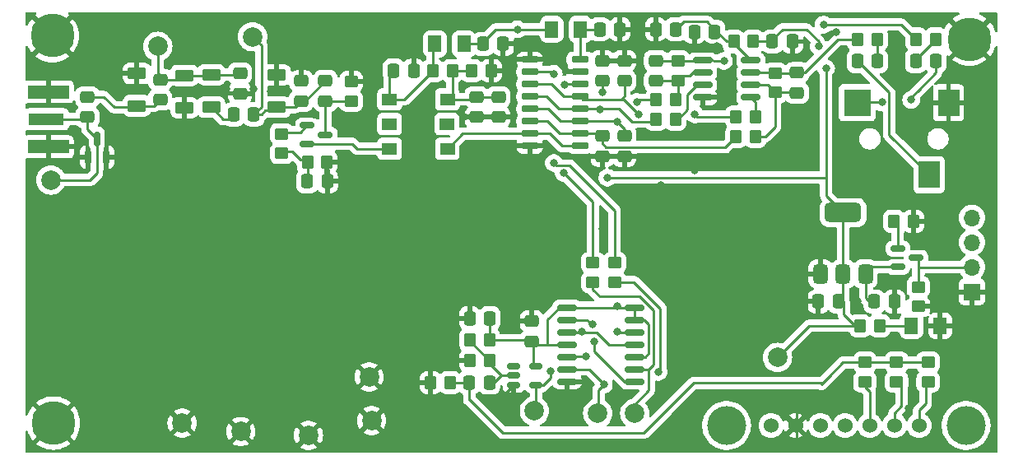
<source format=gtl>
%TF.GenerationSoftware,KiCad,Pcbnew,8.0.1*%
%TF.CreationDate,2024-04-06T07:23:05-07:00*%
%TF.ProjectId,kiss_sdr_r2,6b697373-5f73-4647-925f-72322e6b6963,rev?*%
%TF.SameCoordinates,Original*%
%TF.FileFunction,Copper,L1,Top*%
%TF.FilePolarity,Positive*%
%FSLAX46Y46*%
G04 Gerber Fmt 4.6, Leading zero omitted, Abs format (unit mm)*
G04 Created by KiCad (PCBNEW 8.0.1) date 2024-04-06 07:23:05*
%MOMM*%
%LPD*%
G01*
G04 APERTURE LIST*
G04 Aperture macros list*
%AMRoundRect*
0 Rectangle with rounded corners*
0 $1 Rounding radius*
0 $2 $3 $4 $5 $6 $7 $8 $9 X,Y pos of 4 corners*
0 Add a 4 corners polygon primitive as box body*
4,1,4,$2,$3,$4,$5,$6,$7,$8,$9,$2,$3,0*
0 Add four circle primitives for the rounded corners*
1,1,$1+$1,$2,$3*
1,1,$1+$1,$4,$5*
1,1,$1+$1,$6,$7*
1,1,$1+$1,$8,$9*
0 Add four rect primitives between the rounded corners*
20,1,$1+$1,$2,$3,$4,$5,0*
20,1,$1+$1,$4,$5,$6,$7,0*
20,1,$1+$1,$6,$7,$8,$9,0*
20,1,$1+$1,$8,$9,$2,$3,0*%
G04 Aperture macros list end*
%TA.AperFunction,SMDPad,CuDef*%
%ADD10RoundRect,0.250000X-0.350000X-0.450000X0.350000X-0.450000X0.350000X0.450000X-0.350000X0.450000X0*%
%TD*%
%TA.AperFunction,SMDPad,CuDef*%
%ADD11R,3.600000X1.270000*%
%TD*%
%TA.AperFunction,SMDPad,CuDef*%
%ADD12R,4.200000X1.350000*%
%TD*%
%TA.AperFunction,SMDPad,CuDef*%
%ADD13RoundRect,0.150000X-0.512500X-0.150000X0.512500X-0.150000X0.512500X0.150000X-0.512500X0.150000X0*%
%TD*%
%TA.AperFunction,SMDPad,CuDef*%
%ADD14RoundRect,0.150000X-0.825000X-0.150000X0.825000X-0.150000X0.825000X0.150000X-0.825000X0.150000X0*%
%TD*%
%TA.AperFunction,ComponentPad*%
%ADD15C,2.000000*%
%TD*%
%TA.AperFunction,SMDPad,CuDef*%
%ADD16RoundRect,0.250000X-0.450000X0.350000X-0.450000X-0.350000X0.450000X-0.350000X0.450000X0.350000X0*%
%TD*%
%TA.AperFunction,SMDPad,CuDef*%
%ADD17RoundRect,0.250000X0.475000X-0.337500X0.475000X0.337500X-0.475000X0.337500X-0.475000X-0.337500X0*%
%TD*%
%TA.AperFunction,ComponentPad*%
%ADD18C,1.524000*%
%TD*%
%TA.AperFunction,ComponentPad*%
%ADD19C,4.000000*%
%TD*%
%TA.AperFunction,ComponentPad*%
%ADD20R,1.700000X1.700000*%
%TD*%
%TA.AperFunction,ComponentPad*%
%ADD21O,1.700000X1.700000*%
%TD*%
%TA.AperFunction,SMDPad,CuDef*%
%ADD22RoundRect,0.375000X0.375000X-0.625000X0.375000X0.625000X-0.375000X0.625000X-0.375000X-0.625000X0*%
%TD*%
%TA.AperFunction,SMDPad,CuDef*%
%ADD23RoundRect,0.500000X1.400000X-0.500000X1.400000X0.500000X-1.400000X0.500000X-1.400000X-0.500000X0*%
%TD*%
%TA.AperFunction,SMDPad,CuDef*%
%ADD24RoundRect,0.250000X0.350000X0.450000X-0.350000X0.450000X-0.350000X-0.450000X0.350000X-0.450000X0*%
%TD*%
%TA.AperFunction,SMDPad,CuDef*%
%ADD25RoundRect,0.150000X-0.837500X-0.150000X0.837500X-0.150000X0.837500X0.150000X-0.837500X0.150000X0*%
%TD*%
%TA.AperFunction,SMDPad,CuDef*%
%ADD26RoundRect,0.250000X-0.337500X-0.475000X0.337500X-0.475000X0.337500X0.475000X-0.337500X0.475000X0*%
%TD*%
%TA.AperFunction,ComponentPad*%
%ADD27C,4.500000*%
%TD*%
%TA.AperFunction,SMDPad,CuDef*%
%ADD28R,1.520000X1.270000*%
%TD*%
%TA.AperFunction,SMDPad,CuDef*%
%ADD29RoundRect,0.250000X-0.475000X0.337500X-0.475000X-0.337500X0.475000X-0.337500X0.475000X0.337500X0*%
%TD*%
%TA.AperFunction,SMDPad,CuDef*%
%ADD30RoundRect,0.250000X0.450000X-0.350000X0.450000X0.350000X-0.450000X0.350000X-0.450000X-0.350000X0*%
%TD*%
%TA.AperFunction,SMDPad,CuDef*%
%ADD31RoundRect,0.250000X0.337500X0.475000X-0.337500X0.475000X-0.337500X-0.475000X0.337500X-0.475000X0*%
%TD*%
%TA.AperFunction,SMDPad,CuDef*%
%ADD32RoundRect,0.250000X-0.700000X0.362500X-0.700000X-0.362500X0.700000X-0.362500X0.700000X0.362500X0*%
%TD*%
%TA.AperFunction,SMDPad,CuDef*%
%ADD33RoundRect,0.150000X0.150000X-0.587500X0.150000X0.587500X-0.150000X0.587500X-0.150000X-0.587500X0*%
%TD*%
%TA.AperFunction,SMDPad,CuDef*%
%ADD34RoundRect,0.150000X-0.725000X-0.150000X0.725000X-0.150000X0.725000X0.150000X-0.725000X0.150000X0*%
%TD*%
%TA.AperFunction,SMDPad,CuDef*%
%ADD35RoundRect,0.250000X0.700000X-0.362500X0.700000X0.362500X-0.700000X0.362500X-0.700000X-0.362500X0*%
%TD*%
%TA.AperFunction,SMDPad,CuDef*%
%ADD36RoundRect,0.250001X-0.462499X-0.624999X0.462499X-0.624999X0.462499X0.624999X-0.462499X0.624999X0*%
%TD*%
%TA.AperFunction,SMDPad,CuDef*%
%ADD37R,2.200000X2.800000*%
%TD*%
%TA.AperFunction,SMDPad,CuDef*%
%ADD38R,2.800000X2.800000*%
%TD*%
%TA.AperFunction,SMDPad,CuDef*%
%ADD39RoundRect,0.250001X0.462499X0.624999X-0.462499X0.624999X-0.462499X-0.624999X0.462499X-0.624999X0*%
%TD*%
%TA.AperFunction,SMDPad,CuDef*%
%ADD40RoundRect,0.150000X-0.587500X-0.150000X0.587500X-0.150000X0.587500X0.150000X-0.587500X0.150000X0*%
%TD*%
%TA.AperFunction,ViaPad*%
%ADD41C,0.800000*%
%TD*%
%TA.AperFunction,Conductor*%
%ADD42C,0.250000*%
%TD*%
G04 APERTURE END LIST*
D10*
%TO.P,R18,1*%
%TO.N,Net-(U5-1B3)*%
X146776800Y-87825000D03*
%TO.P,R18,2*%
%TO.N,Net-(U4A-+)*%
X148776800Y-87825000D03*
%TD*%
D11*
%TO.P,J2,1,In*%
%TO.N,Net-(J2-In)*%
X84076800Y-87825000D03*
D12*
%TO.P,J2,2,Ext*%
%TO.N,GND*%
X84276800Y-85000000D03*
X84276800Y-90650000D03*
%TD*%
D13*
%TO.P,U2,1*%
%TO.N,N/C*%
X132151800Y-113250000D03*
%TO.P,U2,2*%
%TO.N,Net-(C1-Pad2)*%
X132151800Y-114200000D03*
%TO.P,U2,3,GND*%
%TO.N,GND*%
X132151800Y-115150000D03*
%TO.P,U2,4*%
%TO.N,Net-(U3A-C)*%
X134426800Y-115150000D03*
%TO.P,U2,5,VCC*%
%TO.N,+5V*%
X134426800Y-113250000D03*
%TD*%
D14*
%TO.P,U4,1*%
%TO.N,Net-(C26-Pad2)*%
X151576800Y-81765000D03*
%TO.P,U4,2,-*%
%TO.N,Net-(U4A--)*%
X151576800Y-83035000D03*
%TO.P,U4,3,+*%
%TO.N,Net-(U4A-+)*%
X151576800Y-84305000D03*
%TO.P,U4,4,V-*%
%TO.N,GND*%
X151576800Y-85575000D03*
%TO.P,U4,5,+*%
%TO.N,Net-(U4B-+)*%
X156526800Y-85575000D03*
%TO.P,U4,6,-*%
%TO.N,Net-(U4B--)*%
X156526800Y-84305000D03*
%TO.P,U4,7*%
%TO.N,Net-(C25-Pad2)*%
X156526800Y-83035000D03*
%TO.P,U4,8,V+*%
%TO.N,Net-(U4C-V+)*%
X156526800Y-81765000D03*
%TD*%
D15*
%TO.P,sig4,1,1*%
%TO.N,GND*%
X117526800Y-118825000D03*
%TD*%
%TO.P,CLK1,1,1*%
%TO.N,Net-(U3A-C)*%
X134276800Y-117825000D03*
%TD*%
D16*
%TO.P,R2,1*%
%TO.N,Net-(J1-Pin_2)*%
X173776800Y-105075000D03*
%TO.P,R2,2*%
%TO.N,GND*%
X173776800Y-107075000D03*
%TD*%
D10*
%TO.P,R5,1*%
%TO.N,GND*%
X127646700Y-112666300D03*
%TO.P,R5,2*%
%TO.N,Net-(C1-Pad2)*%
X129646700Y-112666300D03*
%TD*%
D17*
%TO.P,C16,1*%
%TO.N,GND*%
X128326800Y-87612500D03*
%TO.P,C16,2*%
%TO.N,Net-(C16-Pad2)*%
X128326800Y-85537500D03*
%TD*%
D15*
%TO.P,sig2,1,1*%
%TO.N,Net-(C4-Pad1)*%
X95526800Y-80325000D03*
%TD*%
D10*
%TO.P,R25,1*%
%TO.N,Net-(C25-Pad2)*%
X167526800Y-79575000D03*
%TO.P,R25,2*%
%TO.N,Net-(C28-Pad1)*%
X169526800Y-79575000D03*
%TD*%
D18*
%TO.P,U6,1,CLK0*%
%TO.N,Net-(U6-CLK0)*%
X173856800Y-119325000D03*
%TO.P,U6,2,CLK1*%
%TO.N,Net-(U6-CLK1)*%
X171316800Y-119325000D03*
%TO.P,U6,3,CLK2*%
%TO.N,Net-(U6-CLK2)*%
X168776800Y-119325000D03*
%TO.P,U6,4,SCL*%
%TO.N,/SCL*%
X166236800Y-119325000D03*
%TO.P,U6,5,SDA*%
%TO.N,/SDA*%
X163696800Y-119325000D03*
%TO.P,U6,6,GND*%
%TO.N,GND*%
X161156800Y-119325000D03*
%TO.P,U6,7,VIN*%
%TO.N,+5V*%
X158616800Y-119325000D03*
D19*
%TO.P,U6,10*%
%TO.N,N/C*%
X178682800Y-119325000D03*
%TO.P,U6,11*%
X154044800Y-119325000D03*
%TD*%
D17*
%TO.P,C18,1*%
%TO.N,GND*%
X130576800Y-87612500D03*
%TO.P,C18,2*%
%TO.N,Net-(C16-Pad2)*%
X130576800Y-85537500D03*
%TD*%
%TO.P,C14,1*%
%TO.N,+5V*%
X134000500Y-110652800D03*
%TO.P,C14,2*%
%TO.N,GND*%
X134000500Y-108577800D03*
%TD*%
D10*
%TO.P,R1,1*%
%TO.N,GND*%
X123602800Y-114916300D03*
%TO.P,R1,2*%
%TO.N,/SMP_CLK*%
X125602800Y-114916300D03*
%TD*%
D20*
%TO.P,J1,1,Pin_1*%
%TO.N,GND*%
X179276800Y-105575000D03*
D21*
%TO.P,J1,2,Pin_2*%
%TO.N,Net-(J1-Pin_2)*%
X179276800Y-103035000D03*
%TO.P,J1,3,Pin_3*%
%TO.N,/SCL*%
X179276800Y-100495000D03*
%TO.P,J1,4,Pin_4*%
%TO.N,/SDA*%
X179276800Y-97955000D03*
%TD*%
D10*
%TO.P,R12,1*%
%TO.N,Net-(U4C-V+)*%
X154776800Y-79825000D03*
%TO.P,R12,2*%
%TO.N,+5V*%
X156776800Y-79825000D03*
%TD*%
D17*
%TO.P,C23,1*%
%TO.N,GND*%
X141276800Y-91612500D03*
%TO.P,C23,2*%
%TO.N,Net-(U5-1B1)*%
X141276800Y-89537500D03*
%TD*%
D15*
%TO.P,sig3,1,1*%
%TO.N,GND*%
X117276800Y-114325000D03*
%TD*%
D22*
%TO.P,U1,1,GND*%
%TO.N,GND*%
X163726800Y-103725000D03*
%TO.P,U1,2,VO*%
%TO.N,+5V*%
X166026800Y-103725000D03*
D23*
X166026800Y-97425000D03*
D22*
%TO.P,U1,3,VI*%
%TO.N,Net-(Q3-S)*%
X168326800Y-103725000D03*
%TD*%
D24*
%TO.P,R14,1*%
%TO.N,GND*%
X129826800Y-82825000D03*
%TO.P,R14,2*%
%TO.N,Net-(C16-Pad2)*%
X127826800Y-82825000D03*
%TD*%
D25*
%TO.P,U3,1,~{R}*%
%TO.N,+5V*%
X137636200Y-107182700D03*
%TO.P,U3,2,D*%
%TO.N,Net-(U3A-D)*%
X137636200Y-108452700D03*
%TO.P,U3,3,C*%
%TO.N,Net-(U3A-C)*%
X137636200Y-109722700D03*
%TO.P,U3,4,~{S}*%
%TO.N,+5V*%
X137636200Y-110992700D03*
%TO.P,U3,5,Q*%
%TO.N,Net-(U3A-Q)*%
X137636200Y-112262700D03*
%TO.P,U3,6,~{Q}*%
%TO.N,Net-(U3A-~{Q})*%
X137636200Y-113532700D03*
%TO.P,U3,7,GND*%
%TO.N,GND*%
X137636200Y-114802700D03*
%TO.P,U3,8,~{Q}*%
%TO.N,Net-(U3A-D)*%
X144561200Y-114802700D03*
%TO.P,U3,9,Q*%
%TO.N,Net-(U3B-Q)*%
X144561200Y-113532700D03*
%TO.P,U3,10,~{S}*%
%TO.N,+5V*%
X144561200Y-112262700D03*
%TO.P,U3,11,C*%
%TO.N,Net-(U3A-C)*%
X144561200Y-110992700D03*
%TO.P,U3,12,D*%
%TO.N,Net-(U3A-Q)*%
X144561200Y-109722700D03*
%TO.P,U3,13,~{R}*%
%TO.N,+5V*%
X144561200Y-108452700D03*
%TO.P,U3,14,VCC*%
X144561200Y-107182700D03*
%TD*%
D10*
%TO.P,R20,1*%
%TO.N,Net-(U5-1B4)*%
X155026800Y-87575000D03*
%TO.P,R20,2*%
%TO.N,Net-(U4B-+)*%
X157026800Y-87575000D03*
%TD*%
D15*
%TO.P,GND2,1,1*%
%TO.N,GND*%
X111026800Y-120325000D03*
%TD*%
D10*
%TO.P,R21,1*%
%TO.N,Net-(U5-1B1)*%
X155026800Y-89575000D03*
%TO.P,R21,2*%
%TO.N,Net-(U4B--)*%
X157026800Y-89575000D03*
%TD*%
D26*
%TO.P,C11,1*%
%TO.N,+5V*%
X158739300Y-79825000D03*
%TO.P,C11,2*%
%TO.N,GND*%
X160814300Y-79825000D03*
%TD*%
D15*
%TO.P,GND3,1,1*%
%TO.N,GND*%
X98026800Y-119075000D03*
%TD*%
D27*
%TO.P,H2,1,1*%
%TO.N,GND*%
X84672400Y-79221200D03*
%TD*%
D24*
%TO.P,R13,1*%
%TO.N,Net-(C16-Pad2)*%
X125826800Y-82825000D03*
%TO.P,R13,2*%
%TO.N,Net-(C13-Pad2)*%
X123826800Y-82825000D03*
%TD*%
D15*
%TO.P,+5V1,1,1*%
%TO.N,+5V*%
X159276800Y-112325000D03*
%TD*%
%TO.P,Q_CLK1,1,1*%
%TO.N,Net-(U3B-Q)*%
X144586600Y-118075000D03*
%TD*%
D10*
%TO.P,R4,1*%
%TO.N,Net-(C1-Pad2)*%
X127646700Y-110549800D03*
%TO.P,R4,2*%
%TO.N,+5V*%
X129646700Y-110549800D03*
%TD*%
D28*
%TO.P,TR1,1*%
%TO.N,Net-(C13-Pad2)*%
X119376800Y-85785000D03*
%TO.P,TR1,2*%
%TO.N,unconnected-(TR1-Pad2)*%
X119376800Y-88325000D03*
%TO.P,TR1,3*%
%TO.N,Net-(Q2-D)*%
X119376800Y-90865000D03*
%TO.P,TR1,4*%
%TO.N,Net-(U5-1A)*%
X125311800Y-90865000D03*
%TO.P,TR1,5*%
%TO.N,unconnected-(TR1-Pad5)*%
X125276800Y-88325000D03*
%TO.P,TR1,6*%
%TO.N,Net-(C16-Pad2)*%
X125311800Y-85785000D03*
%TD*%
D10*
%TO.P,R3,1*%
%TO.N,Net-(Q3-G)*%
X171276800Y-98325000D03*
%TO.P,R3,2*%
%TO.N,GND*%
X173276800Y-98325000D03*
%TD*%
D29*
%TO.P,C4,1*%
%TO.N,Net-(C4-Pad1)*%
X95776800Y-83737500D03*
%TO.P,C4,2*%
%TO.N,Net-(C2-Pad1)*%
X95776800Y-85812500D03*
%TD*%
D30*
%TO.P,R23,1*%
%TO.N,Net-(U4A--)*%
X149026800Y-83825000D03*
%TO.P,R23,2*%
%TO.N,Net-(C26-Pad2)*%
X149026800Y-81825000D03*
%TD*%
D27*
%TO.P,H3,1,1*%
%TO.N,GND*%
X179026800Y-79575000D03*
%TD*%
D30*
%TO.P,R22,1*%
%TO.N,Net-(U4B--)*%
X159026800Y-85075000D03*
%TO.P,R22,2*%
%TO.N,Net-(C25-Pad2)*%
X159026800Y-83075000D03*
%TD*%
D29*
%TO.P,C21,1*%
%TO.N,GND*%
X141276800Y-81787500D03*
%TO.P,C21,2*%
%TO.N,Net-(U5-1B3)*%
X141276800Y-83862500D03*
%TD*%
D17*
%TO.P,C25,1*%
%TO.N,Net-(U4B--)*%
X161276800Y-85112500D03*
%TO.P,C25,2*%
%TO.N,Net-(C25-Pad2)*%
X161276800Y-83037500D03*
%TD*%
D26*
%TO.P,C1,1*%
%TO.N,/SMP_CLK*%
X127565300Y-114916300D03*
%TO.P,C1,2*%
%TO.N,Net-(C1-Pad2)*%
X129640300Y-114916300D03*
%TD*%
D24*
%TO.P,R6,1*%
%TO.N,Net-(D2-A)*%
X169776800Y-109075000D03*
%TO.P,R6,2*%
%TO.N,+5V*%
X167776800Y-109075000D03*
%TD*%
D31*
%TO.P,C17,1*%
%TO.N,Net-(U4C-V+)*%
X148814300Y-78575000D03*
%TO.P,C17,2*%
%TO.N,GND*%
X146739300Y-78575000D03*
%TD*%
D32*
%TO.P,L4,1*%
%TO.N,GND*%
X107776800Y-83250000D03*
%TO.P,L4,2*%
%TO.N,Net-(C10-Pad2)*%
X107776800Y-86575000D03*
%TD*%
D27*
%TO.P,H4,1,1*%
%TO.N,GND*%
X84776800Y-119075000D03*
%TD*%
D32*
%TO.P,L3,1*%
%TO.N,Net-(C4-Pad1)*%
X101026800Y-83250000D03*
%TO.P,L3,2*%
%TO.N,Net-(C8-Pad1)*%
X101026800Y-86575000D03*
%TD*%
D10*
%TO.P,R19,1*%
%TO.N,Net-(U5-1B2)*%
X146776800Y-85825000D03*
%TO.P,R19,2*%
%TO.N,Net-(U4A--)*%
X148776800Y-85825000D03*
%TD*%
D31*
%TO.P,C15,1*%
%TO.N,Net-(U4C-V+)*%
X152814300Y-78825000D03*
%TO.P,C15,2*%
%TO.N,GND*%
X150739300Y-78825000D03*
%TD*%
D30*
%TO.P,R8,1*%
%TO.N,Net-(C12-Pad2)*%
X108276800Y-91325000D03*
%TO.P,R8,2*%
%TO.N,Net-(Q2-S)*%
X108276800Y-89325000D03*
%TD*%
%TO.P,R11,1*%
%TO.N,Net-(U3A-~{Q})*%
X142526800Y-104575000D03*
%TO.P,R11,2*%
%TO.N,/CLK_RX_I*%
X142526800Y-102575000D03*
%TD*%
D31*
%TO.P,C12,1*%
%TO.N,GND*%
X112964300Y-94212500D03*
%TO.P,C12,2*%
%TO.N,Net-(C12-Pad2)*%
X110889300Y-94212500D03*
%TD*%
D17*
%TO.P,C26,1*%
%TO.N,Net-(U4A--)*%
X146776800Y-83862500D03*
%TO.P,C26,2*%
%TO.N,Net-(C26-Pad2)*%
X146776800Y-81787500D03*
%TD*%
D15*
%TO.P,GND1,1,1*%
%TO.N,GND*%
X104062600Y-119939800D03*
%TD*%
D24*
%TO.P,R9,1*%
%TO.N,GND*%
X112926800Y-92212500D03*
%TO.P,R9,2*%
%TO.N,Net-(C12-Pad2)*%
X110926800Y-92212500D03*
%TD*%
D31*
%TO.P,C5,1*%
%TO.N,+5V*%
X129684200Y-108299800D03*
%TO.P,C5,2*%
%TO.N,GND*%
X127609200Y-108299800D03*
%TD*%
D33*
%TO.P,D1,1,K*%
%TO.N,GND*%
X88326800Y-91700000D03*
%TO.P,D1,2,A*%
X90226800Y-91700000D03*
%TO.P,D1,3,K*%
%TO.N,Net-(J2-In)*%
X89276800Y-89825000D03*
%TD*%
D16*
%TO.P,R17,1*%
%TO.N,/SMP_CLK*%
X168276800Y-112825000D03*
%TO.P,R17,2*%
%TO.N,Net-(U6-CLK2)*%
X168276800Y-114825000D03*
%TD*%
D17*
%TO.P,C10,1*%
%TO.N,Net-(Q2-G)*%
X112776800Y-85950000D03*
%TO.P,C10,2*%
%TO.N,Net-(C10-Pad2)*%
X112776800Y-83875000D03*
%TD*%
%TO.P,C24,1*%
%TO.N,GND*%
X143526800Y-91612500D03*
%TO.P,C24,2*%
%TO.N,Net-(U5-1B2)*%
X143526800Y-89537500D03*
%TD*%
D26*
%TO.P,C3,1*%
%TO.N,Net-(Q3-S)*%
X169239300Y-106575000D03*
%TO.P,C3,2*%
%TO.N,GND*%
X171314300Y-106575000D03*
%TD*%
D34*
%TO.P,U5,1,1~{OE}*%
%TO.N,GND*%
X133804300Y-81685000D03*
%TO.P,U5,2,S1*%
%TO.N,/CLK_RX_I*%
X133804300Y-82955000D03*
%TO.P,U5,3,1B4*%
%TO.N,Net-(U5-1B4)*%
X133804300Y-84225000D03*
%TO.P,U5,4,1B3*%
%TO.N,Net-(U5-1B3)*%
X133804300Y-85495000D03*
%TO.P,U5,5,1B2*%
%TO.N,Net-(U5-1B2)*%
X133804300Y-86765000D03*
%TO.P,U5,6,1B1*%
%TO.N,Net-(U5-1B1)*%
X133804300Y-88035000D03*
%TO.P,U5,7,1A*%
%TO.N,Net-(U5-1A)*%
X133804300Y-89305000D03*
%TO.P,U5,8,GND*%
%TO.N,GND*%
X133804300Y-90575000D03*
%TO.P,U5,9,2A*%
%TO.N,Net-(U5-1A)*%
X138954300Y-90575000D03*
%TO.P,U5,10,2B1*%
%TO.N,Net-(U5-1B1)*%
X138954300Y-89305000D03*
%TO.P,U5,11,2B2*%
%TO.N,Net-(U5-1B2)*%
X138954300Y-88035000D03*
%TO.P,U5,12,2B3*%
%TO.N,Net-(U5-1B3)*%
X138954300Y-86765000D03*
%TO.P,U5,13,2B4*%
%TO.N,Net-(U5-1B4)*%
X138954300Y-85495000D03*
%TO.P,U5,14,S0*%
%TO.N,/CLK_RX_Q*%
X138954300Y-84225000D03*
%TO.P,U5,15,2~{OE}*%
%TO.N,GND*%
X138954300Y-82955000D03*
%TO.P,U5,16,VCC*%
%TO.N,Net-(U5-VCC)*%
X138954300Y-81685000D03*
%TD*%
D35*
%TO.P,L1,1*%
%TO.N,Net-(C2-Pad1)*%
X93376800Y-86437500D03*
%TO.P,L1,2*%
%TO.N,GND*%
X93376800Y-83112500D03*
%TD*%
D36*
%TO.P,FB2,1*%
%TO.N,+5V*%
X136039300Y-78575000D03*
%TO.P,FB2,2*%
%TO.N,Net-(U5-VCC)*%
X139014300Y-78575000D03*
%TD*%
D31*
%TO.P,C7,1*%
%TO.N,+5V*%
X165564300Y-106575000D03*
%TO.P,C7,2*%
%TO.N,GND*%
X163489300Y-106575000D03*
%TD*%
D10*
%TO.P,R24,1*%
%TO.N,Net-(C26-Pad2)*%
X173526800Y-79575000D03*
%TO.P,R24,2*%
%TO.N,Net-(C27-Pad1)*%
X175526800Y-79575000D03*
%TD*%
D37*
%TO.P,J4,R*%
%TO.N,Net-(C28-Pad2)*%
X174876800Y-93525000D03*
%TO.P,J4,S*%
%TO.N,GND*%
X176876800Y-86125000D03*
D38*
%TO.P,J4,T*%
%TO.N,Net-(C27-Pad2)*%
X167476800Y-86125000D03*
%TD*%
D16*
%TO.P,R16,1*%
%TO.N,/SMP_CLK*%
X171526800Y-112825000D03*
%TO.P,R16,2*%
%TO.N,Net-(U6-CLK1)*%
X171526800Y-114825000D03*
%TD*%
D29*
%TO.P,C2,1*%
%TO.N,Net-(C2-Pad1)*%
X88276800Y-85537500D03*
%TO.P,C2,2*%
%TO.N,Net-(J2-In)*%
X88276800Y-87612500D03*
%TD*%
D15*
%TO.P,sig5,1,1*%
%TO.N,Net-(C10-Pad2)*%
X105276800Y-79325000D03*
%TD*%
D39*
%TO.P,FB1,1*%
%TO.N,+5V*%
X127014300Y-80075000D03*
%TO.P,FB1,2*%
%TO.N,Net-(C13-Pad2)*%
X124039300Y-80075000D03*
%TD*%
D26*
%TO.P,C27,1*%
%TO.N,Net-(C27-Pad1)*%
X173489300Y-81825000D03*
%TO.P,C27,2*%
%TO.N,Net-(C27-Pad2)*%
X175564300Y-81825000D03*
%TD*%
D30*
%TO.P,R10,1*%
%TO.N,Net-(U3B-Q)*%
X140276800Y-104575000D03*
%TO.P,R10,2*%
%TO.N,/CLK_RX_Q*%
X140276800Y-102575000D03*
%TD*%
D16*
%TO.P,R15,1*%
%TO.N,/SMP_CLK*%
X174776800Y-112825000D03*
%TO.P,R15,2*%
%TO.N,Net-(U6-CLK0)*%
X174776800Y-114825000D03*
%TD*%
D15*
%TO.P,sig1,1,1*%
%TO.N,Net-(J2-In)*%
X84526800Y-94075000D03*
%TD*%
D29*
%TO.P,C22,1*%
%TO.N,GND*%
X143526800Y-81787500D03*
%TO.P,C22,2*%
%TO.N,Net-(U5-1B4)*%
X143526800Y-83862500D03*
%TD*%
D31*
%TO.P,C28,1*%
%TO.N,Net-(C28-Pad1)*%
X169564300Y-81825000D03*
%TO.P,C28,2*%
%TO.N,Net-(C28-Pad2)*%
X167489300Y-81825000D03*
%TD*%
D39*
%TO.P,D2,1,K*%
%TO.N,GND*%
X176014300Y-109075000D03*
%TO.P,D2,2,A*%
%TO.N,Net-(D2-A)*%
X173039300Y-109075000D03*
%TD*%
D31*
%TO.P,C20,1*%
%TO.N,GND*%
X131064300Y-80075000D03*
%TO.P,C20,2*%
%TO.N,+5V*%
X128989300Y-80075000D03*
%TD*%
D26*
%TO.P,C8,1*%
%TO.N,Net-(C8-Pad1)*%
X103339300Y-87325000D03*
%TO.P,C8,2*%
%TO.N,Net-(C10-Pad2)*%
X105414300Y-87325000D03*
%TD*%
D31*
%TO.P,C19,1*%
%TO.N,GND*%
X143064300Y-78575000D03*
%TO.P,C19,2*%
%TO.N,Net-(U5-VCC)*%
X140989300Y-78575000D03*
%TD*%
D35*
%TO.P,L2,1*%
%TO.N,GND*%
X98276800Y-86650000D03*
%TO.P,L2,2*%
%TO.N,Net-(C4-Pad1)*%
X98276800Y-83325000D03*
%TD*%
D16*
%TO.P,R7,1*%
%TO.N,GND*%
X115426800Y-83962500D03*
%TO.P,R7,2*%
%TO.N,Net-(Q2-G)*%
X115426800Y-85962500D03*
%TD*%
D15*
%TO.P,I_CLK1,1,1*%
%TO.N,Net-(U3A-~{Q})*%
X140776800Y-118075000D03*
%TD*%
D29*
%TO.P,C6,1*%
%TO.N,Net-(C4-Pad1)*%
X103976800Y-83087500D03*
%TO.P,C6,2*%
%TO.N,GND*%
X103976800Y-85162500D03*
%TD*%
D40*
%TO.P,Q3,1,G*%
%TO.N,Net-(Q3-G)*%
X171651800Y-101125000D03*
%TO.P,Q3,2,S*%
%TO.N,Net-(Q3-S)*%
X171651800Y-103025000D03*
%TO.P,Q3,3,D*%
%TO.N,Net-(J1-Pin_2)*%
X173526800Y-102075000D03*
%TD*%
D17*
%TO.P,C9,1*%
%TO.N,Net-(C10-Pad2)*%
X110276800Y-85950000D03*
%TO.P,C9,2*%
%TO.N,GND*%
X110276800Y-83875000D03*
%TD*%
D31*
%TO.P,C13,1*%
%TO.N,GND*%
X121864300Y-82825000D03*
%TO.P,C13,2*%
%TO.N,Net-(C13-Pad2)*%
X119789300Y-82825000D03*
%TD*%
D40*
%TO.P,Q2,1,S*%
%TO.N,Net-(Q2-S)*%
X110901800Y-88462500D03*
%TO.P,Q2,2,D*%
%TO.N,Net-(Q2-D)*%
X110901800Y-90362500D03*
%TO.P,Q2,3,G*%
%TO.N,Net-(Q2-G)*%
X112776800Y-89412500D03*
%TD*%
D41*
%TO.N,GND*%
X126026800Y-112575000D03*
X179026800Y-113075000D03*
X154526800Y-78075000D03*
X130901800Y-116200000D03*
X149026800Y-120075000D03*
X154026800Y-83575000D03*
X175526800Y-107075000D03*
X131776800Y-109075000D03*
X165026800Y-116075000D03*
X105376800Y-84725000D03*
X161276800Y-121075000D03*
X153026800Y-80325000D03*
X122276800Y-87325000D03*
X145026800Y-78825000D03*
X112526800Y-79575000D03*
X171526800Y-79325000D03*
X125776800Y-119575000D03*
X151276800Y-89075000D03*
X156276800Y-99325000D03*
X111526800Y-87325000D03*
X137276800Y-80325000D03*
X178026800Y-90075000D03*
X121526800Y-94825000D03*
X153526800Y-100075000D03*
X165276800Y-78825000D03*
X176776800Y-101575000D03*
X165776800Y-81075000D03*
X90526800Y-88075000D03*
X94273600Y-96671000D03*
X174276800Y-110825000D03*
X141276800Y-99075000D03*
X170526800Y-91575000D03*
X131276800Y-82825000D03*
X150776800Y-93075000D03*
X131899600Y-104842500D03*
X147276800Y-94575000D03*
X126526800Y-105075000D03*
X87695000Y-99033200D03*
X157026800Y-77575000D03*
X99276800Y-89325000D03*
X164026800Y-101075000D03*
X176026800Y-110825000D03*
X180526800Y-84075000D03*
X171026800Y-104325000D03*
X122276800Y-90325000D03*
X148776800Y-80325000D03*
X95975400Y-97560000D03*
X172776800Y-117575000D03*
X106526800Y-90575000D03*
X175776800Y-97575000D03*
X130526800Y-91825000D03*
X131776800Y-117575000D03*
X110276800Y-82325000D03*
X107176800Y-84962500D03*
X150776800Y-80325000D03*
X169276800Y-101075000D03*
X137026800Y-82075000D03*
X127026800Y-87575000D03*
X116526800Y-88325000D03*
X133776800Y-77325000D03*
X114926800Y-78962500D03*
X156276800Y-96825000D03*
X143026800Y-116575000D03*
X167526800Y-106575000D03*
X102576800Y-84725000D03*
X102026800Y-78825000D03*
X91526800Y-84575000D03*
X106976800Y-88125000D03*
X121776800Y-81075000D03*
X137526800Y-117825000D03*
X160026800Y-92075000D03*
X161276800Y-117325000D03*
X163776800Y-110575000D03*
X170526800Y-117325000D03*
X176026800Y-77575000D03*
X116276800Y-92575000D03*
X159526800Y-106575000D03*
X162276800Y-81325000D03*
%TO.N,+5V*%
X163526800Y-80325000D03*
X141776800Y-93825000D03*
X132526800Y-78575000D03*
X142776800Y-107075000D03*
X164276800Y-82575000D03*
%TO.N,Net-(U3A-C)*%
X139151800Y-109700000D03*
X135901800Y-113700000D03*
%TO.N,Net-(U5-1B3)*%
X141026800Y-86825000D03*
X141276800Y-85075000D03*
%TO.N,Net-(U3A-~{Q})*%
X141411600Y-115107500D03*
X147026800Y-113825000D03*
%TO.N,/CLK_RX_Q*%
X137276800Y-93325000D03*
X137369900Y-84292400D03*
%TO.N,/CLK_RX_I*%
X136252300Y-83149400D03*
X136276800Y-92325000D03*
%TO.N,Net-(U5-1B4)*%
X145026800Y-87325000D03*
X150776800Y-87325000D03*
%TO.N,Net-(U5-1B2)*%
X144789453Y-86062347D03*
X142776800Y-88075000D03*
%TO.N,Net-(U3A-D)*%
X140401800Y-110700000D03*
X140268600Y-108909900D03*
%TO.N,Net-(U3A-Q)*%
X139582800Y-112211900D03*
X142757800Y-109697300D03*
%TO.N,Net-(C26-Pad2)*%
X164026800Y-78075000D03*
X153776800Y-81825000D03*
%TO.N,Net-(C27-Pad2)*%
X170026800Y-86075000D03*
X173026800Y-85825000D03*
%TD*%
D42*
%TO.N,GND*%
X110276800Y-82325000D02*
X110276800Y-83875000D01*
X105376800Y-84725000D02*
X105376800Y-85125000D01*
X161276800Y-121075000D02*
X161276800Y-119445000D01*
X150776800Y-78862500D02*
X150739300Y-78825000D01*
X126026800Y-112575000D02*
X127555400Y-112575000D01*
X137906800Y-82955000D02*
X138954300Y-82955000D01*
X104314300Y-85325000D02*
X104026800Y-85612500D01*
X130901800Y-116200000D02*
X131101800Y-116200000D01*
X150776800Y-80325000D02*
X150776800Y-78862500D01*
X176026800Y-110825000D02*
X176026800Y-109087500D01*
X173776800Y-107075000D02*
X175526800Y-107075000D01*
X131101800Y-116200000D02*
X132151800Y-115150000D01*
X161276800Y-119205000D02*
X161156800Y-119325000D01*
X121776800Y-81075000D02*
X121776800Y-82737500D01*
X161276800Y-119445000D02*
X161156800Y-119325000D01*
X137026800Y-82075000D02*
X137906800Y-82955000D01*
X121776800Y-82737500D02*
X121864300Y-82825000D01*
X161276800Y-117325000D02*
X161276800Y-119205000D01*
X127555400Y-112575000D02*
X127646700Y-112666300D01*
X176026800Y-109087500D02*
X176014300Y-109075000D01*
X105376800Y-85125000D02*
X105176800Y-85325000D01*
X105176800Y-85325000D02*
X104314300Y-85325000D01*
%TO.N,+5V*%
X159776800Y-78575000D02*
X160276800Y-78575000D01*
X133897500Y-110549800D02*
X134000500Y-110652800D01*
X134089000Y-110961500D02*
X133797300Y-110961500D01*
X144561200Y-108452700D02*
X144561200Y-108075000D01*
X160276800Y-78575000D02*
X162276800Y-78575000D01*
X134340400Y-110992700D02*
X135602800Y-110992700D01*
X137636200Y-107182700D02*
X136836400Y-107182700D01*
X158739300Y-79825000D02*
X158739300Y-79612500D01*
X140497200Y-107182700D02*
X137636200Y-107182700D01*
X134000500Y-110652800D02*
X134340400Y-110992700D01*
X135602800Y-108416300D02*
X135602800Y-110992700D01*
X164276800Y-95675000D02*
X164276800Y-93825000D01*
X166026800Y-97425000D02*
X166026800Y-103725000D01*
X158739300Y-79612500D02*
X159776800Y-78575000D01*
X136039300Y-78575000D02*
X136276800Y-78575000D01*
X134147400Y-111019900D02*
X134089000Y-110961500D01*
X146026800Y-111914700D02*
X146026800Y-108902300D01*
X135602800Y-110992700D02*
X137636200Y-110992700D01*
X129646700Y-110549800D02*
X133897500Y-110549800D01*
X164276800Y-93825000D02*
X141776800Y-93825000D01*
X127014300Y-80075000D02*
X128989300Y-80075000D01*
X166089300Y-106575000D02*
X166089300Y-107937500D01*
X145577200Y-108452700D02*
X144561200Y-108452700D01*
X156776800Y-79825000D02*
X158739300Y-79825000D01*
X145678800Y-112262700D02*
X146026800Y-111914700D01*
X136836400Y-107182700D02*
X135602800Y-108416300D01*
X166026800Y-97425000D02*
X164276800Y-95675000D01*
X164276800Y-93825000D02*
X164276800Y-82575000D01*
X129646700Y-110549800D02*
X129646700Y-108337300D01*
X144561200Y-108075000D02*
X144561200Y-107182700D01*
X162526800Y-109075000D02*
X167226800Y-109075000D01*
X159276800Y-112325000D02*
X162526800Y-109075000D01*
X144561200Y-112262700D02*
X145678800Y-112262700D01*
X128989300Y-79862500D02*
X130276800Y-78575000D01*
X130276800Y-78575000D02*
X132526800Y-78575000D01*
X166026800Y-106512500D02*
X166089300Y-106575000D01*
X144561200Y-107182700D02*
X142884500Y-107182700D01*
X156776800Y-79575000D02*
X156776800Y-79825000D01*
X142884500Y-107182700D02*
X142776800Y-107075000D01*
X142669100Y-107182700D02*
X140497200Y-107182700D01*
X134147400Y-113197800D02*
X134147400Y-111019900D01*
X162276800Y-78575000D02*
X163526800Y-79825000D01*
X166026800Y-103725000D02*
X166026800Y-106512500D01*
X142776800Y-107075000D02*
X142669100Y-107182700D01*
X163526800Y-79825000D02*
X163526800Y-80325000D01*
X146026800Y-108902300D02*
X145577200Y-108452700D01*
X132526800Y-78575000D02*
X136039300Y-78575000D01*
X128989300Y-80075000D02*
X128989300Y-79862500D01*
X129646700Y-108337300D02*
X129684200Y-108299800D01*
X166089300Y-107937500D02*
X167226800Y-109075000D01*
%TO.N,Net-(J2-In)*%
X89276800Y-89825000D02*
X89276800Y-93325000D01*
X83681800Y-94156400D02*
X84266000Y-94156400D01*
X88276800Y-87612500D02*
X88276800Y-88825000D01*
X88526800Y-94075000D02*
X84526800Y-94075000D01*
X84076800Y-87825000D02*
X88064300Y-87825000D01*
X88276800Y-88825000D02*
X89276800Y-89825000D01*
X89276800Y-93325000D02*
X88526800Y-94075000D01*
X88064300Y-87825000D02*
X88276800Y-87612500D01*
%TO.N,Net-(C2-Pad1)*%
X91026800Y-86575000D02*
X93239300Y-86575000D01*
X93376800Y-86437500D02*
X95151800Y-86437500D01*
X93239300Y-86575000D02*
X93376800Y-86437500D01*
X89989300Y-85537500D02*
X91026800Y-86575000D01*
X88276800Y-85537500D02*
X89989300Y-85537500D01*
X95151800Y-86437500D02*
X95776800Y-85812500D01*
%TO.N,Net-(C4-Pad1)*%
X95776800Y-83737500D02*
X95776800Y-83325000D01*
X95776800Y-80575000D02*
X95526800Y-80325000D01*
X98276800Y-83325000D02*
X101201800Y-83325000D01*
X97864300Y-83737500D02*
X98276800Y-83325000D01*
X95776800Y-83737500D02*
X97864300Y-83737500D01*
X95776800Y-83325000D02*
X95526800Y-83075000D01*
X101201800Y-83325000D02*
X101276800Y-83250000D01*
X101589300Y-82937500D02*
X101276800Y-83250000D01*
X101276800Y-83250000D02*
X104176800Y-83250000D01*
X95526800Y-83075000D02*
X95526800Y-80325000D01*
%TO.N,Net-(C8-Pad1)*%
X101026800Y-86575000D02*
X102276800Y-87825000D01*
X102276800Y-87825000D02*
X103489300Y-87825000D01*
X100714300Y-87025000D02*
X101276800Y-86462500D01*
%TO.N,Net-(C10-Pad2)*%
X106576800Y-86925000D02*
X107426800Y-86925000D01*
X107776800Y-86575000D02*
X109651800Y-86575000D01*
X109651800Y-86575000D02*
X110276800Y-85950000D01*
X106176800Y-86562500D02*
X106176800Y-80225000D01*
X106176800Y-87325000D02*
X106576800Y-86925000D01*
X105414300Y-87325000D02*
X106176800Y-86562500D01*
X105414300Y-87325000D02*
X106176800Y-87325000D01*
X106176800Y-80225000D02*
X105276800Y-79325000D01*
X110276800Y-85950000D02*
X110701800Y-85950000D01*
X107426800Y-86925000D02*
X107776800Y-86575000D01*
X110701800Y-85950000D02*
X112776800Y-83875000D01*
%TO.N,Net-(C12-Pad2)*%
X108276800Y-91162500D02*
X109376800Y-91162500D01*
X109376800Y-91162500D02*
X110176800Y-91962500D01*
X110926800Y-92212500D02*
X110926800Y-94175000D01*
X110176800Y-91962500D02*
X110576800Y-91962500D01*
X110576800Y-91962500D02*
X111276800Y-92662500D01*
X110926800Y-94175000D02*
X110889300Y-94212500D01*
X108226800Y-91212500D02*
X108276800Y-91162500D01*
%TO.N,Net-(C13-Pad2)*%
X120866800Y-85785000D02*
X119376800Y-85785000D01*
X123826800Y-82825000D02*
X123826800Y-80287500D01*
X123826800Y-80287500D02*
X124039300Y-80075000D01*
X123826800Y-82825000D02*
X120866800Y-85785000D01*
X119376800Y-85785000D02*
X119376800Y-82937500D01*
%TO.N,Net-(U4C-V+)*%
X152814300Y-78575000D02*
X154064300Y-79825000D01*
X154776800Y-80015000D02*
X154776800Y-79825000D01*
X152814300Y-78575000D02*
X152014300Y-77775000D01*
X152014300Y-77775000D02*
X149614300Y-77775000D01*
X152814300Y-78325000D02*
X152814300Y-78575000D01*
X154064300Y-79825000D02*
X154776800Y-79825000D01*
X156526800Y-81765000D02*
X154776800Y-80015000D01*
X149614300Y-77775000D02*
X148814300Y-78575000D01*
%TO.N,Net-(C16-Pad2)*%
X128326800Y-85537500D02*
X128039300Y-85537500D01*
X125826800Y-85270000D02*
X125311800Y-85785000D01*
X125826800Y-82825000D02*
X127826800Y-82825000D01*
X128039300Y-85537500D02*
X127791800Y-85785000D01*
X125826800Y-82825000D02*
X125826800Y-85270000D01*
X127791800Y-85785000D02*
X125311800Y-85785000D01*
X130576800Y-85537500D02*
X128326800Y-85537500D01*
%TO.N,Net-(U5-VCC)*%
X139014300Y-78575000D02*
X140989300Y-78575000D01*
X138954300Y-78635000D02*
X139014300Y-78575000D01*
X138954300Y-81685000D02*
X138954300Y-78635000D01*
%TO.N,Net-(U3A-C)*%
X135901800Y-114450000D02*
X135901800Y-114200000D01*
X140700400Y-109722700D02*
X141970400Y-110992700D01*
X134893400Y-115097800D02*
X134147400Y-115097800D01*
X134426800Y-117675000D02*
X134276800Y-117825000D01*
X134426800Y-115150000D02*
X134426800Y-117675000D01*
X135201800Y-115150000D02*
X135901800Y-114450000D01*
X135901800Y-114200000D02*
X135901800Y-113700000D01*
X139129100Y-109722700D02*
X139151800Y-109700000D01*
X137636200Y-109722700D02*
X139129100Y-109722700D01*
X134426800Y-115150000D02*
X135201800Y-115150000D01*
X139174500Y-109722700D02*
X140700400Y-109722700D01*
X139151800Y-109700000D02*
X139174500Y-109722700D01*
X141970400Y-110992700D02*
X144561200Y-110992700D01*
%TO.N,Net-(U5-1B3)*%
X133804300Y-85495000D02*
X135549900Y-85495000D01*
X141026800Y-86825000D02*
X141086800Y-86765000D01*
X141276800Y-83862500D02*
X141276800Y-85075000D01*
X138954300Y-86765000D02*
X140966800Y-86765000D01*
X136819900Y-86765000D02*
X138954300Y-86765000D01*
X142966800Y-86765000D02*
X144276800Y-88075000D01*
X135549900Y-85495000D02*
X136819900Y-86765000D01*
X141086800Y-86765000D02*
X142966800Y-86765000D01*
X140966800Y-86765000D02*
X141026800Y-86825000D01*
X144276800Y-88075000D02*
X146776800Y-88075000D01*
%TO.N,Net-(U3A-~{Q})*%
X137636200Y-113532700D02*
X139887600Y-113532700D01*
X140852800Y-115666300D02*
X141411600Y-115107500D01*
X147226800Y-113625000D02*
X147026800Y-113825000D01*
X141411600Y-115107500D02*
X141462400Y-115107500D01*
X141411600Y-115056700D02*
X141411600Y-115107500D01*
X141462400Y-115107500D02*
X141411600Y-115056700D01*
X142526800Y-104575000D02*
X144526800Y-104575000D01*
X139887600Y-113532700D02*
X141411600Y-115056700D01*
X144526800Y-104575000D02*
X147226800Y-107275000D01*
X140852800Y-118661900D02*
X140852800Y-115666300D01*
X147226800Y-107275000D02*
X147226800Y-113625000D01*
%TO.N,Net-(U3B-Q)*%
X146526800Y-107484892D02*
X146526800Y-113040300D01*
X140276800Y-104575000D02*
X140276800Y-105325000D01*
X146026800Y-115724700D02*
X146026800Y-113540300D01*
X140276800Y-105325000D02*
X141026800Y-106075000D01*
X144561200Y-113532700D02*
X146034400Y-113532700D01*
X146026800Y-113540300D02*
X146034400Y-113532700D01*
X144561200Y-117190300D02*
X146026800Y-115724700D01*
X145116908Y-106075000D02*
X146526800Y-107484892D01*
X146526800Y-113040300D02*
X146034400Y-113532700D01*
X141026800Y-106075000D02*
X145116908Y-106075000D01*
%TO.N,/CLK_RX_Q*%
X137293700Y-84292400D02*
X137293700Y-84292400D01*
X138954300Y-84225000D02*
X137361100Y-84225000D01*
X137369900Y-84292400D02*
X137293700Y-84292400D01*
X137361100Y-84225000D02*
X137369900Y-84216200D01*
X140276800Y-96325000D02*
X140276800Y-102575000D01*
X137276800Y-93325000D02*
X140276800Y-96325000D01*
X137369900Y-84216200D02*
X137369900Y-84292400D01*
%TO.N,/CLK_RX_I*%
X136150700Y-83183600D02*
X136252300Y-83149400D01*
X142526800Y-102575000D02*
X142526800Y-97188604D01*
X136252300Y-83149400D02*
X136219100Y-83183600D01*
X137913196Y-92575000D02*
X136526800Y-92575000D01*
X136526800Y-92575000D02*
X136276800Y-92325000D01*
X142526800Y-97188604D02*
X137913196Y-92575000D01*
X136219100Y-83183600D02*
X136184900Y-83183600D01*
X133804300Y-82955000D02*
X136252300Y-82955000D01*
%TO.N,Net-(U5-1B4)*%
X139259300Y-85800000D02*
X143166200Y-85800000D01*
X150989300Y-87537500D02*
X150776800Y-87325000D01*
X152776800Y-87537500D02*
X150989300Y-87537500D01*
X133804300Y-84225000D02*
X135981700Y-84225000D01*
X137251700Y-85495000D02*
X138954300Y-85495000D01*
X152776800Y-87537500D02*
X154989300Y-87537500D01*
X138954300Y-85495000D02*
X139259300Y-85800000D01*
X143526800Y-85439400D02*
X143166200Y-85800000D01*
X154989300Y-87537500D02*
X155026800Y-87575000D01*
X135981700Y-84225000D02*
X137251700Y-85495000D01*
X143166200Y-85800000D02*
X143501800Y-85800000D01*
X143526800Y-83862500D02*
X143526800Y-85439400D01*
X143501800Y-85800000D02*
X145026800Y-87325000D01*
%TO.N,Net-(U5-1B1)*%
X141276800Y-90325000D02*
X141651800Y-90700000D01*
X153901800Y-90700000D02*
X155026800Y-89575000D01*
X135600700Y-88035000D02*
X136870700Y-89305000D01*
X141276800Y-89537500D02*
X141276800Y-90325000D01*
X141651800Y-90700000D02*
X153901800Y-90700000D01*
X133804300Y-88035000D02*
X135600700Y-88035000D01*
X140620595Y-89305000D02*
X138954300Y-89305000D01*
X136870700Y-89305000D02*
X138954300Y-89305000D01*
%TO.N,Net-(U5-1B2)*%
X136921500Y-88035000D02*
X138954300Y-88035000D01*
X145026800Y-85825000D02*
X146776800Y-85825000D01*
X142736800Y-88035000D02*
X142776800Y-88075000D01*
X144789453Y-86062347D02*
X145026800Y-85825000D01*
X142776800Y-88075000D02*
X143526800Y-88825000D01*
X138954300Y-88035000D02*
X142736800Y-88035000D01*
X133804300Y-86765000D02*
X135651500Y-86765000D01*
X143526800Y-88825000D02*
X143526800Y-89537500D01*
X135651500Y-86765000D02*
X136921500Y-88035000D01*
%TO.N,Net-(U4B--)*%
X156526800Y-84305000D02*
X158256800Y-84305000D01*
X161239300Y-85075000D02*
X161276800Y-85112500D01*
X158026800Y-89575000D02*
X159026800Y-88575000D01*
X158256800Y-84305000D02*
X159026800Y-85075000D01*
X157026800Y-89575000D02*
X158026800Y-89575000D01*
X159026800Y-85075000D02*
X161239300Y-85075000D01*
X159026800Y-88575000D02*
X159026800Y-85075000D01*
%TO.N,Net-(C25-Pad2)*%
X162064300Y-83037500D02*
X165526800Y-79575000D01*
X159026800Y-83075000D02*
X161239300Y-83075000D01*
X165526800Y-79575000D02*
X167526800Y-79575000D01*
X161276800Y-83037500D02*
X162064300Y-83037500D01*
X156526800Y-83035000D02*
X158986800Y-83035000D01*
X158986800Y-83035000D02*
X159026800Y-83075000D01*
X161239300Y-83075000D02*
X161276800Y-83037500D01*
%TO.N,Net-(U3A-D)*%
X140401800Y-110700000D02*
X140401800Y-111684700D01*
X137636200Y-108452700D02*
X139659000Y-108452700D01*
X140268600Y-108909900D02*
X140116200Y-108909900D01*
X143519800Y-114802700D02*
X144561200Y-114802700D01*
X140401800Y-111684700D02*
X143519800Y-114802700D01*
X139659000Y-108452700D02*
X140268600Y-108909900D01*
%TO.N,Net-(U3A-Q)*%
X142783200Y-109722700D02*
X142757800Y-109697300D01*
X139582800Y-112211900D02*
X139608200Y-112262700D01*
X139608200Y-112262700D02*
X139633600Y-112237300D01*
X144561200Y-109722700D02*
X142783200Y-109722700D01*
X142732400Y-109722700D02*
X142681600Y-109722700D01*
X142681600Y-109722700D02*
X142605400Y-109646500D01*
X142757800Y-109697300D02*
X142732400Y-109722700D01*
X137636200Y-112262700D02*
X139582800Y-112211900D01*
%TO.N,Net-(C1-Pad2)*%
X129646700Y-112993900D02*
X130852800Y-114200000D01*
X127646700Y-110549800D02*
X127646700Y-110666300D01*
X130136500Y-114916300D02*
X130852800Y-114200000D01*
X127646700Y-110666300D02*
X129646700Y-112666300D01*
X129646700Y-112666300D02*
X129646700Y-112993900D01*
X129640300Y-114916300D02*
X130136500Y-114916300D01*
X130852800Y-114200000D02*
X132151800Y-114200000D01*
%TO.N,Net-(C27-Pad1)*%
X173489300Y-81825000D02*
X173489300Y-81612500D01*
X173489300Y-81612500D02*
X175526800Y-79575000D01*
%TO.N,Net-(Q2-S)*%
X110201800Y-89162500D02*
X110901800Y-88462500D01*
X108276800Y-89162500D02*
X110201800Y-89162500D01*
%TO.N,Net-(C26-Pad2)*%
X151576800Y-81765000D02*
X153776800Y-81825000D01*
X146776800Y-81787500D02*
X148989300Y-81787500D01*
X148989300Y-81787500D02*
X149026800Y-81825000D01*
X151516800Y-81825000D02*
X151576800Y-81765000D01*
X153776800Y-81825000D02*
X153716800Y-81765000D01*
X173526800Y-79575000D02*
X172026800Y-78075000D01*
X148472400Y-82095300D02*
X148560700Y-82183600D01*
X149026800Y-81825000D02*
X151516800Y-81825000D01*
X172026800Y-78075000D02*
X164026800Y-78075000D01*
%TO.N,Net-(Q2-G)*%
X112776800Y-89412500D02*
X112776800Y-86475000D01*
X115414300Y-85950000D02*
X115426800Y-85962500D01*
X112776800Y-85950000D02*
X115414300Y-85950000D01*
%TO.N,Net-(U4A--)*%
X149026800Y-83825000D02*
X149526800Y-83325000D01*
X149526800Y-83325000D02*
X150276800Y-83325000D01*
X146776800Y-83862500D02*
X148989300Y-83862500D01*
X149026800Y-83825000D02*
X149026800Y-85575000D01*
X150276800Y-83325000D02*
X150566800Y-83035000D01*
X148547400Y-84170300D02*
X148560700Y-84183600D01*
X148989300Y-83862500D02*
X149026800Y-83825000D01*
X150566800Y-83035000D02*
X151576800Y-83035000D01*
X149026800Y-85575000D02*
X148776800Y-85825000D01*
%TO.N,/SMP_CLK*%
X127610950Y-116659150D02*
X127565300Y-116659150D01*
X168276800Y-112825000D02*
X166026800Y-112825000D01*
X168276800Y-112825000D02*
X172026800Y-112825000D01*
X163901800Y-114950000D02*
X150651800Y-114950000D01*
X131026800Y-120075000D02*
X127610950Y-116659150D01*
X166026800Y-112825000D02*
X164526800Y-114325000D01*
X164526800Y-114325000D02*
X164026800Y-114825000D01*
X164026800Y-114825000D02*
X163901800Y-114950000D01*
X145526800Y-120075000D02*
X131026800Y-120075000D01*
X125602800Y-114916300D02*
X127565300Y-114916300D01*
X127565300Y-116659150D02*
X127565300Y-114916300D01*
X150651800Y-114950000D02*
X145526800Y-120075000D01*
X164026800Y-114825000D02*
X163776800Y-115075000D01*
X174526800Y-112825000D02*
X172026800Y-112825000D01*
%TO.N,Net-(C28-Pad1)*%
X169564300Y-79362500D02*
X169526800Y-79325000D01*
X169564300Y-81825000D02*
X169564300Y-79362500D01*
%TO.N,Net-(D2-A)*%
X169776800Y-109075000D02*
X173039300Y-109075000D01*
%TO.N,Net-(J1-Pin_2)*%
X179276800Y-103035000D02*
X173776800Y-103035000D01*
X173776800Y-102325000D02*
X173526800Y-102075000D01*
X173776800Y-103325000D02*
X173776800Y-102325000D01*
X173776800Y-105162500D02*
X173776800Y-103325000D01*
%TO.N,Net-(Q2-D)*%
X116066800Y-90865000D02*
X119376800Y-90865000D01*
X115564300Y-90362500D02*
X116066800Y-90865000D01*
X110901800Y-90362500D02*
X115564300Y-90362500D01*
%TO.N,Net-(U6-CLK0)*%
X174526800Y-117075000D02*
X174526800Y-115375000D01*
X173856800Y-119325000D02*
X173856800Y-117745000D01*
X173856800Y-117745000D02*
X174526800Y-117075000D01*
%TO.N,/SCL*%
X179276800Y-100495000D02*
X178696800Y-100495000D01*
%TO.N,Net-(U6-CLK1)*%
X171316800Y-118035000D02*
X172026800Y-117325000D01*
X171316800Y-119325000D02*
X171316800Y-118035000D01*
X172026800Y-117325000D02*
X172026800Y-115375000D01*
%TO.N,Net-(U6-CLK2)*%
X168776800Y-115875000D02*
X168276800Y-115375000D01*
X168776800Y-119325000D02*
X168776800Y-115875000D01*
%TO.N,Net-(U4A-+)*%
X151046800Y-84305000D02*
X151576800Y-84305000D01*
X150026800Y-85325000D02*
X151046800Y-84305000D01*
X148776800Y-88075000D02*
X150026800Y-86825000D01*
X150026800Y-86825000D02*
X150026800Y-85325000D01*
%TO.N,Net-(U4B-+)*%
X157026800Y-86075000D02*
X156526800Y-85575000D01*
X157026800Y-87575000D02*
X157026800Y-86075000D01*
%TO.N,Net-(U5-1A)*%
X133804300Y-89305000D02*
X135829300Y-89305000D01*
X133804300Y-89305000D02*
X126871800Y-89305000D01*
X135829300Y-89305000D02*
X137099300Y-90575000D01*
X137099300Y-90575000D02*
X138954300Y-90575000D01*
X126871800Y-89305000D02*
X125311800Y-90865000D01*
%TO.N,Net-(Q3-S)*%
X168326800Y-103725000D02*
X168326800Y-106187500D01*
X171651800Y-103025000D02*
X169026800Y-103025000D01*
X169026800Y-103025000D02*
X168326800Y-103725000D01*
X168326800Y-106187500D02*
X168714300Y-106575000D01*
%TO.N,Net-(Q3-G)*%
X171651800Y-101125000D02*
X171651800Y-98612500D01*
X171651800Y-98612500D02*
X171364300Y-98325000D01*
%TO.N,Net-(C27-Pad2)*%
X172776800Y-85825000D02*
X172776800Y-85825000D01*
X167476800Y-86125000D02*
X170026800Y-86075000D01*
X173026800Y-85825000D02*
X172776800Y-85825000D01*
X175564300Y-81825000D02*
X175564300Y-83037500D01*
X170026800Y-86075000D02*
X169976800Y-86125000D01*
X173026800Y-85575000D02*
X173026800Y-85825000D01*
X173776800Y-84825000D02*
X173026800Y-85575000D01*
X175564300Y-83037500D02*
X173776800Y-84825000D01*
%TO.N,Net-(C28-Pad2)*%
X170739300Y-85075000D02*
X170776800Y-85075000D01*
X170776800Y-89425000D02*
X174876800Y-93525000D01*
X170776800Y-85075000D02*
X170776800Y-89425000D01*
X167489300Y-81825000D02*
X170739300Y-85075000D01*
%TD*%
%TA.AperFunction,Conductor*%
%TO.N,GND*%
G36*
X132344839Y-115028185D02*
G01*
X132390594Y-115080989D01*
X132401800Y-115132500D01*
X132401800Y-115950000D01*
X132729934Y-115950000D01*
X132729949Y-115949999D01*
X132766789Y-115947100D01*
X132766795Y-115947099D01*
X132924493Y-115901283D01*
X132924496Y-115901282D01*
X133065852Y-115817685D01*
X133065861Y-115817678D01*
X133181978Y-115701561D01*
X133186325Y-115695957D01*
X133242964Y-115655046D01*
X133312731Y-115651251D01*
X133373474Y-115685777D01*
X133384902Y-115700771D01*
X133385067Y-115700644D01*
X133389851Y-115706812D01*
X133507487Y-115824448D01*
X133507496Y-115824455D01*
X133553810Y-115851845D01*
X133650699Y-115909145D01*
X133703895Y-115924599D01*
X133762779Y-115962203D01*
X133791987Y-116025675D01*
X133793300Y-116043675D01*
X133793300Y-116309628D01*
X133773615Y-116376667D01*
X133720811Y-116422422D01*
X133716753Y-116424189D01*
X133589836Y-116476759D01*
X133387389Y-116600820D01*
X133387386Y-116600821D01*
X133206831Y-116755031D01*
X133052621Y-116935586D01*
X133052620Y-116935589D01*
X132928559Y-117138037D01*
X132928557Y-117138040D01*
X132837695Y-117357402D01*
X132837695Y-117357404D01*
X132782265Y-117588285D01*
X132763635Y-117825000D01*
X132782265Y-118061714D01*
X132837695Y-118292595D01*
X132837695Y-118292597D01*
X132928557Y-118511959D01*
X132928559Y-118511962D01*
X133052620Y-118714410D01*
X133052621Y-118714413D01*
X133052624Y-118714416D01*
X133206831Y-118894969D01*
X133340548Y-119009174D01*
X133387386Y-119049178D01*
X133387389Y-119049179D01*
X133589836Y-119173240D01*
X133661536Y-119202939D01*
X133715939Y-119246780D01*
X133738004Y-119313074D01*
X133720725Y-119380773D01*
X133669588Y-119428384D01*
X133614083Y-119441500D01*
X131340566Y-119441500D01*
X131273527Y-119421815D01*
X131252885Y-119405181D01*
X128235119Y-116387415D01*
X128201634Y-116326092D01*
X128198800Y-116299734D01*
X128198800Y-116169114D01*
X128218485Y-116102075D01*
X128257703Y-116063576D01*
X128326217Y-116021314D01*
X128376452Y-115990330D01*
X128501830Y-115864952D01*
X128501832Y-115864947D01*
X128505532Y-115860270D01*
X128562553Y-115819891D01*
X128632352Y-115816751D01*
X128692768Y-115851845D01*
X128700068Y-115860270D01*
X128703769Y-115864951D01*
X128703770Y-115864952D01*
X128829148Y-115990330D01*
X128980062Y-116083415D01*
X129148374Y-116139187D01*
X129252255Y-116149800D01*
X130028344Y-116149799D01*
X130132226Y-116139187D01*
X130300538Y-116083415D01*
X130451452Y-115990330D01*
X130576830Y-115864952D01*
X130669915Y-115714038D01*
X130725687Y-115545726D01*
X130736300Y-115441845D01*
X130736299Y-115263765D01*
X130755983Y-115196726D01*
X130772622Y-115176080D01*
X130777628Y-115171074D01*
X130838954Y-115137596D01*
X130908645Y-115142588D01*
X130964575Y-115184464D01*
X130988985Y-115249931D01*
X130989300Y-115258765D01*
X130989300Y-115365649D01*
X130992199Y-115402489D01*
X130992200Y-115402495D01*
X131038016Y-115560193D01*
X131038017Y-115560196D01*
X131121614Y-115701552D01*
X131121621Y-115701561D01*
X131237738Y-115817678D01*
X131237747Y-115817685D01*
X131379103Y-115901282D01*
X131379106Y-115901283D01*
X131536804Y-115947099D01*
X131536810Y-115947100D01*
X131573650Y-115949999D01*
X131573666Y-115950000D01*
X131901800Y-115950000D01*
X131901800Y-115132500D01*
X131921485Y-115065461D01*
X131974289Y-115019706D01*
X132025800Y-115008500D01*
X132277800Y-115008500D01*
X132344839Y-115028185D01*
G37*
%TD.AperFunction*%
%TA.AperFunction,Conductor*%
G36*
X139640873Y-114185885D02*
G01*
X139661515Y-114202519D01*
X140453414Y-114994418D01*
X140486899Y-115055741D01*
X140481915Y-115125433D01*
X140453424Y-115169770D01*
X140448975Y-115174220D01*
X140448965Y-115174230D01*
X140360731Y-115262463D01*
X140360728Y-115262467D01*
X140291403Y-115366218D01*
X140291398Y-115366227D01*
X140243645Y-115481514D01*
X140243643Y-115481522D01*
X140219300Y-115603901D01*
X140219300Y-116590280D01*
X140199615Y-116657319D01*
X140146811Y-116703074D01*
X140142753Y-116704841D01*
X140089836Y-116726759D01*
X139887389Y-116850820D01*
X139887386Y-116850821D01*
X139706831Y-117005031D01*
X139552621Y-117185586D01*
X139552620Y-117185589D01*
X139428559Y-117388037D01*
X139428557Y-117388040D01*
X139337695Y-117607402D01*
X139337695Y-117607404D01*
X139282265Y-117838285D01*
X139263635Y-118075000D01*
X139282265Y-118311714D01*
X139337695Y-118542595D01*
X139337695Y-118542597D01*
X139428557Y-118761959D01*
X139428559Y-118761962D01*
X139552620Y-118964410D01*
X139552621Y-118964413D01*
X139552624Y-118964416D01*
X139706831Y-119144969D01*
X139798440Y-119223211D01*
X139836633Y-119281717D01*
X139837132Y-119351584D01*
X139799778Y-119410631D01*
X139736431Y-119440109D01*
X139717908Y-119441500D01*
X134939517Y-119441500D01*
X134872478Y-119421815D01*
X134826723Y-119369011D01*
X134816779Y-119299853D01*
X134845804Y-119236297D01*
X134892064Y-119202939D01*
X134963763Y-119173240D01*
X135009898Y-119144968D01*
X135166216Y-119049176D01*
X135346769Y-118894969D01*
X135500976Y-118714416D01*
X135625040Y-118511963D01*
X135627834Y-118505219D01*
X135715904Y-118292597D01*
X135715904Y-118292596D01*
X135715905Y-118292594D01*
X135771335Y-118061711D01*
X135789965Y-117825000D01*
X135771335Y-117588289D01*
X135715905Y-117357406D01*
X135715904Y-117357403D01*
X135715904Y-117357402D01*
X135625042Y-117138040D01*
X135625040Y-117138037D01*
X135500979Y-116935589D01*
X135500978Y-116935586D01*
X135433054Y-116856058D01*
X135346769Y-116755031D01*
X135207279Y-116635895D01*
X135166213Y-116600821D01*
X135166206Y-116600817D01*
X135119509Y-116572200D01*
X135072634Y-116520388D01*
X135060300Y-116466474D01*
X135060300Y-116043675D01*
X135079985Y-115976636D01*
X135132789Y-115930881D01*
X135149697Y-115924601D01*
X135202901Y-115909145D01*
X135346107Y-115824453D01*
X135411517Y-115759041D01*
X135451740Y-115732166D01*
X135501875Y-115711400D01*
X135605633Y-115642071D01*
X136023954Y-115223749D01*
X136085271Y-115190268D01*
X136154963Y-115195252D01*
X136210897Y-115237123D01*
X136218362Y-115248313D01*
X136281014Y-115354252D01*
X136281021Y-115354261D01*
X136397138Y-115470378D01*
X136397147Y-115470385D01*
X136538503Y-115553982D01*
X136538506Y-115553983D01*
X136696204Y-115599799D01*
X136696210Y-115599800D01*
X136733050Y-115602699D01*
X136733066Y-115602700D01*
X137386200Y-115602700D01*
X137386200Y-115052700D01*
X137886200Y-115052700D01*
X137886200Y-115602700D01*
X138539334Y-115602700D01*
X138539349Y-115602699D01*
X138576189Y-115599800D01*
X138576195Y-115599799D01*
X138733893Y-115553983D01*
X138733896Y-115553982D01*
X138875252Y-115470385D01*
X138875261Y-115470378D01*
X138991378Y-115354261D01*
X138991385Y-115354252D01*
X139074981Y-115212898D01*
X139120800Y-115055186D01*
X139120995Y-115052701D01*
X139120995Y-115052700D01*
X137886200Y-115052700D01*
X137386200Y-115052700D01*
X137386200Y-114676700D01*
X137405885Y-114609661D01*
X137458689Y-114563906D01*
X137510200Y-114552700D01*
X139120995Y-114552700D01*
X139120995Y-114552698D01*
X139120800Y-114550213D01*
X139074981Y-114392501D01*
X139051810Y-114353321D01*
X139034627Y-114285598D01*
X139056787Y-114219335D01*
X139111253Y-114175571D01*
X139158542Y-114166200D01*
X139573834Y-114166200D01*
X139640873Y-114185885D01*
G37*
%TD.AperFunction*%
%TA.AperFunction,Conductor*%
G36*
X142422241Y-114613919D02*
G01*
X142461653Y-114640458D01*
X143115966Y-115294771D01*
X143157440Y-115322482D01*
X143167831Y-115329426D01*
X143167866Y-115329449D01*
X143196958Y-115356556D01*
X143199249Y-115359510D01*
X143316887Y-115477148D01*
X143316896Y-115477155D01*
X143351695Y-115497735D01*
X143460099Y-115561845D01*
X143478091Y-115567072D01*
X143619864Y-115608261D01*
X143619867Y-115608261D01*
X143619869Y-115608262D01*
X143657198Y-115611200D01*
X144945034Y-115611200D01*
X145012073Y-115630885D01*
X145057828Y-115683689D01*
X145067772Y-115752847D01*
X145038747Y-115816403D01*
X145032715Y-115822881D01*
X144276241Y-116579353D01*
X144217509Y-116612245D01*
X144119010Y-116635893D01*
X144119001Y-116635896D01*
X143899640Y-116726757D01*
X143899637Y-116726759D01*
X143697189Y-116850820D01*
X143697186Y-116850821D01*
X143516631Y-117005031D01*
X143362421Y-117185586D01*
X143362420Y-117185589D01*
X143238359Y-117388037D01*
X143238357Y-117388040D01*
X143147495Y-117607402D01*
X143147495Y-117607404D01*
X143092065Y-117838285D01*
X143073435Y-118075000D01*
X143092065Y-118311714D01*
X143147495Y-118542595D01*
X143147495Y-118542597D01*
X143238357Y-118761959D01*
X143238359Y-118761962D01*
X143362420Y-118964410D01*
X143362421Y-118964413D01*
X143362424Y-118964416D01*
X143516631Y-119144969D01*
X143608240Y-119223211D01*
X143646433Y-119281717D01*
X143646932Y-119351584D01*
X143609578Y-119410631D01*
X143546231Y-119440109D01*
X143527708Y-119441500D01*
X141835692Y-119441500D01*
X141768653Y-119421815D01*
X141722898Y-119369011D01*
X141712954Y-119299853D01*
X141741979Y-119236297D01*
X141755155Y-119223214D01*
X141846769Y-119144969D01*
X142000976Y-118964416D01*
X142125040Y-118761963D01*
X142126196Y-118759174D01*
X142215904Y-118542597D01*
X142215904Y-118542596D01*
X142215905Y-118542594D01*
X142271335Y-118311711D01*
X142289965Y-118075000D01*
X142271335Y-117838289D01*
X142215905Y-117607406D01*
X142215904Y-117607403D01*
X142215904Y-117607402D01*
X142125042Y-117388040D01*
X142125040Y-117388037D01*
X142000979Y-117185589D01*
X142000978Y-117185586D01*
X141966140Y-117144797D01*
X141846769Y-117005031D01*
X141666216Y-116850824D01*
X141545508Y-116776853D01*
X141498634Y-116725041D01*
X141486300Y-116671127D01*
X141486300Y-116120831D01*
X141505985Y-116053792D01*
X141558789Y-116008037D01*
X141584517Y-115999541D01*
X141693888Y-115976294D01*
X141868352Y-115898618D01*
X142022853Y-115786366D01*
X142150640Y-115644444D01*
X142246127Y-115479056D01*
X142305142Y-115297428D01*
X142325104Y-115107500D01*
X142305142Y-114917572D01*
X142256040Y-114766455D01*
X142254046Y-114696616D01*
X142290126Y-114636783D01*
X142352827Y-114605955D01*
X142422241Y-114613919D01*
G37*
%TD.AperFunction*%
%TA.AperFunction,Conductor*%
G36*
X170358315Y-113478185D02*
G01*
X170396813Y-113517401D01*
X170469394Y-113635072D01*
X170477771Y-113648653D01*
X170566437Y-113737319D01*
X170599922Y-113798642D01*
X170594938Y-113868334D01*
X170566437Y-113912681D01*
X170477771Y-114001346D01*
X170384686Y-114152259D01*
X170384684Y-114152264D01*
X170328913Y-114320572D01*
X170318300Y-114424447D01*
X170318300Y-115225537D01*
X170318301Y-115225553D01*
X170328913Y-115329427D01*
X170379309Y-115481514D01*
X170384685Y-115497738D01*
X170477770Y-115648652D01*
X170603148Y-115774030D01*
X170754062Y-115867115D01*
X170922374Y-115922887D01*
X171026255Y-115933500D01*
X171269300Y-115933499D01*
X171336339Y-115953183D01*
X171382094Y-116005987D01*
X171393300Y-116057499D01*
X171393300Y-117011233D01*
X171373615Y-117078272D01*
X171356981Y-117098914D01*
X171130896Y-117325000D01*
X170912967Y-117542929D01*
X170880896Y-117575000D01*
X170824727Y-117631168D01*
X170755403Y-117734918D01*
X170755398Y-117734927D01*
X170707645Y-117850214D01*
X170707643Y-117850222D01*
X170683300Y-117972601D01*
X170683300Y-118153037D01*
X170663615Y-118220076D01*
X170630424Y-118254612D01*
X170497014Y-118348026D01*
X170339823Y-118505217D01*
X170212314Y-118687319D01*
X170212312Y-118687323D01*
X170159182Y-118801261D01*
X170113009Y-118853700D01*
X170045816Y-118872852D01*
X169978935Y-118852636D01*
X169934418Y-118801261D01*
X169894748Y-118716189D01*
X169881288Y-118687324D01*
X169881285Y-118687320D01*
X169881285Y-118687319D01*
X169753778Y-118505220D01*
X169688358Y-118439800D01*
X169596581Y-118348023D01*
X169517422Y-118292595D01*
X169463176Y-118254611D01*
X169419551Y-118200034D01*
X169410300Y-118153037D01*
X169410300Y-115812605D01*
X169410299Y-115812601D01*
X169405226Y-115787098D01*
X169385955Y-115690215D01*
X169375764Y-115665613D01*
X169368296Y-115596146D01*
X169384788Y-115553065D01*
X169418915Y-115497738D01*
X169474687Y-115329426D01*
X169485300Y-115225545D01*
X169485299Y-114424456D01*
X169474687Y-114320574D01*
X169418915Y-114152262D01*
X169325830Y-114001348D01*
X169237163Y-113912681D01*
X169203678Y-113851358D01*
X169208662Y-113781666D01*
X169237163Y-113737319D01*
X169281069Y-113693413D01*
X169325830Y-113648652D01*
X169406786Y-113517402D01*
X169458733Y-113470678D01*
X169512324Y-113458500D01*
X170291276Y-113458500D01*
X170358315Y-113478185D01*
G37*
%TD.AperFunction*%
%TA.AperFunction,Conductor*%
G36*
X173608315Y-113478185D02*
G01*
X173646813Y-113517401D01*
X173719394Y-113635072D01*
X173727771Y-113648653D01*
X173816437Y-113737319D01*
X173849922Y-113798642D01*
X173844938Y-113868334D01*
X173816437Y-113912681D01*
X173727771Y-114001346D01*
X173634686Y-114152259D01*
X173634684Y-114152264D01*
X173578913Y-114320572D01*
X173568300Y-114424447D01*
X173568300Y-115225537D01*
X173568301Y-115225553D01*
X173578913Y-115329427D01*
X173629309Y-115481514D01*
X173634685Y-115497738D01*
X173725174Y-115644444D01*
X173727771Y-115648653D01*
X173856981Y-115777863D01*
X173890466Y-115839186D01*
X173893300Y-115865544D01*
X173893300Y-116761234D01*
X173873615Y-116828273D01*
X173856981Y-116848915D01*
X173452967Y-117252929D01*
X173408847Y-117297049D01*
X173364727Y-117341168D01*
X173295403Y-117444918D01*
X173295398Y-117444927D01*
X173247645Y-117560214D01*
X173247643Y-117560222D01*
X173223300Y-117682601D01*
X173223300Y-118153037D01*
X173203615Y-118220076D01*
X173170424Y-118254612D01*
X173037014Y-118348026D01*
X172879823Y-118505217D01*
X172752314Y-118687319D01*
X172752312Y-118687323D01*
X172699182Y-118801261D01*
X172653009Y-118853700D01*
X172585816Y-118872852D01*
X172518935Y-118852636D01*
X172474418Y-118801261D01*
X172434748Y-118716189D01*
X172421288Y-118687324D01*
X172421285Y-118687320D01*
X172421285Y-118687319D01*
X172293778Y-118505220D01*
X172228358Y-118439800D01*
X172136581Y-118348023D01*
X172136576Y-118348020D01*
X172136573Y-118348017D01*
X172118296Y-118335219D01*
X172074671Y-118280642D01*
X172067479Y-118211144D01*
X172099002Y-118148789D01*
X172101695Y-118146007D01*
X172518872Y-117728833D01*
X172588201Y-117625075D01*
X172635955Y-117509784D01*
X172642112Y-117478836D01*
X172643153Y-117473601D01*
X172660110Y-117388347D01*
X172660300Y-117387394D01*
X172660300Y-115543702D01*
X172668816Y-115505313D01*
X172666643Y-115504593D01*
X172668913Y-115497739D01*
X172668915Y-115497738D01*
X172724687Y-115329426D01*
X172735300Y-115225545D01*
X172735299Y-114424456D01*
X172724687Y-114320574D01*
X172668915Y-114152262D01*
X172575830Y-114001348D01*
X172487163Y-113912681D01*
X172453678Y-113851358D01*
X172458662Y-113781666D01*
X172487163Y-113737319D01*
X172531069Y-113693413D01*
X172575830Y-113648652D01*
X172656786Y-113517402D01*
X172708733Y-113470678D01*
X172762324Y-113458500D01*
X173541276Y-113458500D01*
X173608315Y-113478185D01*
G37*
%TD.AperFunction*%
%TA.AperFunction,Conductor*%
G36*
X141115503Y-96673657D02*
G01*
X141121981Y-96679689D01*
X141856981Y-97414689D01*
X141890466Y-97476012D01*
X141893300Y-97502370D01*
X141893300Y-101397205D01*
X141873615Y-101464244D01*
X141820811Y-101509999D01*
X141808311Y-101514908D01*
X141754062Y-101532885D01*
X141754059Y-101532886D01*
X141603146Y-101625971D01*
X141489481Y-101739637D01*
X141428158Y-101773122D01*
X141358466Y-101768138D01*
X141314119Y-101739637D01*
X141200453Y-101625971D01*
X141200452Y-101625970D01*
X141049538Y-101532885D01*
X140995293Y-101514910D01*
X140937851Y-101475138D01*
X140911028Y-101410622D01*
X140910300Y-101397205D01*
X140910300Y-96767370D01*
X140929985Y-96700331D01*
X140982789Y-96654576D01*
X141051947Y-96644632D01*
X141115503Y-96673657D01*
G37*
%TD.AperFunction*%
%TA.AperFunction,Conductor*%
G36*
X177969195Y-76825185D02*
G01*
X178014950Y-76877989D01*
X178024894Y-76947147D01*
X177995869Y-77010703D01*
X177953047Y-77042576D01*
X177746480Y-77135543D01*
X177746478Y-77135545D01*
X177461768Y-77307657D01*
X177266215Y-77460862D01*
X178265082Y-78459729D01*
X178147334Y-78545278D01*
X177997078Y-78695534D01*
X177911529Y-78813282D01*
X176912662Y-77814415D01*
X176759457Y-78009968D01*
X176587345Y-78294678D01*
X176587340Y-78294688D01*
X176512358Y-78461290D01*
X176466894Y-78514344D01*
X176399964Y-78534396D01*
X176334186Y-78515937D01*
X176199540Y-78432886D01*
X176199535Y-78432884D01*
X176031227Y-78377113D01*
X175927346Y-78366500D01*
X175126262Y-78366500D01*
X175126246Y-78366501D01*
X175022372Y-78377113D01*
X174854064Y-78432884D01*
X174854059Y-78432886D01*
X174703146Y-78525971D01*
X174614481Y-78614637D01*
X174553158Y-78648122D01*
X174483466Y-78643138D01*
X174439119Y-78614637D01*
X174350453Y-78525971D01*
X174350452Y-78525970D01*
X174199538Y-78432885D01*
X174125948Y-78408500D01*
X174031227Y-78377113D01*
X173927352Y-78366500D01*
X173927345Y-78366500D01*
X173265566Y-78366500D01*
X173198527Y-78346815D01*
X173177885Y-78330181D01*
X172430636Y-77582931D01*
X172430632Y-77582928D01*
X172326881Y-77513603D01*
X172326872Y-77513598D01*
X172211585Y-77465845D01*
X172211577Y-77465843D01*
X172089198Y-77441500D01*
X172089194Y-77441500D01*
X164734109Y-77441500D01*
X164667070Y-77421815D01*
X164641960Y-77400473D01*
X164638054Y-77396135D01*
X164588998Y-77360493D01*
X164483552Y-77283882D01*
X164309088Y-77206206D01*
X164309086Y-77206205D01*
X164122287Y-77166500D01*
X163931313Y-77166500D01*
X163744514Y-77206205D01*
X163744512Y-77206206D01*
X163572189Y-77282929D01*
X163570046Y-77283883D01*
X163415545Y-77396135D01*
X163287759Y-77538057D01*
X163192273Y-77703443D01*
X163192270Y-77703450D01*
X163133259Y-77885068D01*
X163133258Y-77885072D01*
X163113296Y-78075000D01*
X163128440Y-78219093D01*
X163115872Y-78287821D01*
X163068140Y-78338845D01*
X163000399Y-78355963D01*
X162934158Y-78333741D01*
X162917439Y-78319734D01*
X162680636Y-78082931D01*
X162680632Y-78082928D01*
X162576881Y-78013603D01*
X162576872Y-78013598D01*
X162461585Y-77965845D01*
X162461577Y-77965843D01*
X162339198Y-77941500D01*
X162339194Y-77941500D01*
X160339194Y-77941500D01*
X159714406Y-77941500D01*
X159714401Y-77941500D01*
X159592022Y-77965843D01*
X159592010Y-77965846D01*
X159565663Y-77976760D01*
X159476724Y-78013599D01*
X159476721Y-78013600D01*
X159372967Y-78082927D01*
X159372963Y-78082930D01*
X158900713Y-78555181D01*
X158839390Y-78588666D01*
X158813032Y-78591500D01*
X158351262Y-78591500D01*
X158351246Y-78591501D01*
X158247372Y-78602113D01*
X158079064Y-78657884D01*
X158079059Y-78657886D01*
X157928146Y-78750971D01*
X157839479Y-78839637D01*
X157778156Y-78873121D01*
X157708464Y-78868136D01*
X157664118Y-78839636D01*
X157600453Y-78775971D01*
X157600452Y-78775970D01*
X157482117Y-78702980D01*
X157449540Y-78682886D01*
X157449535Y-78682884D01*
X157281227Y-78627113D01*
X157177346Y-78616500D01*
X156376262Y-78616500D01*
X156376246Y-78616501D01*
X156272372Y-78627113D01*
X156104064Y-78682884D01*
X156104059Y-78682886D01*
X155953146Y-78775971D01*
X155864481Y-78864637D01*
X155803158Y-78898122D01*
X155733466Y-78893138D01*
X155689119Y-78864637D01*
X155600453Y-78775971D01*
X155600452Y-78775970D01*
X155482117Y-78702980D01*
X155449540Y-78682886D01*
X155449535Y-78682884D01*
X155281227Y-78627113D01*
X155177346Y-78616500D01*
X154376262Y-78616500D01*
X154376246Y-78616501D01*
X154272372Y-78627113D01*
X154104064Y-78682884D01*
X154104054Y-78682889D01*
X154099392Y-78685765D01*
X154031999Y-78704203D01*
X153965336Y-78683278D01*
X153920569Y-78629635D01*
X153910299Y-78580224D01*
X153910299Y-78299462D01*
X153910298Y-78299446D01*
X153906089Y-78258242D01*
X153899687Y-78195574D01*
X153843915Y-78027262D01*
X153750830Y-77876348D01*
X153625452Y-77750970D01*
X153474538Y-77657885D01*
X153412485Y-77637323D01*
X153306227Y-77602113D01*
X153202352Y-77591500D01*
X153202345Y-77591500D01*
X152778066Y-77591500D01*
X152711027Y-77571815D01*
X152690385Y-77555181D01*
X152418136Y-77282931D01*
X152418132Y-77282928D01*
X152314381Y-77213603D01*
X152314372Y-77213598D01*
X152199085Y-77165845D01*
X152199077Y-77165843D01*
X152076698Y-77141500D01*
X152076694Y-77141500D01*
X149676694Y-77141500D01*
X149551906Y-77141500D01*
X149551901Y-77141500D01*
X149429522Y-77165843D01*
X149429514Y-77165845D01*
X149314227Y-77213598D01*
X149314218Y-77213603D01*
X149210470Y-77282926D01*
X149188213Y-77305183D01*
X149126889Y-77338667D01*
X149100533Y-77341500D01*
X148426262Y-77341500D01*
X148426246Y-77341501D01*
X148322372Y-77352113D01*
X148154064Y-77407884D01*
X148154059Y-77407886D01*
X148003146Y-77500971D01*
X147877770Y-77626347D01*
X147877768Y-77626350D01*
X147877341Y-77627043D01*
X147876923Y-77627418D01*
X147873289Y-77632015D01*
X147872503Y-77631393D01*
X147825391Y-77673764D01*
X147756427Y-77684983D01*
X147692347Y-77657136D01*
X147674539Y-77636578D01*
X147673598Y-77637323D01*
X147669116Y-77631655D01*
X147545145Y-77507684D01*
X147395924Y-77415643D01*
X147395919Y-77415641D01*
X147229497Y-77360494D01*
X147229490Y-77360493D01*
X147126786Y-77350000D01*
X146989300Y-77350000D01*
X146989300Y-79799999D01*
X147126772Y-79799999D01*
X147126786Y-79799998D01*
X147229497Y-79789505D01*
X147395919Y-79734358D01*
X147395924Y-79734356D01*
X147545145Y-79642315D01*
X147669116Y-79518344D01*
X147673598Y-79512677D01*
X147675791Y-79514411D01*
X147718157Y-79476265D01*
X147787114Y-79465008D01*
X147851210Y-79492818D01*
X147873134Y-79518106D01*
X147873289Y-79517985D01*
X147875983Y-79521392D01*
X147877345Y-79522963D01*
X147877770Y-79523652D01*
X148003148Y-79649030D01*
X148154062Y-79742115D01*
X148322374Y-79797887D01*
X148426255Y-79808500D01*
X149202344Y-79808499D01*
X149306226Y-79797887D01*
X149474538Y-79742115D01*
X149599914Y-79664781D01*
X149667306Y-79646341D01*
X149733970Y-79667263D01*
X149770550Y-79705223D01*
X149809484Y-79768345D01*
X149933454Y-79892315D01*
X150082675Y-79984356D01*
X150082680Y-79984358D01*
X150249102Y-80039505D01*
X150249109Y-80039506D01*
X150351819Y-80049999D01*
X150489299Y-80049999D01*
X150489300Y-80049998D01*
X150489300Y-78699000D01*
X150508985Y-78631961D01*
X150561789Y-78586206D01*
X150613300Y-78575000D01*
X150865300Y-78575000D01*
X150932339Y-78594685D01*
X150978094Y-78647489D01*
X150989300Y-78699000D01*
X150989300Y-80049999D01*
X151126772Y-80049999D01*
X151126786Y-80049998D01*
X151229497Y-80039505D01*
X151395919Y-79984358D01*
X151395924Y-79984356D01*
X151545145Y-79892315D01*
X151669116Y-79768344D01*
X151673598Y-79762677D01*
X151675791Y-79764411D01*
X151718157Y-79726265D01*
X151787114Y-79715008D01*
X151851210Y-79742818D01*
X151873134Y-79768106D01*
X151873289Y-79767985D01*
X151875983Y-79771392D01*
X151877345Y-79772963D01*
X151877770Y-79773652D01*
X152003148Y-79899030D01*
X152154062Y-79992115D01*
X152322374Y-80047887D01*
X152426255Y-80058500D01*
X153202344Y-80058499D01*
X153306226Y-80047887D01*
X153306229Y-80047885D01*
X153310339Y-80047007D01*
X153312936Y-80047201D01*
X153312961Y-80047199D01*
X153312961Y-80047203D01*
X153380014Y-80052223D01*
X153423975Y-80080579D01*
X153637034Y-80293638D01*
X153670519Y-80354961D01*
X153672711Y-80368717D01*
X153678913Y-80429427D01*
X153734684Y-80597735D01*
X153734689Y-80597746D01*
X153814663Y-80727403D01*
X153833104Y-80794795D01*
X153812182Y-80861459D01*
X153758540Y-80906229D01*
X153709125Y-80916500D01*
X153681313Y-80916500D01*
X153494514Y-80956205D01*
X153320043Y-81033884D01*
X153161907Y-81148777D01*
X153096101Y-81172257D01*
X153085642Y-81172413D01*
X152934376Y-81168288D01*
X152867898Y-81146783D01*
X152850074Y-81132014D01*
X152808612Y-81090551D01*
X152808603Y-81090544D01*
X152665401Y-81005855D01*
X152665396Y-81005853D01*
X152505635Y-80959438D01*
X152505629Y-80959437D01*
X152468307Y-80956500D01*
X152468302Y-80956500D01*
X150685298Y-80956500D01*
X150685292Y-80956500D01*
X150647970Y-80959437D01*
X150647964Y-80959438D01*
X150488203Y-81005853D01*
X150488198Y-81005855D01*
X150344996Y-81090544D01*
X150344990Y-81090549D01*
X150323433Y-81112106D01*
X150262109Y-81145590D01*
X150192417Y-81140604D01*
X150136485Y-81098732D01*
X150130220Y-81089528D01*
X150075830Y-81001348D01*
X149950452Y-80875970D01*
X149844087Y-80810363D01*
X149799540Y-80782886D01*
X149799535Y-80782884D01*
X149631227Y-80727113D01*
X149527346Y-80716500D01*
X148526262Y-80716500D01*
X148526246Y-80716501D01*
X148422372Y-80727113D01*
X148254064Y-80782884D01*
X148254059Y-80782886D01*
X148103146Y-80875971D01*
X148014481Y-80964637D01*
X147953158Y-80998122D01*
X147883466Y-80993138D01*
X147839119Y-80964637D01*
X147725453Y-80850971D01*
X147725452Y-80850970D01*
X147605329Y-80776877D01*
X147574540Y-80757886D01*
X147574535Y-80757884D01*
X147406227Y-80702113D01*
X147302346Y-80691500D01*
X146251262Y-80691500D01*
X146251246Y-80691501D01*
X146147372Y-80702113D01*
X145979064Y-80757884D01*
X145979059Y-80757886D01*
X145828146Y-80850971D01*
X145702771Y-80976346D01*
X145609686Y-81127259D01*
X145609684Y-81127264D01*
X145553913Y-81295572D01*
X145543300Y-81399447D01*
X145543300Y-82175537D01*
X145543301Y-82175553D01*
X145553913Y-82279427D01*
X145600213Y-82419154D01*
X145609685Y-82447738D01*
X145702770Y-82598652D01*
X145828148Y-82724030D01*
X145828151Y-82724032D01*
X145832834Y-82727735D01*
X145873210Y-82784758D01*
X145876347Y-82854557D01*
X145841250Y-82914972D01*
X145832834Y-82922265D01*
X145828145Y-82925972D01*
X145702771Y-83051346D01*
X145609686Y-83202259D01*
X145609684Y-83202264D01*
X145553913Y-83370572D01*
X145543300Y-83474447D01*
X145543300Y-84250537D01*
X145543301Y-84250553D01*
X145553913Y-84354427D01*
X145609684Y-84522735D01*
X145609686Y-84522740D01*
X145631590Y-84558251D01*
X145701937Y-84672302D01*
X145702771Y-84673653D01*
X145797618Y-84768500D01*
X145831103Y-84829823D01*
X145826119Y-84899515D01*
X145815476Y-84921277D01*
X145734683Y-85052263D01*
X145734683Y-85052264D01*
X145716711Y-85106503D01*
X145676939Y-85163948D01*
X145612424Y-85190772D01*
X145599005Y-85191500D01*
X145075114Y-85191500D01*
X145049333Y-85188790D01*
X144884940Y-85153847D01*
X144693966Y-85153847D01*
X144507167Y-85193552D01*
X144480193Y-85205561D01*
X144334733Y-85270324D01*
X144265485Y-85279608D01*
X144202209Y-85249980D01*
X144164996Y-85190845D01*
X144160300Y-85157044D01*
X144160300Y-85036078D01*
X144179985Y-84969039D01*
X144232789Y-84923284D01*
X144245281Y-84918377D01*
X144324538Y-84892115D01*
X144475452Y-84799030D01*
X144600830Y-84673652D01*
X144693915Y-84522738D01*
X144749687Y-84354426D01*
X144760300Y-84250545D01*
X144760299Y-83474456D01*
X144749687Y-83370574D01*
X144693915Y-83202262D01*
X144600830Y-83051348D01*
X144475452Y-82925970D01*
X144475451Y-82925969D01*
X144474763Y-82925545D01*
X144474390Y-82925130D01*
X144469785Y-82921489D01*
X144470407Y-82920702D01*
X144428038Y-82873598D01*
X144416815Y-82804635D01*
X144444658Y-82740553D01*
X144465223Y-82722742D01*
X144464477Y-82721798D01*
X144470144Y-82717316D01*
X144594115Y-82593345D01*
X144686156Y-82444124D01*
X144686158Y-82444119D01*
X144741305Y-82277697D01*
X144741306Y-82277690D01*
X144751799Y-82174986D01*
X144751800Y-82174973D01*
X144751800Y-82037500D01*
X141150800Y-82037500D01*
X141083761Y-82017815D01*
X141038006Y-81965011D01*
X141026800Y-81913500D01*
X141026800Y-80700000D01*
X141526800Y-80700000D01*
X141526800Y-81537500D01*
X143276800Y-81537500D01*
X143276800Y-80700000D01*
X143776800Y-80700000D01*
X143776800Y-81537500D01*
X144751799Y-81537500D01*
X144751799Y-81400028D01*
X144751798Y-81400013D01*
X144741305Y-81297302D01*
X144686158Y-81130880D01*
X144686156Y-81130875D01*
X144594115Y-80981654D01*
X144470145Y-80857684D01*
X144320924Y-80765643D01*
X144320919Y-80765641D01*
X144154497Y-80710494D01*
X144154490Y-80710493D01*
X144051786Y-80700000D01*
X143776800Y-80700000D01*
X143276800Y-80700000D01*
X143001829Y-80700000D01*
X143001812Y-80700001D01*
X142899102Y-80710494D01*
X142732680Y-80765641D01*
X142732675Y-80765643D01*
X142583454Y-80857684D01*
X142489481Y-80951658D01*
X142428158Y-80985143D01*
X142358466Y-80980159D01*
X142314119Y-80951658D01*
X142220145Y-80857684D01*
X142070924Y-80765643D01*
X142070919Y-80765641D01*
X141904497Y-80710494D01*
X141904490Y-80710493D01*
X141801786Y-80700000D01*
X141526800Y-80700000D01*
X141026800Y-80700000D01*
X140751829Y-80700000D01*
X140751812Y-80700001D01*
X140649102Y-80710494D01*
X140482680Y-80765641D01*
X140482675Y-80765643D01*
X140333457Y-80857682D01*
X140213491Y-80977647D01*
X140152167Y-81011131D01*
X140082476Y-81006146D01*
X140062689Y-80996697D01*
X139942902Y-80925855D01*
X139942896Y-80925853D01*
X139783135Y-80879438D01*
X139783129Y-80879437D01*
X139745807Y-80876500D01*
X139745802Y-80876500D01*
X139711800Y-80876500D01*
X139644761Y-80856815D01*
X139599006Y-80804011D01*
X139587800Y-80752500D01*
X139587800Y-80051818D01*
X139607485Y-79984779D01*
X139660289Y-79939024D01*
X139672797Y-79934112D01*
X139799535Y-79892116D01*
X139799538Y-79892115D01*
X139861841Y-79853686D01*
X139950451Y-79799030D01*
X140060765Y-79688715D01*
X140122084Y-79655233D01*
X140191776Y-79660217D01*
X140213539Y-79670859D01*
X140329062Y-79742115D01*
X140497374Y-79797887D01*
X140601255Y-79808500D01*
X141377344Y-79808499D01*
X141481226Y-79797887D01*
X141649538Y-79742115D01*
X141800452Y-79649030D01*
X141925830Y-79523652D01*
X141926249Y-79522971D01*
X141926659Y-79522602D01*
X141930311Y-79517985D01*
X141931099Y-79518608D01*
X141978189Y-79476244D01*
X142047150Y-79465014D01*
X142111236Y-79492850D01*
X142129061Y-79513420D01*
X142130002Y-79512677D01*
X142134483Y-79518344D01*
X142258454Y-79642315D01*
X142407675Y-79734356D01*
X142407680Y-79734358D01*
X142574102Y-79789505D01*
X142574109Y-79789506D01*
X142676819Y-79799999D01*
X142814299Y-79799999D01*
X142814300Y-79799998D01*
X142814300Y-78825000D01*
X143314300Y-78825000D01*
X143314300Y-79799999D01*
X143451772Y-79799999D01*
X143451786Y-79799998D01*
X143554497Y-79789505D01*
X143720919Y-79734358D01*
X143720924Y-79734356D01*
X143870145Y-79642315D01*
X143994115Y-79518345D01*
X144086156Y-79369124D01*
X144086158Y-79369119D01*
X144141305Y-79202697D01*
X144141306Y-79202690D01*
X144151799Y-79099986D01*
X144151800Y-79099973D01*
X144151800Y-78825000D01*
X145651801Y-78825000D01*
X145651801Y-79099986D01*
X145662294Y-79202697D01*
X145717441Y-79369119D01*
X145717443Y-79369124D01*
X145809484Y-79518345D01*
X145933454Y-79642315D01*
X146082675Y-79734356D01*
X146082680Y-79734358D01*
X146249102Y-79789505D01*
X146249109Y-79789506D01*
X146351819Y-79799999D01*
X146489299Y-79799999D01*
X146489300Y-79799998D01*
X146489300Y-78825000D01*
X145651801Y-78825000D01*
X144151800Y-78825000D01*
X143314300Y-78825000D01*
X142814300Y-78825000D01*
X142814300Y-77350000D01*
X143314300Y-77350000D01*
X143314300Y-78325000D01*
X144151799Y-78325000D01*
X145651800Y-78325000D01*
X146489300Y-78325000D01*
X146489300Y-77350000D01*
X146351827Y-77350000D01*
X146351812Y-77350001D01*
X146249102Y-77360494D01*
X146082680Y-77415641D01*
X146082675Y-77415643D01*
X145933454Y-77507684D01*
X145809484Y-77631654D01*
X145717443Y-77780875D01*
X145717441Y-77780880D01*
X145662294Y-77947302D01*
X145662293Y-77947309D01*
X145651800Y-78050013D01*
X145651800Y-78325000D01*
X144151799Y-78325000D01*
X144151799Y-78050028D01*
X144151798Y-78050013D01*
X144141305Y-77947302D01*
X144086158Y-77780880D01*
X144086156Y-77780875D01*
X143994115Y-77631654D01*
X143870145Y-77507684D01*
X143720924Y-77415643D01*
X143720919Y-77415641D01*
X143554497Y-77360494D01*
X143554490Y-77360493D01*
X143451786Y-77350000D01*
X143314300Y-77350000D01*
X142814300Y-77350000D01*
X142676827Y-77350000D01*
X142676812Y-77350001D01*
X142574102Y-77360494D01*
X142407680Y-77415641D01*
X142407675Y-77415643D01*
X142258454Y-77507684D01*
X142134483Y-77631655D01*
X142130002Y-77637323D01*
X142127821Y-77635598D01*
X142085356Y-77673775D01*
X142016391Y-77684980D01*
X141952316Y-77657121D01*
X141930463Y-77631894D01*
X141930311Y-77632015D01*
X141927616Y-77628606D01*
X141926251Y-77627031D01*
X141925829Y-77626347D01*
X141800453Y-77500971D01*
X141800452Y-77500970D01*
X141662116Y-77415643D01*
X141649540Y-77407886D01*
X141649535Y-77407884D01*
X141481227Y-77352113D01*
X141377346Y-77341500D01*
X140601262Y-77341500D01*
X140601246Y-77341501D01*
X140497372Y-77352113D01*
X140329064Y-77407884D01*
X140329059Y-77407886D01*
X140213541Y-77479139D01*
X140146148Y-77497579D01*
X140079485Y-77476656D01*
X140060763Y-77461282D01*
X140007365Y-77407884D01*
X139950451Y-77350970D01*
X139950448Y-77350968D01*
X139950447Y-77350967D01*
X139799538Y-77257884D01*
X139799535Y-77257883D01*
X139631228Y-77202113D01*
X139527351Y-77191500D01*
X139527344Y-77191500D01*
X138501256Y-77191500D01*
X138501248Y-77191500D01*
X138397371Y-77202113D01*
X138229064Y-77257883D01*
X138229061Y-77257884D01*
X138078152Y-77350967D01*
X138078148Y-77350970D01*
X137952770Y-77476348D01*
X137952767Y-77476352D01*
X137859684Y-77627261D01*
X137859683Y-77627264D01*
X137803913Y-77795571D01*
X137793300Y-77899448D01*
X137793300Y-79250551D01*
X137803913Y-79354428D01*
X137859683Y-79522735D01*
X137859684Y-79522738D01*
X137952767Y-79673647D01*
X137952770Y-79673651D01*
X138078148Y-79799029D01*
X138078152Y-79799032D01*
X138229059Y-79892114D01*
X138229061Y-79892114D01*
X138229062Y-79892115D01*
X138235799Y-79894347D01*
X138293246Y-79934118D01*
X138320071Y-79998632D01*
X138320800Y-80012055D01*
X138320800Y-80752500D01*
X138301115Y-80819539D01*
X138248311Y-80865294D01*
X138196800Y-80876500D01*
X138162792Y-80876500D01*
X138125470Y-80879437D01*
X138125464Y-80879438D01*
X137965703Y-80925853D01*
X137965698Y-80925855D01*
X137822496Y-81010544D01*
X137822487Y-81010551D01*
X137704851Y-81128187D01*
X137704844Y-81128196D01*
X137620155Y-81271398D01*
X137620153Y-81271403D01*
X137573738Y-81431164D01*
X137573737Y-81431170D01*
X137570800Y-81468492D01*
X137570800Y-81901507D01*
X137573737Y-81938829D01*
X137573738Y-81938835D01*
X137620153Y-82098596D01*
X137620155Y-82098601D01*
X137704844Y-82241803D01*
X137709630Y-82247973D01*
X137707716Y-82249457D01*
X137735451Y-82300250D01*
X137730467Y-82369942D01*
X137715552Y-82396708D01*
X137715588Y-82396729D01*
X137714782Y-82398091D01*
X137712269Y-82402602D01*
X137711619Y-82403439D01*
X137628018Y-82544801D01*
X137582199Y-82702513D01*
X137582004Y-82704998D01*
X137582005Y-82705000D01*
X139080300Y-82705000D01*
X139147339Y-82724685D01*
X139193094Y-82777489D01*
X139204300Y-82829000D01*
X139204300Y-83081000D01*
X139184615Y-83148039D01*
X139131811Y-83193794D01*
X139080300Y-83205000D01*
X137582005Y-83205000D01*
X137582004Y-83205001D01*
X137582199Y-83207488D01*
X137587376Y-83225306D01*
X137587175Y-83295176D01*
X137549233Y-83353845D01*
X137485594Y-83382688D01*
X137468299Y-83383900D01*
X137278873Y-83383900D01*
X137211834Y-83364215D01*
X137166079Y-83311411D01*
X137155552Y-83246939D01*
X137165804Y-83149400D01*
X137145842Y-82959472D01*
X137086827Y-82777844D01*
X136991340Y-82612456D01*
X136863553Y-82470534D01*
X136709052Y-82358282D01*
X136534588Y-82280606D01*
X136534586Y-82280605D01*
X136347787Y-82240900D01*
X136156813Y-82240900D01*
X135970014Y-82280605D01*
X135902240Y-82310780D01*
X135851805Y-82321500D01*
X135214142Y-82321500D01*
X135147103Y-82301815D01*
X135101348Y-82249011D01*
X135091404Y-82179853D01*
X135107410Y-82134379D01*
X135130581Y-82095198D01*
X135176400Y-81937486D01*
X135176595Y-81935001D01*
X135176595Y-81935000D01*
X132432005Y-81935000D01*
X132432004Y-81935001D01*
X132432199Y-81937486D01*
X132478018Y-82095198D01*
X132561619Y-82236560D01*
X132562269Y-82237398D01*
X132562573Y-82238173D01*
X132565588Y-82243271D01*
X132564765Y-82243757D01*
X132587800Y-82302436D01*
X132574116Y-82370953D01*
X132558984Y-82391533D01*
X132559627Y-82392032D01*
X132554843Y-82398198D01*
X132470155Y-82541398D01*
X132470153Y-82541403D01*
X132423738Y-82701164D01*
X132423737Y-82701170D01*
X132420800Y-82738492D01*
X132420800Y-83171507D01*
X132423737Y-83208829D01*
X132423738Y-83208835D01*
X132470153Y-83368596D01*
X132470155Y-83368601D01*
X132554847Y-83511808D01*
X132556549Y-83514002D01*
X132557347Y-83516034D01*
X132558818Y-83518522D01*
X132558416Y-83518759D01*
X132582083Y-83579039D01*
X132568401Y-83647556D01*
X132556549Y-83665998D01*
X132554847Y-83668191D01*
X132470155Y-83811398D01*
X132470153Y-83811403D01*
X132423738Y-83971164D01*
X132423737Y-83971170D01*
X132420800Y-84008492D01*
X132420800Y-84441500D01*
X132423737Y-84478829D01*
X132423738Y-84478835D01*
X132470153Y-84638596D01*
X132470155Y-84638601D01*
X132554847Y-84781808D01*
X132556549Y-84784002D01*
X132557347Y-84786034D01*
X132558818Y-84788522D01*
X132558416Y-84788759D01*
X132582083Y-84849039D01*
X132568401Y-84917556D01*
X132556549Y-84935998D01*
X132554847Y-84938191D01*
X132470155Y-85081398D01*
X132470153Y-85081403D01*
X132423738Y-85241164D01*
X132423737Y-85241170D01*
X132420800Y-85278492D01*
X132420800Y-85711507D01*
X132423737Y-85748829D01*
X132423738Y-85748835D01*
X132470153Y-85908596D01*
X132470155Y-85908601D01*
X132554847Y-86051808D01*
X132556549Y-86054002D01*
X132557347Y-86056034D01*
X132558818Y-86058522D01*
X132558416Y-86058759D01*
X132582083Y-86119039D01*
X132568401Y-86187556D01*
X132556549Y-86205998D01*
X132554847Y-86208191D01*
X132470155Y-86351398D01*
X132470153Y-86351403D01*
X132423738Y-86511164D01*
X132423737Y-86511170D01*
X132420800Y-86548492D01*
X132420800Y-86981507D01*
X132423737Y-87018829D01*
X132423738Y-87018835D01*
X132470153Y-87178596D01*
X132470155Y-87178601D01*
X132554847Y-87321808D01*
X132556549Y-87324002D01*
X132557347Y-87326034D01*
X132558818Y-87328522D01*
X132558416Y-87328759D01*
X132582083Y-87389039D01*
X132568401Y-87457556D01*
X132556549Y-87475998D01*
X132554847Y-87478191D01*
X132470155Y-87621398D01*
X132470153Y-87621403D01*
X132423738Y-87781164D01*
X132423737Y-87781170D01*
X132420800Y-87818492D01*
X132420800Y-88251507D01*
X132423737Y-88288829D01*
X132423738Y-88288835D01*
X132470153Y-88448596D01*
X132470155Y-88448602D01*
X132491314Y-88484379D01*
X132508497Y-88552103D01*
X132486337Y-88618366D01*
X132431871Y-88662129D01*
X132384582Y-88671500D01*
X131690323Y-88671500D01*
X131623284Y-88651815D01*
X131577529Y-88599011D01*
X131567585Y-88529853D01*
X131596610Y-88466297D01*
X131602642Y-88459819D01*
X131644115Y-88418345D01*
X131736156Y-88269124D01*
X131736158Y-88269119D01*
X131791305Y-88102697D01*
X131791306Y-88102690D01*
X131801799Y-87999986D01*
X131801800Y-87999973D01*
X131801800Y-87862500D01*
X127101801Y-87862500D01*
X127101801Y-87999986D01*
X127112294Y-88102697D01*
X127167441Y-88269119D01*
X127167443Y-88269124D01*
X127259484Y-88418345D01*
X127300958Y-88459819D01*
X127334443Y-88521142D01*
X127329459Y-88590834D01*
X127287587Y-88646767D01*
X127222123Y-88671184D01*
X127213277Y-88671500D01*
X126809401Y-88671500D01*
X126693491Y-88694556D01*
X126623899Y-88688329D01*
X126568722Y-88645465D01*
X126545478Y-88579576D01*
X126545300Y-88572939D01*
X126545300Y-87641362D01*
X126545299Y-87641345D01*
X126541371Y-87604815D01*
X126538789Y-87580799D01*
X126530471Y-87558499D01*
X126505710Y-87492113D01*
X126487689Y-87443796D01*
X126400061Y-87326739D01*
X126283004Y-87239111D01*
X126253711Y-87228185D01*
X126146003Y-87188011D01*
X126085454Y-87181500D01*
X126085438Y-87181500D01*
X124468162Y-87181500D01*
X124468145Y-87181500D01*
X124407597Y-87188011D01*
X124407595Y-87188011D01*
X124270595Y-87239111D01*
X124153539Y-87326739D01*
X124065911Y-87443795D01*
X124014811Y-87580795D01*
X124014811Y-87580797D01*
X124008300Y-87641345D01*
X124008300Y-89008654D01*
X124014811Y-89069202D01*
X124014811Y-89069204D01*
X124063192Y-89198914D01*
X124065911Y-89206204D01*
X124153539Y-89323261D01*
X124270596Y-89410889D01*
X124407599Y-89461989D01*
X124434850Y-89464918D01*
X124468145Y-89468499D01*
X124468162Y-89468500D01*
X125513034Y-89468500D01*
X125580073Y-89488185D01*
X125625828Y-89540989D01*
X125635772Y-89610147D01*
X125606747Y-89673703D01*
X125600715Y-89680181D01*
X125595715Y-89685181D01*
X125534392Y-89718666D01*
X125508034Y-89721500D01*
X124503145Y-89721500D01*
X124442597Y-89728011D01*
X124442595Y-89728011D01*
X124305595Y-89779111D01*
X124188539Y-89866739D01*
X124100911Y-89983795D01*
X124049811Y-90120795D01*
X124049811Y-90120797D01*
X124043300Y-90181345D01*
X124043300Y-91548654D01*
X124049811Y-91609202D01*
X124049811Y-91609204D01*
X124093205Y-91725544D01*
X124100911Y-91746204D01*
X124188539Y-91863261D01*
X124305596Y-91950889D01*
X124442599Y-92001989D01*
X124469850Y-92004918D01*
X124503145Y-92008499D01*
X124503162Y-92008500D01*
X126120438Y-92008500D01*
X126120454Y-92008499D01*
X126147492Y-92005591D01*
X126181001Y-92001989D01*
X126318004Y-91950889D01*
X126435061Y-91863261D01*
X126522689Y-91746204D01*
X126573789Y-91609201D01*
X126578317Y-91567086D01*
X126580299Y-91548654D01*
X126580300Y-91548637D01*
X126580300Y-90825001D01*
X132432004Y-90825001D01*
X132432199Y-90827486D01*
X132478018Y-90985198D01*
X132561614Y-91126552D01*
X132561621Y-91126561D01*
X132677738Y-91242678D01*
X132677747Y-91242685D01*
X132819103Y-91326282D01*
X132819106Y-91326283D01*
X132976804Y-91372099D01*
X132976810Y-91372100D01*
X133013650Y-91374999D01*
X133013666Y-91375000D01*
X133554300Y-91375000D01*
X133554300Y-90825000D01*
X134054300Y-90825000D01*
X134054300Y-91375000D01*
X134594934Y-91375000D01*
X134594949Y-91374999D01*
X134631789Y-91372100D01*
X134631795Y-91372099D01*
X134789493Y-91326283D01*
X134789496Y-91326282D01*
X134930852Y-91242685D01*
X134930861Y-91242678D01*
X135046978Y-91126561D01*
X135046985Y-91126552D01*
X135130581Y-90985198D01*
X135176400Y-90827486D01*
X135176595Y-90825001D01*
X135176595Y-90825000D01*
X134054300Y-90825000D01*
X133554300Y-90825000D01*
X132432005Y-90825000D01*
X132432004Y-90825001D01*
X126580300Y-90825001D01*
X126580300Y-90543766D01*
X126599985Y-90476727D01*
X126616619Y-90456085D01*
X127097885Y-89974819D01*
X127159208Y-89941334D01*
X127185566Y-89938500D01*
X132394458Y-89938500D01*
X132461497Y-89958185D01*
X132507252Y-90010989D01*
X132517196Y-90080147D01*
X132501190Y-90125621D01*
X132478018Y-90164801D01*
X132432199Y-90322513D01*
X132432004Y-90324998D01*
X132432005Y-90325000D01*
X135176595Y-90325000D01*
X135176595Y-90324998D01*
X135176400Y-90322513D01*
X135130581Y-90164801D01*
X135107410Y-90125621D01*
X135090227Y-90057898D01*
X135112387Y-89991635D01*
X135166853Y-89947871D01*
X135214142Y-89938500D01*
X135515534Y-89938500D01*
X135582573Y-89958185D01*
X135603215Y-89974819D01*
X136607229Y-90978833D01*
X136660715Y-91032319D01*
X136695468Y-91067072D01*
X136799218Y-91136396D01*
X136799224Y-91136399D01*
X136799225Y-91136400D01*
X136914515Y-91184155D01*
X137032789Y-91207681D01*
X137036901Y-91208499D01*
X137036905Y-91208500D01*
X137036906Y-91208500D01*
X137730177Y-91208500D01*
X137797216Y-91228185D01*
X137817858Y-91244819D01*
X137822487Y-91249448D01*
X137822491Y-91249451D01*
X137822493Y-91249453D01*
X137965699Y-91334145D01*
X137973234Y-91336334D01*
X138125464Y-91380561D01*
X138125467Y-91380561D01*
X138125469Y-91380562D01*
X138162798Y-91383500D01*
X138162804Y-91383500D01*
X139745796Y-91383500D01*
X139745802Y-91383500D01*
X139783131Y-91380562D01*
X139783133Y-91380561D01*
X139783135Y-91380561D01*
X139934891Y-91336472D01*
X140004760Y-91336671D01*
X140048151Y-91362500D01*
X144757884Y-91362500D01*
X144805803Y-91336334D01*
X144832161Y-91333500D01*
X153964195Y-91333500D01*
X153964196Y-91333499D01*
X154086585Y-91309155D01*
X154201875Y-91261400D01*
X154305633Y-91192071D01*
X154677885Y-90819817D01*
X154739208Y-90786333D01*
X154765566Y-90783499D01*
X155427337Y-90783499D01*
X155427344Y-90783499D01*
X155531226Y-90772887D01*
X155699538Y-90717115D01*
X155850452Y-90624030D01*
X155939119Y-90535363D01*
X156000442Y-90501878D01*
X156070134Y-90506862D01*
X156114481Y-90535363D01*
X156203148Y-90624030D01*
X156354062Y-90717115D01*
X156522374Y-90772887D01*
X156626255Y-90783500D01*
X157427344Y-90783499D01*
X157531226Y-90772887D01*
X157699538Y-90717115D01*
X157850452Y-90624030D01*
X157975830Y-90498652D01*
X158068915Y-90347738D01*
X158094169Y-90271521D01*
X158133940Y-90214079D01*
X158187683Y-90188909D01*
X158211585Y-90184155D01*
X158326875Y-90136400D01*
X158430633Y-90067071D01*
X159518872Y-88978833D01*
X159588201Y-88875075D01*
X159635955Y-88759784D01*
X159637584Y-88751598D01*
X159642974Y-88724501D01*
X159657343Y-88652259D01*
X159660300Y-88637394D01*
X159660300Y-86252794D01*
X159679985Y-86185755D01*
X159732789Y-86140000D01*
X159745288Y-86135091D01*
X159799538Y-86117115D01*
X159950452Y-86024030D01*
X160039119Y-85935363D01*
X160100442Y-85901878D01*
X160170134Y-85906862D01*
X160214481Y-85935363D01*
X160328148Y-86049030D01*
X160479062Y-86142115D01*
X160647374Y-86197887D01*
X160751255Y-86208500D01*
X161802344Y-86208499D01*
X161906226Y-86197887D01*
X162074538Y-86142115D01*
X162225452Y-86049030D01*
X162350830Y-85923652D01*
X162443915Y-85772738D01*
X162499687Y-85604426D01*
X162510300Y-85500545D01*
X162510299Y-84724456D01*
X162499687Y-84620574D01*
X162443915Y-84452262D01*
X162350830Y-84301348D01*
X162225452Y-84175970D01*
X162225451Y-84175969D01*
X162220770Y-84172268D01*
X162180391Y-84115247D01*
X162177251Y-84045448D01*
X162212345Y-83985032D01*
X162220770Y-83977732D01*
X162225447Y-83974032D01*
X162225452Y-83974030D01*
X162350830Y-83848652D01*
X162443915Y-83697738D01*
X162499687Y-83529426D01*
X162499687Y-83529422D01*
X162500573Y-83525288D01*
X162533851Y-83463852D01*
X163203273Y-82794429D01*
X163264594Y-82760946D01*
X163334286Y-82765930D01*
X163390219Y-82807802D01*
X163408883Y-82843794D01*
X163442270Y-82946549D01*
X163442273Y-82946556D01*
X163509991Y-83063848D01*
X163537760Y-83111944D01*
X163611449Y-83193784D01*
X163641680Y-83256775D01*
X163643300Y-83276756D01*
X163643300Y-93067500D01*
X163623615Y-93134539D01*
X163570811Y-93180294D01*
X163519300Y-93191500D01*
X142484109Y-93191500D01*
X142417070Y-93171815D01*
X142391960Y-93150473D01*
X142388054Y-93146135D01*
X142351150Y-93119322D01*
X142233552Y-93033882D01*
X142059088Y-92956206D01*
X142059086Y-92956205D01*
X142059085Y-92956205D01*
X141922030Y-92927073D01*
X141860548Y-92893880D01*
X141826772Y-92832717D01*
X141831424Y-92763003D01*
X141873029Y-92706871D01*
X141908807Y-92688077D01*
X142070919Y-92634358D01*
X142070924Y-92634356D01*
X142220145Y-92542315D01*
X142314119Y-92448342D01*
X142375442Y-92414857D01*
X142445134Y-92419841D01*
X142489481Y-92448342D01*
X142583454Y-92542315D01*
X142732675Y-92634356D01*
X142732680Y-92634358D01*
X142899102Y-92689505D01*
X142899109Y-92689506D01*
X143001819Y-92699999D01*
X143276799Y-92699999D01*
X143276800Y-92699998D01*
X143276800Y-91862500D01*
X143776800Y-91862500D01*
X143776800Y-92699999D01*
X144051772Y-92699999D01*
X144051786Y-92699998D01*
X144154497Y-92689505D01*
X144320919Y-92634358D01*
X144320924Y-92634356D01*
X144470145Y-92542315D01*
X144594115Y-92418345D01*
X144686156Y-92269124D01*
X144686158Y-92269119D01*
X144741305Y-92102697D01*
X144741306Y-92102690D01*
X144751799Y-91999986D01*
X144751800Y-91999973D01*
X144751800Y-91862500D01*
X143776800Y-91862500D01*
X143276800Y-91862500D01*
X141526800Y-91862500D01*
X141526800Y-92699999D01*
X141529589Y-92702788D01*
X141587129Y-92719684D01*
X141632884Y-92772488D01*
X141642828Y-92841646D01*
X141613803Y-92905202D01*
X141555025Y-92942976D01*
X141545871Y-92945289D01*
X141494514Y-92956205D01*
X141320046Y-93033883D01*
X141165545Y-93146135D01*
X141037759Y-93288057D01*
X140942273Y-93453443D01*
X140942270Y-93453450D01*
X140892248Y-93607404D01*
X140883258Y-93635072D01*
X140863296Y-93825000D01*
X140883258Y-94014928D01*
X140883259Y-94014931D01*
X140942270Y-94196549D01*
X140942273Y-94196556D01*
X141037760Y-94361944D01*
X141165547Y-94503866D01*
X141320048Y-94616118D01*
X141494512Y-94693794D01*
X141681313Y-94733500D01*
X141872287Y-94733500D01*
X142059088Y-94693794D01*
X142233552Y-94616118D01*
X142388053Y-94503866D01*
X142391960Y-94499527D01*
X142451446Y-94462879D01*
X142484109Y-94458500D01*
X163519300Y-94458500D01*
X163586339Y-94478185D01*
X163632094Y-94530989D01*
X163643300Y-94582500D01*
X163643300Y-95737398D01*
X163667643Y-95859777D01*
X163667645Y-95859785D01*
X163715398Y-95975072D01*
X163715403Y-95975081D01*
X163784728Y-96078832D01*
X163784731Y-96078836D01*
X163832607Y-96126711D01*
X163866093Y-96188034D01*
X163861109Y-96257725D01*
X163840781Y-96293057D01*
X163784205Y-96361995D01*
X163784201Y-96362001D01*
X163690560Y-96537191D01*
X163632891Y-96727300D01*
X163618300Y-96875456D01*
X163618300Y-97974542D01*
X163632891Y-98122699D01*
X163690560Y-98312808D01*
X163784201Y-98487998D01*
X163784205Y-98488005D01*
X163910231Y-98641568D01*
X164063794Y-98767594D01*
X164063801Y-98767598D01*
X164238991Y-98861239D01*
X164238993Y-98861239D01*
X164238996Y-98861241D01*
X164429099Y-98918908D01*
X164429098Y-98918908D01*
X164439566Y-98919938D01*
X164577253Y-98933500D01*
X165269300Y-98933499D01*
X165336339Y-98953183D01*
X165382094Y-99005987D01*
X165393300Y-99057499D01*
X165393300Y-102164149D01*
X165373615Y-102231188D01*
X165325596Y-102274633D01*
X165167966Y-102354950D01*
X165167955Y-102354957D01*
X165023629Y-102471830D01*
X164967725Y-102540866D01*
X164910238Y-102580577D01*
X164840407Y-102582904D01*
X164780403Y-102547108D01*
X164774712Y-102540516D01*
X164724164Y-102477630D01*
X164575825Y-102358392D01*
X164575822Y-102358390D01*
X164405323Y-102273831D01*
X164220624Y-102227897D01*
X164177897Y-102225000D01*
X163976800Y-102225000D01*
X163976800Y-103851000D01*
X163957115Y-103918039D01*
X163904311Y-103963794D01*
X163852800Y-103975000D01*
X162476800Y-103975000D01*
X162476800Y-104426096D01*
X162479697Y-104468824D01*
X162525631Y-104653523D01*
X162610190Y-104824022D01*
X162610192Y-104824025D01*
X162729432Y-104972366D01*
X162729433Y-104972367D01*
X162877774Y-105091607D01*
X162877777Y-105091609D01*
X162981275Y-105142939D01*
X163032588Y-105190360D01*
X163050118Y-105257995D01*
X163028298Y-105324370D01*
X162974057Y-105368412D01*
X162965186Y-105371733D01*
X162832678Y-105415642D01*
X162832675Y-105415643D01*
X162683454Y-105507684D01*
X162559484Y-105631654D01*
X162467443Y-105780875D01*
X162467441Y-105780880D01*
X162412294Y-105947302D01*
X162412293Y-105947309D01*
X162401800Y-106050013D01*
X162401800Y-106325000D01*
X163615300Y-106325000D01*
X163682339Y-106344685D01*
X163728094Y-106397489D01*
X163739300Y-106449000D01*
X163739300Y-107799999D01*
X163876772Y-107799999D01*
X163876786Y-107799998D01*
X163979497Y-107789505D01*
X164145919Y-107734358D01*
X164145924Y-107734356D01*
X164295145Y-107642315D01*
X164419116Y-107518344D01*
X164423598Y-107512677D01*
X164425791Y-107514411D01*
X164468157Y-107476265D01*
X164537114Y-107465008D01*
X164601210Y-107492818D01*
X164623134Y-107518106D01*
X164623289Y-107517985D01*
X164625983Y-107521392D01*
X164627345Y-107522963D01*
X164627770Y-107523652D01*
X164753148Y-107649030D01*
X164904062Y-107742115D01*
X165072374Y-107797887D01*
X165176255Y-107808500D01*
X165331800Y-107808499D01*
X165398839Y-107828183D01*
X165444594Y-107880987D01*
X165455800Y-107932499D01*
X165455800Y-107999898D01*
X165480143Y-108122277D01*
X165480145Y-108122285D01*
X165527898Y-108237572D01*
X165527903Y-108237581D01*
X165535272Y-108248609D01*
X165556150Y-108315287D01*
X165537665Y-108382667D01*
X165485686Y-108429357D01*
X165432170Y-108441500D01*
X162464401Y-108441500D01*
X162342022Y-108465843D01*
X162342014Y-108465845D01*
X162226727Y-108513598D01*
X162226718Y-108513603D01*
X162122967Y-108582928D01*
X162122963Y-108582931D01*
X159854466Y-110851428D01*
X159793143Y-110884913D01*
X159737838Y-110884321D01*
X159513513Y-110830465D01*
X159276800Y-110811835D01*
X159040085Y-110830465D01*
X158809204Y-110885895D01*
X158809202Y-110885895D01*
X158589840Y-110976757D01*
X158589837Y-110976759D01*
X158387389Y-111100820D01*
X158387386Y-111100821D01*
X158206831Y-111255031D01*
X158052621Y-111435586D01*
X158052620Y-111435589D01*
X157928559Y-111638037D01*
X157928557Y-111638040D01*
X157837695Y-111857402D01*
X157837695Y-111857404D01*
X157782265Y-112088285D01*
X157763635Y-112325000D01*
X157782265Y-112561714D01*
X157837695Y-112792595D01*
X157837695Y-112792597D01*
X157928557Y-113011959D01*
X157928559Y-113011962D01*
X158052620Y-113214410D01*
X158052621Y-113214413D01*
X158052624Y-113214416D01*
X158206831Y-113394969D01*
X158327158Y-113497738D01*
X158387386Y-113549178D01*
X158387388Y-113549178D01*
X158527546Y-113635068D01*
X158589837Y-113673240D01*
X158589840Y-113673242D01*
X158809203Y-113764104D01*
X158809204Y-113764104D01*
X158809206Y-113764105D01*
X159040089Y-113819535D01*
X159276800Y-113838165D01*
X159513511Y-113819535D01*
X159744394Y-113764105D01*
X159744396Y-113764104D01*
X159744397Y-113764104D01*
X159963759Y-113673242D01*
X159963760Y-113673241D01*
X159963763Y-113673240D01*
X160166216Y-113549176D01*
X160346769Y-113394969D01*
X160500976Y-113214416D01*
X160625040Y-113011963D01*
X160639982Y-112975891D01*
X160715904Y-112792597D01*
X160715904Y-112792596D01*
X160715905Y-112792594D01*
X160771335Y-112561711D01*
X160789965Y-112325000D01*
X160771335Y-112088289D01*
X160717478Y-111863958D01*
X160720969Y-111794177D01*
X160750369Y-111747333D01*
X162752885Y-109744819D01*
X162814208Y-109711334D01*
X162840566Y-109708500D01*
X166599005Y-109708500D01*
X166666044Y-109728185D01*
X166711799Y-109780989D01*
X166716711Y-109793497D01*
X166734682Y-109847733D01*
X166734684Y-109847737D01*
X166734685Y-109847738D01*
X166827770Y-109998652D01*
X166953148Y-110124030D01*
X167104062Y-110217115D01*
X167272374Y-110272887D01*
X167376255Y-110283500D01*
X168177344Y-110283499D01*
X168281226Y-110272887D01*
X168449538Y-110217115D01*
X168600452Y-110124030D01*
X168689119Y-110035363D01*
X168750442Y-110001878D01*
X168820134Y-110006862D01*
X168864481Y-110035363D01*
X168953148Y-110124030D01*
X169104062Y-110217115D01*
X169272374Y-110272887D01*
X169376255Y-110283500D01*
X170177344Y-110283499D01*
X170281226Y-110272887D01*
X170449538Y-110217115D01*
X170600452Y-110124030D01*
X170725830Y-109998652D01*
X170818915Y-109847738D01*
X170818917Y-109847733D01*
X170836889Y-109793497D01*
X170876661Y-109736052D01*
X170941176Y-109709228D01*
X170954595Y-109708500D01*
X171702027Y-109708500D01*
X171769066Y-109728185D01*
X171814821Y-109780989D01*
X171825385Y-109819896D01*
X171828913Y-109854428D01*
X171884683Y-110022735D01*
X171884684Y-110022738D01*
X171977767Y-110173647D01*
X171977770Y-110173651D01*
X172103148Y-110299029D01*
X172103152Y-110299032D01*
X172254061Y-110392115D01*
X172254064Y-110392116D01*
X172422371Y-110447886D01*
X172422372Y-110447886D01*
X172422375Y-110447887D01*
X172526256Y-110458500D01*
X172526261Y-110458500D01*
X173552339Y-110458500D01*
X173552344Y-110458500D01*
X173656225Y-110447887D01*
X173824538Y-110392115D01*
X173975451Y-110299030D01*
X174100830Y-110173651D01*
X174193915Y-110022738D01*
X174249687Y-109854425D01*
X174260300Y-109750544D01*
X174260300Y-109325000D01*
X174801800Y-109325000D01*
X174801800Y-109749985D01*
X174812293Y-109852689D01*
X174812294Y-109852696D01*
X174867441Y-110019118D01*
X174867443Y-110019123D01*
X174959484Y-110168344D01*
X175083455Y-110292315D01*
X175232676Y-110384356D01*
X175232681Y-110384358D01*
X175399103Y-110439505D01*
X175399110Y-110439506D01*
X175501814Y-110449999D01*
X175501827Y-110450000D01*
X175764300Y-110450000D01*
X175764300Y-109325000D01*
X176264300Y-109325000D01*
X176264300Y-110450000D01*
X176526773Y-110450000D01*
X176526785Y-110449999D01*
X176629489Y-110439506D01*
X176629496Y-110439505D01*
X176795918Y-110384358D01*
X176795923Y-110384356D01*
X176945144Y-110292315D01*
X177069115Y-110168344D01*
X177161156Y-110019123D01*
X177161158Y-110019118D01*
X177216305Y-109852696D01*
X177216306Y-109852689D01*
X177226799Y-109749985D01*
X177226800Y-109749972D01*
X177226800Y-109325000D01*
X176264300Y-109325000D01*
X175764300Y-109325000D01*
X174801800Y-109325000D01*
X174260300Y-109325000D01*
X174260300Y-108399456D01*
X174250378Y-108302340D01*
X174263147Y-108233649D01*
X174311027Y-108182764D01*
X174361138Y-108166381D01*
X174379496Y-108164506D01*
X174545919Y-108109358D01*
X174545930Y-108109353D01*
X174669037Y-108033420D01*
X174736429Y-108014979D01*
X174803093Y-108035901D01*
X174847863Y-108089543D01*
X174856524Y-108158874D01*
X174851840Y-108177961D01*
X174812295Y-108297300D01*
X174812293Y-108297310D01*
X174801800Y-108400014D01*
X174801800Y-108825000D01*
X175764300Y-108825000D01*
X175764300Y-107700000D01*
X176264300Y-107700000D01*
X176264300Y-108825000D01*
X177226800Y-108825000D01*
X177226800Y-108400027D01*
X177226799Y-108400014D01*
X177216306Y-108297310D01*
X177216305Y-108297303D01*
X177161158Y-108130881D01*
X177161156Y-108130876D01*
X177069115Y-107981655D01*
X176945144Y-107857684D01*
X176795923Y-107765643D01*
X176795918Y-107765641D01*
X176629496Y-107710494D01*
X176629489Y-107710493D01*
X176526785Y-107700000D01*
X176264300Y-107700000D01*
X175764300Y-107700000D01*
X175501814Y-107700000D01*
X175399110Y-107710493D01*
X175399103Y-107710494D01*
X175232681Y-107765641D01*
X175232672Y-107765645D01*
X175109561Y-107841581D01*
X175042169Y-107860021D01*
X174975505Y-107839098D01*
X174930736Y-107785456D01*
X174922075Y-107716125D01*
X174926759Y-107697038D01*
X174966305Y-107577697D01*
X174966306Y-107577690D01*
X174976799Y-107474986D01*
X174976800Y-107474973D01*
X174976800Y-107325000D01*
X173650800Y-107325000D01*
X173583761Y-107305315D01*
X173538006Y-107252511D01*
X173526800Y-107201000D01*
X173526800Y-106949000D01*
X173546485Y-106881961D01*
X173599289Y-106836206D01*
X173650800Y-106825000D01*
X174976799Y-106825000D01*
X174976799Y-106675028D01*
X174976798Y-106675013D01*
X174966305Y-106572302D01*
X174911158Y-106405880D01*
X174911156Y-106405875D01*
X174819115Y-106256654D01*
X174731152Y-106168691D01*
X174697667Y-106107368D01*
X174702651Y-106037676D01*
X174731148Y-105993333D01*
X174825830Y-105898652D01*
X174918915Y-105747738D01*
X174974687Y-105579426D01*
X174985300Y-105475545D01*
X174985299Y-104674456D01*
X174974687Y-104570574D01*
X174918915Y-104402262D01*
X174825830Y-104251348D01*
X174700452Y-104125970D01*
X174595633Y-104061317D01*
X174549540Y-104032886D01*
X174549539Y-104032885D01*
X174549538Y-104032885D01*
X174495293Y-104014910D01*
X174437851Y-103975138D01*
X174411028Y-103910622D01*
X174410300Y-103897205D01*
X174410300Y-103792500D01*
X174429985Y-103725461D01*
X174482789Y-103679706D01*
X174534300Y-103668500D01*
X178000844Y-103668500D01*
X178067883Y-103688185D01*
X178104652Y-103724678D01*
X178187183Y-103851000D01*
X178201078Y-103872268D01*
X178352507Y-104036762D01*
X178383429Y-104099415D01*
X178375569Y-104168841D01*
X178331422Y-104222997D01*
X178304611Y-104236926D01*
X178184712Y-104281646D01*
X178184706Y-104281649D01*
X178069612Y-104367809D01*
X178069609Y-104367812D01*
X177983449Y-104482906D01*
X177983445Y-104482913D01*
X177933203Y-104617620D01*
X177933201Y-104617627D01*
X177926800Y-104677155D01*
X177926800Y-105325000D01*
X178843788Y-105325000D01*
X178810875Y-105382007D01*
X178776800Y-105509174D01*
X178776800Y-105640826D01*
X178810875Y-105767993D01*
X178843788Y-105825000D01*
X177926800Y-105825000D01*
X177926800Y-106472844D01*
X177933201Y-106532372D01*
X177933203Y-106532379D01*
X177983445Y-106667086D01*
X177983449Y-106667093D01*
X178069609Y-106782187D01*
X178069612Y-106782190D01*
X178184706Y-106868350D01*
X178184713Y-106868354D01*
X178319420Y-106918596D01*
X178319427Y-106918598D01*
X178378955Y-106924999D01*
X178378972Y-106925000D01*
X179026800Y-106925000D01*
X179026800Y-106008012D01*
X179083807Y-106040925D01*
X179210974Y-106075000D01*
X179342626Y-106075000D01*
X179469793Y-106040925D01*
X179526800Y-106008012D01*
X179526800Y-106925000D01*
X180174628Y-106925000D01*
X180174644Y-106924999D01*
X180234172Y-106918598D01*
X180234179Y-106918596D01*
X180368886Y-106868354D01*
X180368893Y-106868350D01*
X180483987Y-106782190D01*
X180483990Y-106782187D01*
X180570150Y-106667093D01*
X180570154Y-106667086D01*
X180620396Y-106532379D01*
X180620398Y-106532372D01*
X180626799Y-106472844D01*
X180626800Y-106472827D01*
X180626800Y-105825000D01*
X179709812Y-105825000D01*
X179742725Y-105767993D01*
X179776800Y-105640826D01*
X179776800Y-105509174D01*
X179742725Y-105382007D01*
X179709812Y-105325000D01*
X180626800Y-105325000D01*
X180626800Y-104677172D01*
X180626799Y-104677155D01*
X180620398Y-104617627D01*
X180620396Y-104617620D01*
X180570154Y-104482913D01*
X180570150Y-104482906D01*
X180483990Y-104367812D01*
X180483987Y-104367809D01*
X180368893Y-104281649D01*
X180368888Y-104281646D01*
X180248988Y-104236926D01*
X180193055Y-104195054D01*
X180168638Y-104129590D01*
X180183490Y-104061317D01*
X180201086Y-104036769D01*
X180352522Y-103872268D01*
X180475660Y-103683791D01*
X180566096Y-103477616D01*
X180621364Y-103259368D01*
X180622328Y-103247735D01*
X180639956Y-103035005D01*
X180639956Y-103034994D01*
X180621365Y-102810640D01*
X180621363Y-102810628D01*
X180614022Y-102781638D01*
X180566096Y-102592384D01*
X180475660Y-102386209D01*
X180472789Y-102381815D01*
X180366703Y-102219438D01*
X180352522Y-102197732D01*
X180352519Y-102197729D01*
X180352515Y-102197723D01*
X180200043Y-102032097D01*
X180200038Y-102032092D01*
X180033236Y-101902264D01*
X180022376Y-101893811D01*
X179985870Y-101874055D01*
X179936279Y-101824836D01*
X179921171Y-101756619D01*
X179945341Y-101691064D01*
X179985870Y-101655945D01*
X179985884Y-101655936D01*
X180022376Y-101636189D01*
X180200040Y-101497906D01*
X180344017Y-101341507D01*
X180352515Y-101332276D01*
X180352516Y-101332274D01*
X180352522Y-101332268D01*
X180475660Y-101143791D01*
X180566096Y-100937616D01*
X180621364Y-100719368D01*
X180622024Y-100711403D01*
X180639956Y-100495005D01*
X180639956Y-100494994D01*
X180621365Y-100270640D01*
X180621363Y-100270628D01*
X180566096Y-100052385D01*
X180475659Y-99846207D01*
X180352523Y-99657734D01*
X180352515Y-99657723D01*
X180200043Y-99492097D01*
X180200038Y-99492092D01*
X180048353Y-99374030D01*
X180022376Y-99353811D01*
X179985870Y-99334055D01*
X179936279Y-99284836D01*
X179921171Y-99216619D01*
X179945341Y-99151064D01*
X179985870Y-99115945D01*
X179985884Y-99115936D01*
X180022376Y-99096189D01*
X180200040Y-98957906D01*
X180321889Y-98825544D01*
X180352515Y-98792276D01*
X180352516Y-98792274D01*
X180352522Y-98792268D01*
X180475660Y-98603791D01*
X180566096Y-98397616D01*
X180621364Y-98179368D01*
X180626060Y-98122699D01*
X180639956Y-97955005D01*
X180639956Y-97954994D01*
X180621365Y-97730640D01*
X180621363Y-97730628D01*
X180566096Y-97512385D01*
X180518612Y-97404132D01*
X180475660Y-97306209D01*
X180460290Y-97282684D01*
X180395089Y-97182886D01*
X180352522Y-97117732D01*
X180352519Y-97117729D01*
X180352515Y-97117723D01*
X180200043Y-96952097D01*
X180200038Y-96952092D01*
X180022377Y-96813812D01*
X180022372Y-96813808D01*
X179824380Y-96706661D01*
X179824377Y-96706659D01*
X179824374Y-96706658D01*
X179824371Y-96706657D01*
X179824369Y-96706656D01*
X179611437Y-96633556D01*
X179389369Y-96596500D01*
X179164231Y-96596500D01*
X178942162Y-96633556D01*
X178729230Y-96706656D01*
X178729219Y-96706661D01*
X178531227Y-96813808D01*
X178531222Y-96813812D01*
X178353561Y-96952092D01*
X178353556Y-96952097D01*
X178201084Y-97117723D01*
X178201076Y-97117734D01*
X178077940Y-97306207D01*
X177987503Y-97512385D01*
X177932236Y-97730628D01*
X177932234Y-97730640D01*
X177913644Y-97954994D01*
X177913644Y-97955005D01*
X177932234Y-98179359D01*
X177932236Y-98179371D01*
X177987503Y-98397614D01*
X178077940Y-98603792D01*
X178201076Y-98792265D01*
X178201084Y-98792276D01*
X178349212Y-98953183D01*
X178353560Y-98957906D01*
X178531224Y-99096189D01*
X178531229Y-99096191D01*
X178531231Y-99096193D01*
X178567730Y-99115946D01*
X178617320Y-99165165D01*
X178632428Y-99233382D01*
X178608257Y-99298937D01*
X178567730Y-99334054D01*
X178531231Y-99353806D01*
X178531222Y-99353812D01*
X178353561Y-99492092D01*
X178353556Y-99492097D01*
X178201084Y-99657723D01*
X178201076Y-99657734D01*
X178077940Y-99846207D01*
X177987503Y-100052385D01*
X177932236Y-100270628D01*
X177932234Y-100270640D01*
X177913644Y-100494994D01*
X177913644Y-100495005D01*
X177932234Y-100719359D01*
X177932236Y-100719371D01*
X177987503Y-100937614D01*
X178077940Y-101143792D01*
X178201076Y-101332265D01*
X178201084Y-101332276D01*
X178353556Y-101497902D01*
X178353561Y-101497907D01*
X178398502Y-101532886D01*
X178531224Y-101636189D01*
X178531229Y-101636191D01*
X178531231Y-101636193D01*
X178567730Y-101655946D01*
X178617320Y-101705165D01*
X178632428Y-101773382D01*
X178608257Y-101838937D01*
X178567730Y-101874054D01*
X178531231Y-101893806D01*
X178531222Y-101893812D01*
X178353561Y-102032092D01*
X178353556Y-102032097D01*
X178201084Y-102197723D01*
X178201076Y-102197734D01*
X178104652Y-102345322D01*
X178051506Y-102390679D01*
X178000844Y-102401500D01*
X174896800Y-102401500D01*
X174829761Y-102381815D01*
X174784006Y-102329011D01*
X174772800Y-102277500D01*
X174772800Y-101858504D01*
X174772800Y-101858498D01*
X174769862Y-101821169D01*
X174749577Y-101751348D01*
X174723446Y-101661403D01*
X174723445Y-101661399D01*
X174650819Y-101538596D01*
X174638755Y-101518196D01*
X174638748Y-101518187D01*
X174521112Y-101400551D01*
X174521103Y-101400544D01*
X174377901Y-101315855D01*
X174377896Y-101315853D01*
X174218135Y-101269438D01*
X174218129Y-101269437D01*
X174180807Y-101266500D01*
X174180802Y-101266500D01*
X173021800Y-101266500D01*
X172954761Y-101246815D01*
X172909006Y-101194011D01*
X172897800Y-101142500D01*
X172897800Y-100908504D01*
X172897800Y-100908498D01*
X172894862Y-100871169D01*
X172848445Y-100711399D01*
X172763753Y-100568193D01*
X172763751Y-100568191D01*
X172763748Y-100568187D01*
X172646112Y-100450551D01*
X172646103Y-100450544D01*
X172502901Y-100365855D01*
X172502895Y-100365853D01*
X172374705Y-100328610D01*
X172315819Y-100291004D01*
X172286613Y-100227531D01*
X172285300Y-100209534D01*
X172285300Y-99482688D01*
X172304985Y-99415649D01*
X172357789Y-99369894D01*
X172426947Y-99359950D01*
X172474397Y-99377149D01*
X172607675Y-99459356D01*
X172607680Y-99459358D01*
X172774102Y-99514505D01*
X172774109Y-99514506D01*
X172876819Y-99524999D01*
X173026799Y-99524999D01*
X173026800Y-99524998D01*
X173026800Y-98575000D01*
X173526800Y-98575000D01*
X173526800Y-99524999D01*
X173676772Y-99524999D01*
X173676786Y-99524998D01*
X173779497Y-99514505D01*
X173945919Y-99459358D01*
X173945924Y-99459356D01*
X174095145Y-99367315D01*
X174219115Y-99243345D01*
X174311156Y-99094124D01*
X174311158Y-99094119D01*
X174366305Y-98927697D01*
X174366306Y-98927690D01*
X174376799Y-98824986D01*
X174376800Y-98824973D01*
X174376800Y-98575000D01*
X173526800Y-98575000D01*
X173026800Y-98575000D01*
X173026800Y-97125000D01*
X173526800Y-97125000D01*
X173526800Y-98075000D01*
X174376799Y-98075000D01*
X174376799Y-97825028D01*
X174376798Y-97825013D01*
X174366305Y-97722302D01*
X174311158Y-97555880D01*
X174311156Y-97555875D01*
X174219115Y-97406654D01*
X174095145Y-97282684D01*
X173945924Y-97190643D01*
X173945919Y-97190641D01*
X173779497Y-97135494D01*
X173779490Y-97135493D01*
X173676786Y-97125000D01*
X173526800Y-97125000D01*
X173026800Y-97125000D01*
X172876827Y-97125000D01*
X172876812Y-97125001D01*
X172774102Y-97135494D01*
X172607680Y-97190641D01*
X172607675Y-97190643D01*
X172458457Y-97282682D01*
X172370491Y-97370648D01*
X172309167Y-97404132D01*
X172239476Y-97399148D01*
X172195129Y-97370647D01*
X172100453Y-97275971D01*
X172100452Y-97275970D01*
X171962116Y-97190643D01*
X171949540Y-97182886D01*
X171949535Y-97182884D01*
X171781227Y-97127113D01*
X171677346Y-97116500D01*
X170876262Y-97116500D01*
X170876246Y-97116501D01*
X170772372Y-97127113D01*
X170604064Y-97182884D01*
X170604059Y-97182886D01*
X170453146Y-97275971D01*
X170327771Y-97401346D01*
X170234686Y-97552259D01*
X170234684Y-97552264D01*
X170178913Y-97720572D01*
X170168300Y-97824447D01*
X170168300Y-98825537D01*
X170168301Y-98825553D01*
X170178913Y-98929427D01*
X170180263Y-98933500D01*
X170234685Y-99097738D01*
X170327770Y-99248652D01*
X170453148Y-99374030D01*
X170604062Y-99467115D01*
X170772374Y-99522887D01*
X170876255Y-99533500D01*
X170894296Y-99533499D01*
X170961335Y-99553180D01*
X171007092Y-99605982D01*
X171018300Y-99657499D01*
X171018300Y-100209534D01*
X170998615Y-100276573D01*
X170945811Y-100322328D01*
X170928895Y-100328610D01*
X170800704Y-100365853D01*
X170800698Y-100365855D01*
X170657496Y-100450544D01*
X170657487Y-100450551D01*
X170539851Y-100568187D01*
X170539844Y-100568196D01*
X170455155Y-100711398D01*
X170455153Y-100711403D01*
X170408738Y-100871164D01*
X170408737Y-100871170D01*
X170405800Y-100908492D01*
X170405800Y-101341507D01*
X170408737Y-101378829D01*
X170408738Y-101378835D01*
X170455153Y-101538596D01*
X170455155Y-101538601D01*
X170539844Y-101681803D01*
X170539851Y-101681812D01*
X170657487Y-101799448D01*
X170657491Y-101799451D01*
X170657493Y-101799453D01*
X170800699Y-101884145D01*
X170833953Y-101893806D01*
X170960464Y-101930561D01*
X170960467Y-101930561D01*
X170960469Y-101930562D01*
X170997798Y-101933500D01*
X172156800Y-101933500D01*
X172223839Y-101953185D01*
X172269594Y-102005989D01*
X172280800Y-102057500D01*
X172280800Y-102092500D01*
X172261115Y-102159539D01*
X172208311Y-102205294D01*
X172156800Y-102216500D01*
X170997792Y-102216500D01*
X170960470Y-102219437D01*
X170960464Y-102219438D01*
X170800703Y-102265853D01*
X170800698Y-102265855D01*
X170657496Y-102350544D01*
X170657487Y-102350551D01*
X170652858Y-102355181D01*
X170591535Y-102388666D01*
X170565177Y-102391500D01*
X169274682Y-102391500D01*
X169207643Y-102371815D01*
X169196648Y-102363868D01*
X169185639Y-102354953D01*
X169020162Y-102270638D01*
X169020161Y-102270637D01*
X169020160Y-102270637D01*
X168840769Y-102222569D01*
X168775781Y-102217455D01*
X168763643Y-102216500D01*
X168763641Y-102216500D01*
X167889967Y-102216500D01*
X167889948Y-102216501D01*
X167812830Y-102222569D01*
X167633439Y-102270637D01*
X167467962Y-102354952D01*
X167467955Y-102354957D01*
X167323629Y-102471830D01*
X167273165Y-102534148D01*
X167215678Y-102573859D01*
X167145847Y-102576186D01*
X167085843Y-102540390D01*
X167080435Y-102534148D01*
X167029970Y-102471830D01*
X166885644Y-102354957D01*
X166885643Y-102354956D01*
X166885639Y-102354953D01*
X166834372Y-102328831D01*
X166728004Y-102274633D01*
X166677209Y-102226659D01*
X166660300Y-102164149D01*
X166660300Y-99057499D01*
X166679985Y-98990460D01*
X166732789Y-98944705D01*
X166784300Y-98933499D01*
X167476343Y-98933499D01*
X167476346Y-98933499D01*
X167624501Y-98918908D01*
X167814604Y-98861241D01*
X167989804Y-98767595D01*
X168143368Y-98641568D01*
X168269395Y-98488004D01*
X168363041Y-98312804D01*
X168420708Y-98122701D01*
X168435300Y-97974547D01*
X168435299Y-96875454D01*
X168420708Y-96727299D01*
X168363041Y-96537196D01*
X168363039Y-96537193D01*
X168363039Y-96537191D01*
X168269398Y-96362001D01*
X168269394Y-96361994D01*
X168143368Y-96208431D01*
X167989805Y-96082405D01*
X167989798Y-96082401D01*
X167814608Y-95988760D01*
X167719552Y-95959925D01*
X167624501Y-95931092D01*
X167624499Y-95931091D01*
X167624501Y-95931091D01*
X167510136Y-95919827D01*
X167476347Y-95916500D01*
X167476344Y-95916500D01*
X165465567Y-95916500D01*
X165398528Y-95896815D01*
X165377886Y-95880181D01*
X164946619Y-95448914D01*
X164913134Y-95387591D01*
X164910300Y-95361233D01*
X164910300Y-89911610D01*
X167676300Y-89911610D01*
X167699469Y-90057898D01*
X167703398Y-90082701D01*
X167756927Y-90247445D01*
X167835568Y-90401788D01*
X167937386Y-90541928D01*
X168059872Y-90664414D01*
X168200012Y-90766232D01*
X168354355Y-90844873D01*
X168519099Y-90898402D01*
X168690189Y-90925500D01*
X168690190Y-90925500D01*
X168863410Y-90925500D01*
X168863411Y-90925500D01*
X169034501Y-90898402D01*
X169199245Y-90844873D01*
X169353588Y-90766232D01*
X169493728Y-90664414D01*
X169616214Y-90541928D01*
X169718032Y-90401788D01*
X169796673Y-90247445D01*
X169850202Y-90082701D01*
X169877300Y-89911611D01*
X169877300Y-89738389D01*
X169850202Y-89567299D01*
X169796673Y-89402555D01*
X169718032Y-89248212D01*
X169616214Y-89108072D01*
X169493728Y-88985586D01*
X169353588Y-88883768D01*
X169199245Y-88805127D01*
X169034501Y-88751598D01*
X169034499Y-88751597D01*
X169034498Y-88751597D01*
X168886677Y-88728185D01*
X168863411Y-88724500D01*
X168690189Y-88724500D01*
X168666923Y-88728185D01*
X168519102Y-88751597D01*
X168436727Y-88778362D01*
X168363173Y-88802262D01*
X168354352Y-88805128D01*
X168200011Y-88883768D01*
X168130219Y-88934476D01*
X168059872Y-88985586D01*
X168059870Y-88985588D01*
X168059869Y-88985588D01*
X167937388Y-89108069D01*
X167937388Y-89108070D01*
X167937386Y-89108072D01*
X167918789Y-89133669D01*
X167835568Y-89248211D01*
X167756928Y-89402552D01*
X167703397Y-89567302D01*
X167676300Y-89738389D01*
X167676300Y-89911610D01*
X164910300Y-89911610D01*
X164910300Y-83276756D01*
X164929985Y-83209717D01*
X164942146Y-83193788D01*
X165015840Y-83111944D01*
X165111327Y-82946556D01*
X165170342Y-82764928D01*
X165190304Y-82575000D01*
X165170342Y-82385072D01*
X165111327Y-82203444D01*
X165015840Y-82038056D01*
X164888053Y-81896134D01*
X164733552Y-81783882D01*
X164559088Y-81706206D01*
X164559086Y-81706205D01*
X164559085Y-81706205D01*
X164552908Y-81704198D01*
X164553518Y-81702319D01*
X164500290Y-81673566D01*
X164466529Y-81612394D01*
X164471199Y-81542681D01*
X164499892Y-81497811D01*
X165752885Y-80244819D01*
X165814208Y-80211334D01*
X165840566Y-80208500D01*
X166349005Y-80208500D01*
X166416044Y-80228185D01*
X166461799Y-80280989D01*
X166466711Y-80293497D01*
X166484682Y-80347733D01*
X166484684Y-80347737D01*
X166484685Y-80347738D01*
X166549420Y-80452690D01*
X166577771Y-80498653D01*
X166666436Y-80587318D01*
X166699921Y-80648641D01*
X166694937Y-80718333D01*
X166666437Y-80762680D01*
X166552769Y-80876349D01*
X166459686Y-81027259D01*
X166459684Y-81027264D01*
X166403913Y-81195572D01*
X166393300Y-81299447D01*
X166393300Y-82350537D01*
X166393301Y-82350553D01*
X166403913Y-82454427D01*
X166459684Y-82622735D01*
X166459686Y-82622740D01*
X166475669Y-82648652D01*
X166552770Y-82773652D01*
X166678148Y-82899030D01*
X166829062Y-82992115D01*
X166997374Y-83047887D01*
X167101255Y-83058500D01*
X167775533Y-83058499D01*
X167842572Y-83078183D01*
X167863214Y-83094818D01*
X168773215Y-84004819D01*
X168806700Y-84066142D01*
X168801716Y-84135834D01*
X168759844Y-84191767D01*
X168694380Y-84216184D01*
X168685534Y-84216500D01*
X166028145Y-84216500D01*
X165967597Y-84223011D01*
X165967595Y-84223011D01*
X165830595Y-84274111D01*
X165713539Y-84361739D01*
X165625911Y-84478795D01*
X165574811Y-84615795D01*
X165574811Y-84615797D01*
X165568300Y-84676345D01*
X165568300Y-87573654D01*
X165574811Y-87634202D01*
X165574811Y-87634204D01*
X165618750Y-87752005D01*
X165625911Y-87771204D01*
X165713539Y-87888261D01*
X165830596Y-87975889D01*
X165937198Y-88015650D01*
X165962263Y-88024999D01*
X165967599Y-88026989D01*
X165994850Y-88029918D01*
X166028145Y-88033499D01*
X166028162Y-88033500D01*
X168925438Y-88033500D01*
X168925454Y-88033499D01*
X168952492Y-88030591D01*
X168986001Y-88026989D01*
X168991337Y-88024999D01*
X169008503Y-88018596D01*
X169123004Y-87975889D01*
X169240061Y-87888261D01*
X169327689Y-87771204D01*
X169378789Y-87634201D01*
X169382391Y-87600692D01*
X169385299Y-87573654D01*
X169385300Y-87573637D01*
X169385300Y-86974227D01*
X169404985Y-86907188D01*
X169457789Y-86861433D01*
X169526947Y-86851489D01*
X169563771Y-86864235D01*
X169564111Y-86863474D01*
X169570045Y-86866116D01*
X169570048Y-86866118D01*
X169744512Y-86943794D01*
X169931313Y-86983500D01*
X170019300Y-86983500D01*
X170086339Y-87003185D01*
X170132094Y-87055989D01*
X170143300Y-87107500D01*
X170143300Y-89487398D01*
X170167643Y-89609777D01*
X170167645Y-89609785D01*
X170215398Y-89725072D01*
X170215403Y-89725081D01*
X170284728Y-89828832D01*
X170284731Y-89828836D01*
X173231981Y-92776085D01*
X173265466Y-92837408D01*
X173268300Y-92863766D01*
X173268300Y-94973654D01*
X173274811Y-95034202D01*
X173274811Y-95034204D01*
X173325911Y-95171204D01*
X173413539Y-95288261D01*
X173530596Y-95375889D01*
X173629008Y-95412595D01*
X173657547Y-95423240D01*
X173667599Y-95426989D01*
X173694850Y-95429918D01*
X173728145Y-95433499D01*
X173728162Y-95433500D01*
X176025438Y-95433500D01*
X176025454Y-95433499D01*
X176052492Y-95430591D01*
X176086001Y-95426989D01*
X176223004Y-95375889D01*
X176340061Y-95288261D01*
X176427689Y-95171204D01*
X176478789Y-95034201D01*
X176482391Y-95000692D01*
X176485299Y-94973654D01*
X176485300Y-94973637D01*
X176485300Y-92076362D01*
X176485299Y-92076345D01*
X176481957Y-92045270D01*
X176478789Y-92015799D01*
X176477968Y-92013598D01*
X176443734Y-91921815D01*
X176427689Y-91878796D01*
X176340061Y-91761739D01*
X176223004Y-91674111D01*
X176086003Y-91623011D01*
X176025454Y-91616500D01*
X176025438Y-91616500D01*
X173915567Y-91616500D01*
X173848528Y-91596815D01*
X173827886Y-91580181D01*
X172159315Y-89911610D01*
X174676300Y-89911610D01*
X174699469Y-90057898D01*
X174703398Y-90082701D01*
X174756927Y-90247445D01*
X174835568Y-90401788D01*
X174937386Y-90541928D01*
X175059872Y-90664414D01*
X175200012Y-90766232D01*
X175354355Y-90844873D01*
X175519099Y-90898402D01*
X175690189Y-90925500D01*
X175690190Y-90925500D01*
X175863410Y-90925500D01*
X175863411Y-90925500D01*
X176034501Y-90898402D01*
X176199245Y-90844873D01*
X176353588Y-90766232D01*
X176493728Y-90664414D01*
X176616214Y-90541928D01*
X176718032Y-90401788D01*
X176796673Y-90247445D01*
X176850202Y-90082701D01*
X176877300Y-89911611D01*
X176877300Y-89738389D01*
X176850202Y-89567299D01*
X176796673Y-89402555D01*
X176718032Y-89248212D01*
X176616214Y-89108072D01*
X176493728Y-88985586D01*
X176353588Y-88883768D01*
X176199245Y-88805127D01*
X176034501Y-88751598D01*
X176034499Y-88751597D01*
X176034498Y-88751597D01*
X175886677Y-88728185D01*
X175863411Y-88724500D01*
X175690189Y-88724500D01*
X175666923Y-88728185D01*
X175519102Y-88751597D01*
X175436727Y-88778362D01*
X175363173Y-88802262D01*
X175354352Y-88805128D01*
X175200011Y-88883768D01*
X175130219Y-88934476D01*
X175059872Y-88985586D01*
X175059870Y-88985588D01*
X175059869Y-88985588D01*
X174937388Y-89108069D01*
X174937388Y-89108070D01*
X174937386Y-89108072D01*
X174918789Y-89133669D01*
X174835568Y-89248211D01*
X174756928Y-89402552D01*
X174703397Y-89567302D01*
X174676300Y-89738389D01*
X174676300Y-89911610D01*
X172159315Y-89911610D01*
X171446619Y-89198914D01*
X171413134Y-89137591D01*
X171410300Y-89111233D01*
X171410300Y-85012605D01*
X171410299Y-85012601D01*
X171405194Y-84986938D01*
X171385955Y-84890215D01*
X171338200Y-84774925D01*
X171338199Y-84774924D01*
X171338196Y-84774918D01*
X171268871Y-84671167D01*
X171268868Y-84671163D01*
X171180636Y-84582931D01*
X171180632Y-84582928D01*
X171077772Y-84514199D01*
X171058982Y-84498778D01*
X169830384Y-83270180D01*
X169796899Y-83208857D01*
X169801883Y-83139165D01*
X169843755Y-83083232D01*
X169909219Y-83058815D01*
X169918065Y-83058499D01*
X169952337Y-83058499D01*
X169952344Y-83058499D01*
X170056226Y-83047887D01*
X170224538Y-82992115D01*
X170375452Y-82899030D01*
X170500830Y-82773652D01*
X170593915Y-82622738D01*
X170649687Y-82454426D01*
X170660300Y-82350545D01*
X170660299Y-81299456D01*
X170660255Y-81299030D01*
X170659282Y-81289505D01*
X170649687Y-81195574D01*
X170593915Y-81027262D01*
X170500830Y-80876348D01*
X170387162Y-80762680D01*
X170353678Y-80701358D01*
X170358662Y-80631666D01*
X170387163Y-80587319D01*
X170425306Y-80549176D01*
X170475830Y-80498652D01*
X170568915Y-80347738D01*
X170624687Y-80179426D01*
X170635300Y-80075545D01*
X170635299Y-79074456D01*
X170624687Y-78970574D01*
X170623120Y-78965845D01*
X170591860Y-78871503D01*
X170589459Y-78801674D01*
X170625191Y-78741633D01*
X170687712Y-78710441D01*
X170709566Y-78708500D01*
X171713034Y-78708500D01*
X171780073Y-78728185D01*
X171800715Y-78744819D01*
X172381981Y-79326085D01*
X172415466Y-79387408D01*
X172418300Y-79413766D01*
X172418300Y-80075537D01*
X172418301Y-80075553D01*
X172428913Y-80179427D01*
X172484684Y-80347735D01*
X172484686Y-80347740D01*
X172497625Y-80368717D01*
X172535071Y-80429427D01*
X172577771Y-80498653D01*
X172666436Y-80587318D01*
X172699921Y-80648641D01*
X172694937Y-80718333D01*
X172666437Y-80762680D01*
X172552769Y-80876349D01*
X172459686Y-81027259D01*
X172459684Y-81027264D01*
X172403913Y-81195572D01*
X172393300Y-81299447D01*
X172393300Y-82350537D01*
X172393301Y-82350553D01*
X172403913Y-82454427D01*
X172459684Y-82622735D01*
X172459686Y-82622740D01*
X172475669Y-82648652D01*
X172552770Y-82773652D01*
X172678148Y-82899030D01*
X172829062Y-82992115D01*
X172997374Y-83047887D01*
X173101255Y-83058500D01*
X173877344Y-83058499D01*
X173981226Y-83047887D01*
X174149538Y-82992115D01*
X174300452Y-82899030D01*
X174425830Y-82773652D01*
X174425832Y-82773647D01*
X174429532Y-82768970D01*
X174486553Y-82728591D01*
X174556352Y-82725451D01*
X174616768Y-82760545D01*
X174624068Y-82768970D01*
X174627766Y-82773647D01*
X174627768Y-82773649D01*
X174627770Y-82773652D01*
X174661920Y-82807802D01*
X174692325Y-82838207D01*
X174725809Y-82899531D01*
X174720824Y-82969222D01*
X174692324Y-83013569D01*
X173372967Y-84332929D01*
X172770094Y-84935800D01*
X172732850Y-84961398D01*
X172570048Y-85033882D01*
X172570044Y-85033884D01*
X172415545Y-85146135D01*
X172287759Y-85288057D01*
X172192273Y-85453443D01*
X172192270Y-85453450D01*
X172133259Y-85635068D01*
X172133258Y-85635072D01*
X172113296Y-85825000D01*
X172133258Y-86014928D01*
X172133259Y-86014931D01*
X172192270Y-86196549D01*
X172192273Y-86196556D01*
X172287760Y-86361944D01*
X172415547Y-86503866D01*
X172570048Y-86616118D01*
X172744512Y-86693794D01*
X172931313Y-86733500D01*
X173122287Y-86733500D01*
X173309088Y-86693794D01*
X173483552Y-86616118D01*
X173638053Y-86503866D01*
X173754084Y-86375000D01*
X175276800Y-86375000D01*
X175276800Y-87572844D01*
X175283201Y-87632372D01*
X175283203Y-87632379D01*
X175333445Y-87767086D01*
X175333449Y-87767093D01*
X175419609Y-87882187D01*
X175419612Y-87882190D01*
X175534706Y-87968350D01*
X175534713Y-87968354D01*
X175669420Y-88018596D01*
X175669427Y-88018598D01*
X175728955Y-88024999D01*
X175728972Y-88025000D01*
X176626800Y-88025000D01*
X176626800Y-86375000D01*
X177126800Y-86375000D01*
X177126800Y-88025000D01*
X178024628Y-88025000D01*
X178024644Y-88024999D01*
X178084172Y-88018598D01*
X178084179Y-88018596D01*
X178218886Y-87968354D01*
X178218893Y-87968350D01*
X178333987Y-87882190D01*
X178333990Y-87882187D01*
X178420150Y-87767093D01*
X178420154Y-87767086D01*
X178470396Y-87632379D01*
X178470398Y-87632372D01*
X178476799Y-87572844D01*
X178476800Y-87572827D01*
X178476800Y-86375000D01*
X177126800Y-86375000D01*
X176626800Y-86375000D01*
X175276800Y-86375000D01*
X173754084Y-86375000D01*
X173765840Y-86361944D01*
X173861327Y-86196556D01*
X173920342Y-86014928D01*
X173940304Y-85825000D01*
X173921034Y-85641665D01*
X173933603Y-85572941D01*
X173956668Y-85541034D01*
X174268871Y-85228833D01*
X174268870Y-85228833D01*
X174327439Y-85170264D01*
X175119933Y-84377771D01*
X175181256Y-84344286D01*
X175250948Y-84349270D01*
X175306881Y-84391142D01*
X175331298Y-84456606D01*
X175323796Y-84508785D01*
X175283203Y-84617620D01*
X175283201Y-84617627D01*
X175276800Y-84677155D01*
X175276800Y-85875000D01*
X176626800Y-85875000D01*
X176626800Y-84225000D01*
X177126800Y-84225000D01*
X177126800Y-85875000D01*
X178476800Y-85875000D01*
X178476800Y-84677172D01*
X178476799Y-84677155D01*
X178470398Y-84617627D01*
X178470396Y-84617620D01*
X178420154Y-84482913D01*
X178420150Y-84482906D01*
X178333990Y-84367812D01*
X178333987Y-84367809D01*
X178218893Y-84281649D01*
X178218886Y-84281645D01*
X178084179Y-84231403D01*
X178084172Y-84231401D01*
X178024644Y-84225000D01*
X177126800Y-84225000D01*
X176626800Y-84225000D01*
X175728955Y-84225000D01*
X175669427Y-84231401D01*
X175669417Y-84231403D01*
X175560585Y-84271995D01*
X175490894Y-84276979D01*
X175429571Y-84243493D01*
X175396087Y-84182170D01*
X175401072Y-84112478D01*
X175429572Y-84068132D01*
X175614205Y-83883500D01*
X176056372Y-83441333D01*
X176125701Y-83337575D01*
X176165496Y-83241500D01*
X176173455Y-83222285D01*
X176174952Y-83214762D01*
X176197799Y-83099898D01*
X176197800Y-83099895D01*
X176197800Y-83077814D01*
X176217485Y-83010775D01*
X176256703Y-82972276D01*
X176331772Y-82925972D01*
X176375452Y-82899030D01*
X176500830Y-82773652D01*
X176593915Y-82622738D01*
X176649687Y-82454426D01*
X176660300Y-82350545D01*
X176660299Y-81372803D01*
X176679983Y-81305765D01*
X176732787Y-81260010D01*
X176801946Y-81250066D01*
X176865502Y-81279091D01*
X176881910Y-81296331D01*
X176912662Y-81335583D01*
X177911528Y-80336717D01*
X177997078Y-80454466D01*
X178147334Y-80604722D01*
X178265081Y-80690270D01*
X177266215Y-81689136D01*
X177266215Y-81689137D01*
X177461760Y-81842337D01*
X177461768Y-81842342D01*
X177746478Y-82014454D01*
X177746480Y-82014456D01*
X178049856Y-82150994D01*
X178049871Y-82151000D01*
X178367470Y-82249967D01*
X178694723Y-82309939D01*
X179026800Y-82330025D01*
X179358876Y-82309939D01*
X179686129Y-82249967D01*
X180003728Y-82151000D01*
X180003743Y-82150994D01*
X180307119Y-82014456D01*
X180307121Y-82014454D01*
X180591830Y-81842343D01*
X180787383Y-81689137D01*
X180787383Y-81689136D01*
X179788517Y-80690270D01*
X179906266Y-80604722D01*
X180056522Y-80454466D01*
X180142070Y-80336717D01*
X181140936Y-81335583D01*
X181140937Y-81335583D01*
X181294143Y-81140030D01*
X181466254Y-80855321D01*
X181466256Y-80855319D01*
X181602794Y-80551943D01*
X181602800Y-80551928D01*
X181663915Y-80355803D01*
X181702652Y-80297655D01*
X181766677Y-80269681D01*
X181835663Y-80280763D01*
X181887706Y-80327381D01*
X181906300Y-80392693D01*
X181906300Y-122000500D01*
X181886615Y-122067539D01*
X181833811Y-122113294D01*
X181782300Y-122124500D01*
X82050500Y-122124500D01*
X81983461Y-122104815D01*
X81937706Y-122052011D01*
X81926500Y-122000500D01*
X81926500Y-119986400D01*
X81946185Y-119919361D01*
X81998989Y-119873606D01*
X82068147Y-119863662D01*
X82131703Y-119892687D01*
X82168885Y-119949510D01*
X82200799Y-120051928D01*
X82200805Y-120051943D01*
X82337343Y-120355319D01*
X82337345Y-120355321D01*
X82509457Y-120640031D01*
X82509462Y-120640039D01*
X82662662Y-120835583D01*
X83661528Y-119836717D01*
X83747078Y-119954466D01*
X83897334Y-120104722D01*
X84015081Y-120190270D01*
X83016215Y-121189136D01*
X83016215Y-121189137D01*
X83211760Y-121342337D01*
X83211768Y-121342342D01*
X83496478Y-121514454D01*
X83496480Y-121514456D01*
X83799856Y-121650994D01*
X83799871Y-121651000D01*
X84117470Y-121749967D01*
X84444723Y-121809939D01*
X84776800Y-121830025D01*
X85108876Y-121809939D01*
X85436129Y-121749967D01*
X85753728Y-121651000D01*
X85753743Y-121650994D01*
X86057119Y-121514456D01*
X86057121Y-121514454D01*
X86341830Y-121342343D01*
X86537383Y-121189137D01*
X86537383Y-121189136D01*
X85538517Y-120190270D01*
X85656266Y-120104722D01*
X85806522Y-119954466D01*
X85892070Y-119836717D01*
X86890936Y-120835583D01*
X86890937Y-120835583D01*
X87044143Y-120640030D01*
X87216254Y-120355321D01*
X87216256Y-120355319D01*
X87352794Y-120051943D01*
X87352800Y-120051928D01*
X87451767Y-119734329D01*
X87511739Y-119407076D01*
X87531825Y-119075005D01*
X96521659Y-119075005D01*
X96542185Y-119322729D01*
X96542187Y-119322738D01*
X96603212Y-119563717D01*
X96703066Y-119791364D01*
X96803364Y-119944882D01*
X97543837Y-119204409D01*
X97560875Y-119267993D01*
X97626701Y-119382007D01*
X97719793Y-119475099D01*
X97833807Y-119540925D01*
X97897390Y-119557962D01*
X97156742Y-120298609D01*
X97203568Y-120335055D01*
X97203570Y-120335056D01*
X97422185Y-120453364D01*
X97422196Y-120453369D01*
X97657306Y-120534083D01*
X97902507Y-120575000D01*
X98151093Y-120575000D01*
X98396293Y-120534083D01*
X98631403Y-120453369D01*
X98631414Y-120453364D01*
X98850028Y-120335057D01*
X98850031Y-120335055D01*
X98896856Y-120298609D01*
X98156209Y-119557962D01*
X98219793Y-119540925D01*
X98333807Y-119475099D01*
X98426899Y-119382007D01*
X98492725Y-119267993D01*
X98509762Y-119204410D01*
X99250234Y-119944882D01*
X99253551Y-119939805D01*
X102557459Y-119939805D01*
X102577985Y-120187529D01*
X102577987Y-120187538D01*
X102639012Y-120428517D01*
X102738866Y-120656164D01*
X102839164Y-120809682D01*
X103579637Y-120069209D01*
X103596675Y-120132793D01*
X103662501Y-120246807D01*
X103755593Y-120339899D01*
X103869607Y-120405725D01*
X103933190Y-120422762D01*
X103192542Y-121163409D01*
X103239368Y-121199855D01*
X103239370Y-121199856D01*
X103457985Y-121318164D01*
X103457996Y-121318169D01*
X103693106Y-121398883D01*
X103938307Y-121439800D01*
X104186893Y-121439800D01*
X104432093Y-121398883D01*
X104667203Y-121318169D01*
X104667214Y-121318164D01*
X104885828Y-121199857D01*
X104885831Y-121199855D01*
X104932656Y-121163409D01*
X104192009Y-120422762D01*
X104255593Y-120405725D01*
X104369607Y-120339899D01*
X104462699Y-120246807D01*
X104528525Y-120132793D01*
X104545562Y-120069210D01*
X105286034Y-120809682D01*
X105386331Y-120656169D01*
X105486187Y-120428517D01*
X105512401Y-120325000D01*
X109521659Y-120325000D01*
X109542185Y-120572729D01*
X109542187Y-120572738D01*
X109603212Y-120813717D01*
X109703066Y-121041364D01*
X109803364Y-121194882D01*
X110543837Y-120454409D01*
X110560875Y-120517993D01*
X110626701Y-120632007D01*
X110719793Y-120725099D01*
X110833807Y-120790925D01*
X110897390Y-120807962D01*
X110156742Y-121548609D01*
X110203568Y-121585055D01*
X110203570Y-121585056D01*
X110422185Y-121703364D01*
X110422196Y-121703369D01*
X110657306Y-121784083D01*
X110902507Y-121825000D01*
X111151093Y-121825000D01*
X111396293Y-121784083D01*
X111631403Y-121703369D01*
X111631414Y-121703364D01*
X111850028Y-121585057D01*
X111850031Y-121585055D01*
X111896856Y-121548609D01*
X111156209Y-120807962D01*
X111219793Y-120790925D01*
X111333807Y-120725099D01*
X111426899Y-120632007D01*
X111492725Y-120517993D01*
X111509762Y-120454410D01*
X112250234Y-121194882D01*
X112350531Y-121041369D01*
X112450387Y-120813717D01*
X112511412Y-120572738D01*
X112511414Y-120572729D01*
X112531941Y-120325000D01*
X112531941Y-120324994D01*
X112511414Y-120077270D01*
X112511412Y-120077261D01*
X112450387Y-119836282D01*
X112350531Y-119608630D01*
X112250234Y-119455116D01*
X111509762Y-120195589D01*
X111492725Y-120132007D01*
X111426899Y-120017993D01*
X111333807Y-119924901D01*
X111219793Y-119859075D01*
X111156210Y-119842037D01*
X111896857Y-119101390D01*
X111896856Y-119101389D01*
X111850029Y-119064943D01*
X111631414Y-118946635D01*
X111631403Y-118946630D01*
X111396293Y-118865916D01*
X111151093Y-118825000D01*
X116021659Y-118825000D01*
X116042185Y-119072729D01*
X116042187Y-119072738D01*
X116103212Y-119313717D01*
X116203066Y-119541364D01*
X116303364Y-119694882D01*
X117043837Y-118954409D01*
X117060875Y-119017993D01*
X117126701Y-119132007D01*
X117219793Y-119225099D01*
X117333807Y-119290925D01*
X117397390Y-119307962D01*
X116656742Y-120048609D01*
X116703568Y-120085055D01*
X116703570Y-120085056D01*
X116922185Y-120203364D01*
X116922196Y-120203369D01*
X117157306Y-120284083D01*
X117402507Y-120325000D01*
X117651093Y-120325000D01*
X117896293Y-120284083D01*
X118131403Y-120203369D01*
X118131414Y-120203364D01*
X118350028Y-120085057D01*
X118350031Y-120085055D01*
X118396856Y-120048609D01*
X117656209Y-119307962D01*
X117719793Y-119290925D01*
X117833807Y-119225099D01*
X117926899Y-119132007D01*
X117992725Y-119017993D01*
X118009762Y-118954410D01*
X118750234Y-119694882D01*
X118850531Y-119541369D01*
X118950387Y-119313717D01*
X119011412Y-119072738D01*
X119011414Y-119072729D01*
X119031941Y-118825000D01*
X119031941Y-118824994D01*
X119011414Y-118577270D01*
X119011412Y-118577261D01*
X118950387Y-118336282D01*
X118850531Y-118108630D01*
X118750234Y-117955116D01*
X118009762Y-118695589D01*
X117992725Y-118632007D01*
X117926899Y-118517993D01*
X117833807Y-118424901D01*
X117719793Y-118359075D01*
X117656210Y-118342037D01*
X118396857Y-117601390D01*
X118396856Y-117601389D01*
X118350029Y-117564943D01*
X118131414Y-117446635D01*
X118131403Y-117446630D01*
X117896293Y-117365916D01*
X117651093Y-117325000D01*
X117402507Y-117325000D01*
X117157306Y-117365916D01*
X116922196Y-117446630D01*
X116922190Y-117446632D01*
X116703561Y-117564949D01*
X116656742Y-117601388D01*
X116656742Y-117601390D01*
X117397390Y-118342037D01*
X117333807Y-118359075D01*
X117219793Y-118424901D01*
X117126701Y-118517993D01*
X117060875Y-118632007D01*
X117043837Y-118695589D01*
X116303364Y-117955116D01*
X116203067Y-118108632D01*
X116103212Y-118336282D01*
X116042187Y-118577261D01*
X116042185Y-118577270D01*
X116021659Y-118824994D01*
X116021659Y-118825000D01*
X111151093Y-118825000D01*
X110902507Y-118825000D01*
X110657306Y-118865916D01*
X110422196Y-118946630D01*
X110422190Y-118946632D01*
X110203561Y-119064949D01*
X110156742Y-119101388D01*
X110156742Y-119101390D01*
X110897390Y-119842037D01*
X110833807Y-119859075D01*
X110719793Y-119924901D01*
X110626701Y-120017993D01*
X110560875Y-120132007D01*
X110543837Y-120195589D01*
X109803364Y-119455116D01*
X109703067Y-119608632D01*
X109603212Y-119836282D01*
X109542187Y-120077261D01*
X109542185Y-120077270D01*
X109521659Y-120324994D01*
X109521659Y-120325000D01*
X105512401Y-120325000D01*
X105547212Y-120187538D01*
X105547214Y-120187529D01*
X105567741Y-119939805D01*
X105567741Y-119939794D01*
X105547214Y-119692070D01*
X105547212Y-119692061D01*
X105486187Y-119451082D01*
X105386331Y-119223430D01*
X105286034Y-119069916D01*
X104545562Y-119810389D01*
X104528525Y-119746807D01*
X104462699Y-119632793D01*
X104369607Y-119539701D01*
X104255593Y-119473875D01*
X104192010Y-119456837D01*
X104932657Y-118716190D01*
X104932656Y-118716189D01*
X104885829Y-118679743D01*
X104667214Y-118561435D01*
X104667203Y-118561430D01*
X104432093Y-118480716D01*
X104186893Y-118439800D01*
X103938307Y-118439800D01*
X103693106Y-118480716D01*
X103457996Y-118561430D01*
X103457990Y-118561432D01*
X103239361Y-118679749D01*
X103192542Y-118716188D01*
X103192542Y-118716190D01*
X103933190Y-119456837D01*
X103869607Y-119473875D01*
X103755593Y-119539701D01*
X103662501Y-119632793D01*
X103596675Y-119746807D01*
X103579637Y-119810389D01*
X102839164Y-119069916D01*
X102738867Y-119223432D01*
X102639012Y-119451082D01*
X102577987Y-119692061D01*
X102577985Y-119692070D01*
X102557459Y-119939794D01*
X102557459Y-119939805D01*
X99253551Y-119939805D01*
X99350531Y-119791369D01*
X99450387Y-119563717D01*
X99511412Y-119322738D01*
X99511414Y-119322729D01*
X99531941Y-119075005D01*
X99531941Y-119074994D01*
X99511414Y-118827270D01*
X99511412Y-118827261D01*
X99450387Y-118586282D01*
X99350531Y-118358630D01*
X99250234Y-118205116D01*
X98509762Y-118945589D01*
X98492725Y-118882007D01*
X98426899Y-118767993D01*
X98333807Y-118674901D01*
X98219793Y-118609075D01*
X98156210Y-118592037D01*
X98896857Y-117851390D01*
X98896856Y-117851389D01*
X98850029Y-117814943D01*
X98631414Y-117696635D01*
X98631403Y-117696630D01*
X98396293Y-117615916D01*
X98151093Y-117575000D01*
X97902507Y-117575000D01*
X97657306Y-117615916D01*
X97422196Y-117696630D01*
X97422190Y-117696632D01*
X97203561Y-117814949D01*
X97156742Y-117851388D01*
X97156742Y-117851390D01*
X97897390Y-118592037D01*
X97833807Y-118609075D01*
X97719793Y-118674901D01*
X97626701Y-118767993D01*
X97560875Y-118882007D01*
X97543837Y-118945589D01*
X96803364Y-118205116D01*
X96703067Y-118358632D01*
X96603212Y-118586282D01*
X96542187Y-118827261D01*
X96542185Y-118827270D01*
X96521659Y-119074994D01*
X96521659Y-119075005D01*
X87531825Y-119075005D01*
X87531825Y-119075000D01*
X87511739Y-118742923D01*
X87451767Y-118415670D01*
X87352800Y-118098071D01*
X87352794Y-118098056D01*
X87216256Y-117794680D01*
X87216254Y-117794678D01*
X87044142Y-117509968D01*
X87044137Y-117509960D01*
X86890936Y-117314415D01*
X85892070Y-118313281D01*
X85806522Y-118195534D01*
X85656266Y-118045278D01*
X85538517Y-117959729D01*
X86537383Y-116960862D01*
X86537383Y-116960861D01*
X86341839Y-116807662D01*
X86341831Y-116807657D01*
X86057121Y-116635545D01*
X86057119Y-116635543D01*
X85753743Y-116499005D01*
X85753728Y-116498999D01*
X85436129Y-116400032D01*
X85108876Y-116340060D01*
X84776800Y-116319974D01*
X84444723Y-116340060D01*
X84117470Y-116400032D01*
X83799871Y-116498999D01*
X83799856Y-116499005D01*
X83496480Y-116635543D01*
X83496478Y-116635545D01*
X83211768Y-116807657D01*
X83016215Y-116960862D01*
X84015082Y-117959729D01*
X83897334Y-118045278D01*
X83747078Y-118195534D01*
X83661529Y-118313282D01*
X82662662Y-117314415D01*
X82509457Y-117509968D01*
X82337345Y-117794678D01*
X82337343Y-117794680D01*
X82200805Y-118098056D01*
X82200799Y-118098071D01*
X82168885Y-118200489D01*
X82130148Y-118258637D01*
X82066122Y-118286611D01*
X81997137Y-118275529D01*
X81945094Y-118228911D01*
X81926500Y-118163599D01*
X81926500Y-114325005D01*
X115771659Y-114325005D01*
X115792185Y-114572729D01*
X115792187Y-114572738D01*
X115853212Y-114813717D01*
X115953066Y-115041364D01*
X116053364Y-115194882D01*
X116793837Y-114454409D01*
X116810875Y-114517993D01*
X116876701Y-114632007D01*
X116969793Y-114725099D01*
X117083807Y-114790925D01*
X117147390Y-114807962D01*
X116406742Y-115548609D01*
X116453568Y-115585055D01*
X116453570Y-115585056D01*
X116672185Y-115703364D01*
X116672196Y-115703369D01*
X116907306Y-115784083D01*
X117152507Y-115825000D01*
X117401093Y-115825000D01*
X117646293Y-115784083D01*
X117881403Y-115703369D01*
X117881414Y-115703364D01*
X118100028Y-115585057D01*
X118100031Y-115585055D01*
X118146856Y-115548609D01*
X117406209Y-114807962D01*
X117469793Y-114790925D01*
X117583807Y-114725099D01*
X117676899Y-114632007D01*
X117742725Y-114517993D01*
X117759762Y-114454410D01*
X118500234Y-115194882D01*
X118518908Y-115166300D01*
X122502801Y-115166300D01*
X122502801Y-115416286D01*
X122513294Y-115518997D01*
X122568441Y-115685419D01*
X122568443Y-115685424D01*
X122660484Y-115834645D01*
X122784454Y-115958615D01*
X122933675Y-116050656D01*
X122933680Y-116050658D01*
X123100102Y-116105805D01*
X123100109Y-116105806D01*
X123202819Y-116116299D01*
X123352799Y-116116299D01*
X123852800Y-116116299D01*
X124002772Y-116116299D01*
X124002786Y-116116298D01*
X124105497Y-116105805D01*
X124271919Y-116050658D01*
X124271924Y-116050656D01*
X124421142Y-115958617D01*
X124509107Y-115870652D01*
X124570430Y-115837167D01*
X124640122Y-115842151D01*
X124684470Y-115870652D01*
X124779148Y-115965330D01*
X124930062Y-116058415D01*
X125098374Y-116114187D01*
X125202255Y-116124800D01*
X126003344Y-116124799D01*
X126107226Y-116114187D01*
X126275538Y-116058415D01*
X126426452Y-115965330D01*
X126490119Y-115901663D01*
X126551442Y-115868178D01*
X126621134Y-115873162D01*
X126665481Y-115901663D01*
X126754147Y-115990329D01*
X126754151Y-115990332D01*
X126872897Y-116063576D01*
X126919622Y-116115524D01*
X126931800Y-116169114D01*
X126931800Y-116721548D01*
X126956143Y-116843927D01*
X126956145Y-116843935D01*
X127003898Y-116959222D01*
X127003903Y-116959231D01*
X127073228Y-117062982D01*
X127073231Y-117062986D01*
X127161466Y-117151221D01*
X127265219Y-117220546D01*
X127265225Y-117220550D01*
X127265231Y-117220552D01*
X127270596Y-117223420D01*
X127269948Y-117224631D01*
X127301821Y-117245925D01*
X130534729Y-120478833D01*
X130579334Y-120523438D01*
X130622968Y-120567072D01*
X130726718Y-120636396D01*
X130726727Y-120636401D01*
X130735491Y-120640031D01*
X130842015Y-120684155D01*
X130964401Y-120708499D01*
X130964405Y-120708500D01*
X130964406Y-120708500D01*
X145589195Y-120708500D01*
X145589196Y-120708499D01*
X145711585Y-120684155D01*
X145826875Y-120636400D01*
X145930633Y-120567071D01*
X147172699Y-119325005D01*
X151531340Y-119325005D01*
X151551157Y-119640012D01*
X151563745Y-119706000D01*
X151610305Y-119950072D01*
X151614401Y-119962677D01*
X151707844Y-120250267D01*
X151707846Y-120250272D01*
X151842236Y-120535865D01*
X151842242Y-120535876D01*
X152011361Y-120802365D01*
X152011363Y-120802368D01*
X152011368Y-120802375D01*
X152209078Y-121041364D01*
X152212572Y-121045588D01*
X152442658Y-121261652D01*
X152442668Y-121261660D01*
X152698009Y-121447176D01*
X152698014Y-121447178D01*
X152698021Y-121447184D01*
X152974621Y-121599247D01*
X152974626Y-121599249D01*
X152974628Y-121599250D01*
X152974629Y-121599251D01*
X153268094Y-121715442D01*
X153268097Y-121715443D01*
X153535434Y-121784083D01*
X153573825Y-121793940D01*
X153639517Y-121802238D01*
X153886967Y-121833499D01*
X153886976Y-121833499D01*
X153886979Y-121833500D01*
X153886981Y-121833500D01*
X154202619Y-121833500D01*
X154202621Y-121833500D01*
X154202624Y-121833499D01*
X154202632Y-121833499D01*
X154389492Y-121809892D01*
X154515775Y-121793940D01*
X154821502Y-121715443D01*
X154821505Y-121715442D01*
X155114970Y-121599251D01*
X155114971Y-121599250D01*
X155114969Y-121599250D01*
X155114979Y-121599247D01*
X155391579Y-121447184D01*
X155646940Y-121261654D01*
X155877033Y-121045582D01*
X156078232Y-120802375D01*
X156247362Y-120535869D01*
X156381756Y-120250266D01*
X156479295Y-119950072D01*
X156538441Y-119640020D01*
X156539080Y-119629876D01*
X156558260Y-119325005D01*
X156558260Y-119324994D01*
X156538442Y-119009987D01*
X156529749Y-118964416D01*
X156479295Y-118699928D01*
X156381756Y-118399734D01*
X156366562Y-118367446D01*
X156296504Y-118218564D01*
X156247362Y-118114131D01*
X156237170Y-118098071D01*
X156078238Y-117847634D01*
X156078236Y-117847632D01*
X156078232Y-117847625D01*
X155877033Y-117604418D01*
X155877032Y-117604417D01*
X155877027Y-117604411D01*
X155646941Y-117388347D01*
X155646931Y-117388339D01*
X155391590Y-117202823D01*
X155391583Y-117202818D01*
X155391579Y-117202816D01*
X155114979Y-117050753D01*
X155114976Y-117050751D01*
X155114971Y-117050749D01*
X155114970Y-117050748D01*
X154821505Y-116934557D01*
X154821502Y-116934556D01*
X154515778Y-116856060D01*
X154515765Y-116856058D01*
X154202632Y-116816500D01*
X154202621Y-116816500D01*
X153886979Y-116816500D01*
X153886967Y-116816500D01*
X153573834Y-116856058D01*
X153573821Y-116856060D01*
X153268097Y-116934556D01*
X153268094Y-116934557D01*
X152974629Y-117050748D01*
X152974628Y-117050749D01*
X152698021Y-117202816D01*
X152698009Y-117202823D01*
X152442668Y-117388339D01*
X152442658Y-117388347D01*
X152212572Y-117604411D01*
X152104608Y-117734918D01*
X152019092Y-117838289D01*
X152011361Y-117847634D01*
X151842242Y-118114123D01*
X151842236Y-118114134D01*
X151707846Y-118399727D01*
X151707844Y-118399732D01*
X151650162Y-118577261D01*
X151610305Y-118699928D01*
X151586446Y-118825000D01*
X151551157Y-119009987D01*
X151531340Y-119324994D01*
X151531340Y-119325005D01*
X147172699Y-119325005D01*
X148399648Y-118098056D01*
X150877886Y-115619819D01*
X150939209Y-115586334D01*
X150965567Y-115583500D01*
X163359940Y-115583500D01*
X163426979Y-115603185D01*
X163428825Y-115604394D01*
X163476725Y-115636400D01*
X163592015Y-115684155D01*
X163688611Y-115703369D01*
X163714401Y-115708499D01*
X163714405Y-115708500D01*
X163714406Y-115708500D01*
X163839195Y-115708500D01*
X163839196Y-115708499D01*
X163961585Y-115684155D01*
X164076875Y-115636400D01*
X164180633Y-115567071D01*
X164393871Y-115353833D01*
X164518872Y-115228833D01*
X164518872Y-115228831D01*
X164529073Y-115218631D01*
X164529076Y-115218626D01*
X165018872Y-114728833D01*
X165018874Y-114728829D01*
X166252885Y-113494819D01*
X166314208Y-113461334D01*
X166340566Y-113458500D01*
X167041276Y-113458500D01*
X167108315Y-113478185D01*
X167146813Y-113517401D01*
X167219394Y-113635072D01*
X167227771Y-113648653D01*
X167316437Y-113737319D01*
X167349922Y-113798642D01*
X167344938Y-113868334D01*
X167316437Y-113912681D01*
X167227771Y-114001346D01*
X167134686Y-114152259D01*
X167134684Y-114152264D01*
X167078913Y-114320572D01*
X167068300Y-114424447D01*
X167068300Y-115225537D01*
X167068301Y-115225553D01*
X167078913Y-115329427D01*
X167129309Y-115481514D01*
X167134685Y-115497738D01*
X167227770Y-115648652D01*
X167353148Y-115774030D01*
X167504062Y-115867115D01*
X167672374Y-115922887D01*
X167776255Y-115933500D01*
X167888033Y-115933499D01*
X167955072Y-115953183D01*
X167975714Y-115969818D01*
X168106981Y-116101085D01*
X168140466Y-116162408D01*
X168143300Y-116188766D01*
X168143300Y-118153037D01*
X168123615Y-118220076D01*
X168090424Y-118254612D01*
X167957014Y-118348026D01*
X167799823Y-118505217D01*
X167672314Y-118687319D01*
X167672312Y-118687323D01*
X167619182Y-118801261D01*
X167573009Y-118853700D01*
X167505816Y-118872852D01*
X167438935Y-118852636D01*
X167394418Y-118801261D01*
X167354748Y-118716189D01*
X167341288Y-118687324D01*
X167341285Y-118687320D01*
X167341285Y-118687319D01*
X167213778Y-118505220D01*
X167148358Y-118439800D01*
X167056581Y-118348023D01*
X166885030Y-118227901D01*
X166874476Y-118220511D01*
X166773736Y-118173536D01*
X166672996Y-118126560D01*
X166672993Y-118126559D01*
X166672991Y-118126558D01*
X166458265Y-118069022D01*
X166458257Y-118069021D01*
X166236802Y-118049647D01*
X166236798Y-118049647D01*
X166015342Y-118069021D01*
X166015335Y-118069022D01*
X165800600Y-118126561D01*
X165599123Y-118220512D01*
X165599119Y-118220514D01*
X165417017Y-118348023D01*
X165259823Y-118505217D01*
X165132314Y-118687319D01*
X165132312Y-118687323D01*
X165079182Y-118801261D01*
X165033009Y-118853700D01*
X164965816Y-118872852D01*
X164898935Y-118852636D01*
X164854418Y-118801261D01*
X164814748Y-118716189D01*
X164801288Y-118687324D01*
X164801285Y-118687320D01*
X164801285Y-118687319D01*
X164673778Y-118505220D01*
X164608358Y-118439800D01*
X164516581Y-118348023D01*
X164345030Y-118227901D01*
X164334476Y-118220511D01*
X164233736Y-118173536D01*
X164132996Y-118126560D01*
X164132993Y-118126559D01*
X164132991Y-118126558D01*
X163918265Y-118069022D01*
X163918257Y-118069021D01*
X163696802Y-118049647D01*
X163696798Y-118049647D01*
X163475342Y-118069021D01*
X163475335Y-118069022D01*
X163260600Y-118126561D01*
X163059123Y-118220512D01*
X163059119Y-118220514D01*
X162877017Y-118348023D01*
X162719823Y-118505217D01*
X162592314Y-118687319D01*
X162592314Y-118687320D01*
X162592312Y-118687323D01*
X162592312Y-118687324D01*
X162586435Y-118699928D01*
X162534492Y-118811318D01*
X162488319Y-118863757D01*
X162421125Y-118882908D01*
X162354244Y-118862692D01*
X162309728Y-118811316D01*
X162253898Y-118691589D01*
X162253897Y-118691587D01*
X162208541Y-118626811D01*
X162208540Y-118626810D01*
X161537800Y-119297551D01*
X161537800Y-119274840D01*
X161511836Y-119177939D01*
X161461676Y-119091060D01*
X161390740Y-119020124D01*
X161303861Y-118969964D01*
X161206960Y-118944000D01*
X161184248Y-118944000D01*
X161854988Y-118273259D01*
X161854987Y-118273258D01*
X161790211Y-118227901D01*
X161790205Y-118227898D01*
X161590084Y-118134580D01*
X161590070Y-118134575D01*
X161376786Y-118077426D01*
X161376776Y-118077424D01*
X161156801Y-118058179D01*
X161156799Y-118058179D01*
X160936823Y-118077424D01*
X160936813Y-118077426D01*
X160723529Y-118134575D01*
X160723520Y-118134579D01*
X160523390Y-118227901D01*
X160458611Y-118273258D01*
X161129353Y-118944000D01*
X161106640Y-118944000D01*
X161009739Y-118969964D01*
X160922860Y-119020124D01*
X160851924Y-119091060D01*
X160801764Y-119177939D01*
X160775800Y-119274840D01*
X160775800Y-119297553D01*
X160105058Y-118626811D01*
X160059701Y-118691590D01*
X160003871Y-118811317D01*
X159957698Y-118863756D01*
X159890505Y-118882908D01*
X159823624Y-118862692D01*
X159779107Y-118811317D01*
X159767043Y-118785446D01*
X159721288Y-118687324D01*
X159721285Y-118687320D01*
X159721285Y-118687319D01*
X159593778Y-118505220D01*
X159528358Y-118439800D01*
X159436581Y-118348023D01*
X159265030Y-118227901D01*
X159254476Y-118220511D01*
X159153736Y-118173536D01*
X159052996Y-118126560D01*
X159052993Y-118126559D01*
X159052991Y-118126558D01*
X158838265Y-118069022D01*
X158838257Y-118069021D01*
X158616802Y-118049647D01*
X158616798Y-118049647D01*
X158395342Y-118069021D01*
X158395335Y-118069022D01*
X158180600Y-118126561D01*
X157979123Y-118220512D01*
X157979119Y-118220514D01*
X157797017Y-118348023D01*
X157639823Y-118505217D01*
X157512314Y-118687319D01*
X157512312Y-118687323D01*
X157418361Y-118888800D01*
X157360822Y-119103535D01*
X157360821Y-119103542D01*
X157341447Y-119324997D01*
X157341447Y-119325002D01*
X157360821Y-119546457D01*
X157360822Y-119546465D01*
X157418358Y-119761191D01*
X157418359Y-119761193D01*
X157418360Y-119761196D01*
X157432428Y-119791364D01*
X157512311Y-119962676D01*
X157512312Y-119962677D01*
X157639823Y-120144781D01*
X157797019Y-120301977D01*
X157979123Y-120429488D01*
X158180604Y-120523440D01*
X158395337Y-120580978D01*
X158553524Y-120594817D01*
X158616798Y-120600353D01*
X158616800Y-120600353D01*
X158616802Y-120600353D01*
X158672165Y-120595509D01*
X158838263Y-120580978D01*
X159052996Y-120523440D01*
X159254477Y-120429488D01*
X159436581Y-120301977D01*
X159593777Y-120144781D01*
X159721288Y-119962677D01*
X159779107Y-119838682D01*
X159825279Y-119786243D01*
X159892472Y-119767091D01*
X159959354Y-119787306D01*
X160003871Y-119838683D01*
X160059698Y-119958405D01*
X160059701Y-119958411D01*
X160105058Y-120023187D01*
X160105059Y-120023188D01*
X160775800Y-119352447D01*
X160775800Y-119375160D01*
X160801764Y-119472061D01*
X160851924Y-119558940D01*
X160922860Y-119629876D01*
X161009739Y-119680036D01*
X161106640Y-119706000D01*
X161129353Y-119706000D01*
X160458610Y-120376740D01*
X160523390Y-120422099D01*
X160523392Y-120422100D01*
X160723515Y-120515419D01*
X160723529Y-120515424D01*
X160936813Y-120572573D01*
X160936823Y-120572575D01*
X161156799Y-120591821D01*
X161156801Y-120591821D01*
X161376776Y-120572575D01*
X161376786Y-120572573D01*
X161590070Y-120515424D01*
X161590084Y-120515419D01*
X161790207Y-120422100D01*
X161790217Y-120422094D01*
X161854988Y-120376741D01*
X161184248Y-119706000D01*
X161206960Y-119706000D01*
X161303861Y-119680036D01*
X161390740Y-119629876D01*
X161461676Y-119558940D01*
X161511836Y-119472061D01*
X161537800Y-119375160D01*
X161537800Y-119352447D01*
X162208541Y-120023188D01*
X162253894Y-119958417D01*
X162253895Y-119958416D01*
X162309727Y-119838683D01*
X162355899Y-119786244D01*
X162423093Y-119767091D01*
X162489974Y-119787306D01*
X162534492Y-119838682D01*
X162592311Y-119962676D01*
X162592312Y-119962677D01*
X162719823Y-120144781D01*
X162877019Y-120301977D01*
X163059123Y-120429488D01*
X163260604Y-120523440D01*
X163475337Y-120580978D01*
X163633524Y-120594817D01*
X163696798Y-120600353D01*
X163696800Y-120600353D01*
X163696802Y-120600353D01*
X163752165Y-120595509D01*
X163918263Y-120580978D01*
X164132996Y-120523440D01*
X164334477Y-120429488D01*
X164516581Y-120301977D01*
X164673777Y-120144781D01*
X164801288Y-119962677D01*
X164854418Y-119848738D01*
X164900590Y-119796299D01*
X164967783Y-119777147D01*
X165034665Y-119797363D01*
X165079182Y-119848739D01*
X165130325Y-119958417D01*
X165132312Y-119962677D01*
X165259823Y-120144781D01*
X165417019Y-120301977D01*
X165599123Y-120429488D01*
X165800604Y-120523440D01*
X166015337Y-120580978D01*
X166173524Y-120594817D01*
X166236798Y-120600353D01*
X166236800Y-120600353D01*
X166236802Y-120600353D01*
X166292165Y-120595509D01*
X166458263Y-120580978D01*
X166672996Y-120523440D01*
X166874477Y-120429488D01*
X167056581Y-120301977D01*
X167213777Y-120144781D01*
X167341288Y-119962677D01*
X167394418Y-119848738D01*
X167440590Y-119796299D01*
X167507783Y-119777147D01*
X167574665Y-119797363D01*
X167619182Y-119848739D01*
X167670325Y-119958417D01*
X167672312Y-119962677D01*
X167799823Y-120144781D01*
X167957019Y-120301977D01*
X168139123Y-120429488D01*
X168340604Y-120523440D01*
X168555337Y-120580978D01*
X168713524Y-120594817D01*
X168776798Y-120600353D01*
X168776800Y-120600353D01*
X168776802Y-120600353D01*
X168832165Y-120595509D01*
X168998263Y-120580978D01*
X169212996Y-120523440D01*
X169414477Y-120429488D01*
X169596581Y-120301977D01*
X169753777Y-120144781D01*
X169881288Y-119962677D01*
X169934418Y-119848738D01*
X169980590Y-119796299D01*
X170047783Y-119777147D01*
X170114665Y-119797363D01*
X170159182Y-119848739D01*
X170210325Y-119958417D01*
X170212312Y-119962677D01*
X170339823Y-120144781D01*
X170497019Y-120301977D01*
X170679123Y-120429488D01*
X170880604Y-120523440D01*
X171095337Y-120580978D01*
X171253524Y-120594817D01*
X171316798Y-120600353D01*
X171316800Y-120600353D01*
X171316802Y-120600353D01*
X171372165Y-120595509D01*
X171538263Y-120580978D01*
X171752996Y-120523440D01*
X171954477Y-120429488D01*
X172136581Y-120301977D01*
X172293777Y-120144781D01*
X172421288Y-119962677D01*
X172474418Y-119848738D01*
X172520590Y-119796299D01*
X172587783Y-119777147D01*
X172654665Y-119797363D01*
X172699182Y-119848739D01*
X172750325Y-119958417D01*
X172752312Y-119962677D01*
X172879823Y-120144781D01*
X173037019Y-120301977D01*
X173219123Y-120429488D01*
X173420604Y-120523440D01*
X173635337Y-120580978D01*
X173793524Y-120594817D01*
X173856798Y-120600353D01*
X173856800Y-120600353D01*
X173856802Y-120600353D01*
X173912165Y-120595509D01*
X174078263Y-120580978D01*
X174292996Y-120523440D01*
X174494477Y-120429488D01*
X174676581Y-120301977D01*
X174833777Y-120144781D01*
X174961288Y-119962677D01*
X175055240Y-119761196D01*
X175112778Y-119546463D01*
X175132153Y-119325005D01*
X176169340Y-119325005D01*
X176189157Y-119640012D01*
X176201745Y-119706000D01*
X176248305Y-119950072D01*
X176252401Y-119962677D01*
X176345844Y-120250267D01*
X176345846Y-120250272D01*
X176480236Y-120535865D01*
X176480242Y-120535876D01*
X176649361Y-120802365D01*
X176649363Y-120802368D01*
X176649368Y-120802375D01*
X176847078Y-121041364D01*
X176850572Y-121045588D01*
X177080658Y-121261652D01*
X177080668Y-121261660D01*
X177336009Y-121447176D01*
X177336014Y-121447178D01*
X177336021Y-121447184D01*
X177612621Y-121599247D01*
X177612626Y-121599249D01*
X177612628Y-121599250D01*
X177612629Y-121599251D01*
X177906094Y-121715442D01*
X177906097Y-121715443D01*
X178173434Y-121784083D01*
X178211825Y-121793940D01*
X178277517Y-121802238D01*
X178524967Y-121833499D01*
X178524976Y-121833499D01*
X178524979Y-121833500D01*
X178524981Y-121833500D01*
X178840619Y-121833500D01*
X178840621Y-121833500D01*
X178840624Y-121833499D01*
X178840632Y-121833499D01*
X179027492Y-121809892D01*
X179153775Y-121793940D01*
X179459502Y-121715443D01*
X179459505Y-121715442D01*
X179752970Y-121599251D01*
X179752971Y-121599250D01*
X179752969Y-121599250D01*
X179752979Y-121599247D01*
X180029579Y-121447184D01*
X180284940Y-121261654D01*
X180515033Y-121045582D01*
X180716232Y-120802375D01*
X180885362Y-120535869D01*
X181019756Y-120250266D01*
X181117295Y-119950072D01*
X181176441Y-119640020D01*
X181177080Y-119629876D01*
X181196260Y-119325005D01*
X181196260Y-119324994D01*
X181176442Y-119009987D01*
X181167749Y-118964416D01*
X181117295Y-118699928D01*
X181019756Y-118399734D01*
X181004562Y-118367446D01*
X180934504Y-118218564D01*
X180885362Y-118114131D01*
X180875170Y-118098071D01*
X180716238Y-117847634D01*
X180716236Y-117847632D01*
X180716232Y-117847625D01*
X180515033Y-117604418D01*
X180515032Y-117604417D01*
X180515027Y-117604411D01*
X180284941Y-117388347D01*
X180284931Y-117388339D01*
X180029590Y-117202823D01*
X180029583Y-117202818D01*
X180029579Y-117202816D01*
X179752979Y-117050753D01*
X179752976Y-117050751D01*
X179752971Y-117050749D01*
X179752970Y-117050748D01*
X179459505Y-116934557D01*
X179459502Y-116934556D01*
X179153778Y-116856060D01*
X179153765Y-116856058D01*
X178840632Y-116816500D01*
X178840621Y-116816500D01*
X178524979Y-116816500D01*
X178524967Y-116816500D01*
X178211834Y-116856058D01*
X178211821Y-116856060D01*
X177906097Y-116934556D01*
X177906094Y-116934557D01*
X177612629Y-117050748D01*
X177612628Y-117050749D01*
X177336021Y-117202816D01*
X177336009Y-117202823D01*
X177080668Y-117388339D01*
X177080658Y-117388347D01*
X176850572Y-117604411D01*
X176742608Y-117734918D01*
X176657092Y-117838289D01*
X176649361Y-117847634D01*
X176480242Y-118114123D01*
X176480236Y-118114134D01*
X176345846Y-118399727D01*
X176345844Y-118399732D01*
X176288162Y-118577261D01*
X176248305Y-118699928D01*
X176224446Y-118825000D01*
X176189157Y-119009987D01*
X176169340Y-119324994D01*
X176169340Y-119325005D01*
X175132153Y-119325005D01*
X175132153Y-119325000D01*
X175132152Y-119324994D01*
X175121474Y-119202939D01*
X175112778Y-119103537D01*
X175055240Y-118888804D01*
X174961288Y-118687324D01*
X174961285Y-118687320D01*
X174961285Y-118687319D01*
X174833778Y-118505220D01*
X174768358Y-118439800D01*
X174676581Y-118348023D01*
X174597422Y-118292595D01*
X174543176Y-118254611D01*
X174499551Y-118200034D01*
X174490300Y-118153037D01*
X174490300Y-118058766D01*
X174509985Y-117991727D01*
X174526619Y-117971085D01*
X175018868Y-117478836D01*
X175018871Y-117478833D01*
X175088200Y-117375075D01*
X175135955Y-117259785D01*
X175160300Y-117137394D01*
X175160300Y-117012606D01*
X175160300Y-116057305D01*
X175179985Y-115990266D01*
X175232789Y-115944511D01*
X175274260Y-115934382D01*
X175274203Y-115933820D01*
X175288023Y-115932408D01*
X175381226Y-115922887D01*
X175549538Y-115867115D01*
X175700452Y-115774030D01*
X175825830Y-115648652D01*
X175918915Y-115497738D01*
X175974687Y-115329426D01*
X175985300Y-115225545D01*
X175985299Y-114424456D01*
X175974687Y-114320574D01*
X175918915Y-114152262D01*
X175825830Y-114001348D01*
X175737163Y-113912681D01*
X175703678Y-113851358D01*
X175708662Y-113781666D01*
X175737163Y-113737319D01*
X175781069Y-113693413D01*
X175825830Y-113648652D01*
X175918915Y-113497738D01*
X175974687Y-113329426D01*
X175985300Y-113225545D01*
X175985299Y-112424456D01*
X175974687Y-112320574D01*
X175918915Y-112152262D01*
X175825830Y-112001348D01*
X175700452Y-111875970D01*
X175549538Y-111782885D01*
X175549535Y-111782884D01*
X175381227Y-111727113D01*
X175277346Y-111716500D01*
X174276262Y-111716500D01*
X174276246Y-111716501D01*
X174172372Y-111727113D01*
X174004064Y-111782884D01*
X174004059Y-111782886D01*
X173853146Y-111875971D01*
X173727771Y-112001346D01*
X173646815Y-112132597D01*
X173594867Y-112179322D01*
X173541276Y-112191500D01*
X172762324Y-112191500D01*
X172695285Y-112171815D01*
X172656785Y-112132597D01*
X172575830Y-112001348D01*
X172450452Y-111875970D01*
X172299538Y-111782885D01*
X172299535Y-111782884D01*
X172131227Y-111727113D01*
X172027346Y-111716500D01*
X171026262Y-111716500D01*
X171026246Y-111716501D01*
X170922372Y-111727113D01*
X170754064Y-111782884D01*
X170754059Y-111782886D01*
X170603146Y-111875971D01*
X170477771Y-112001346D01*
X170396815Y-112132597D01*
X170344867Y-112179322D01*
X170291276Y-112191500D01*
X169512324Y-112191500D01*
X169445285Y-112171815D01*
X169406785Y-112132597D01*
X169325830Y-112001348D01*
X169200452Y-111875970D01*
X169049538Y-111782885D01*
X169049535Y-111782884D01*
X168881227Y-111727113D01*
X168777346Y-111716500D01*
X167776262Y-111716500D01*
X167776246Y-111716501D01*
X167672372Y-111727113D01*
X167504064Y-111782884D01*
X167504059Y-111782886D01*
X167353146Y-111875971D01*
X167227771Y-112001346D01*
X167146815Y-112132597D01*
X167094867Y-112179322D01*
X167041276Y-112191500D01*
X165964401Y-112191500D01*
X165842022Y-112215843D01*
X165842014Y-112215845D01*
X165726727Y-112263598D01*
X165726718Y-112263603D01*
X165622967Y-112332928D01*
X165622963Y-112332931D01*
X164854507Y-113101388D01*
X164122970Y-113832925D01*
X164122967Y-113832928D01*
X163884340Y-114071556D01*
X163675715Y-114280181D01*
X163614392Y-114313666D01*
X163588034Y-114316500D01*
X150589402Y-114316500D01*
X150467019Y-114340843D01*
X150467014Y-114340845D01*
X150433248Y-114354829D01*
X150433249Y-114354830D01*
X150351726Y-114388598D01*
X150351722Y-114388600D01*
X150247971Y-114457924D01*
X150247963Y-114457930D01*
X146292062Y-118413832D01*
X146230739Y-118447317D01*
X146161047Y-118442333D01*
X146105114Y-118400461D01*
X146080697Y-118334997D01*
X146080763Y-118316421D01*
X146081133Y-118311719D01*
X146081135Y-118311711D01*
X146099765Y-118075000D01*
X146081135Y-117838289D01*
X146025705Y-117607406D01*
X146025704Y-117607403D01*
X146025704Y-117607402D01*
X145934842Y-117388040D01*
X145934840Y-117388037D01*
X145810779Y-117185589D01*
X145810778Y-117185587D01*
X145810777Y-117185586D01*
X145810776Y-117185584D01*
X145724470Y-117084533D01*
X145695901Y-117020773D01*
X145706338Y-116951687D01*
X145731081Y-116916322D01*
X146111486Y-116535918D01*
X146518871Y-116128533D01*
X146588200Y-116024775D01*
X146635955Y-115909485D01*
X146660300Y-115787094D01*
X146660300Y-115662307D01*
X146660300Y-114829021D01*
X146679985Y-114761982D01*
X146732789Y-114716227D01*
X146801947Y-114706283D01*
X146810075Y-114707729D01*
X146931313Y-114733500D01*
X147122287Y-114733500D01*
X147309088Y-114693794D01*
X147483552Y-114616118D01*
X147638053Y-114503866D01*
X147765840Y-114361944D01*
X147861327Y-114196556D01*
X147920342Y-114014928D01*
X147940304Y-113825000D01*
X147920342Y-113635072D01*
X147866368Y-113468961D01*
X147860300Y-113430644D01*
X147860300Y-107212605D01*
X147860299Y-107212601D01*
X147835957Y-107090222D01*
X147835954Y-107090213D01*
X147821968Y-107056447D01*
X147791544Y-106982996D01*
X147788201Y-106974925D01*
X147788199Y-106974923D01*
X147788199Y-106974921D01*
X147718872Y-106871167D01*
X147718869Y-106871163D01*
X147672706Y-106825000D01*
X162401801Y-106825000D01*
X162401801Y-107099986D01*
X162412294Y-107202697D01*
X162467441Y-107369119D01*
X162467443Y-107369124D01*
X162559484Y-107518345D01*
X162683454Y-107642315D01*
X162832675Y-107734356D01*
X162832680Y-107734358D01*
X162999102Y-107789505D01*
X162999109Y-107789506D01*
X163101819Y-107799999D01*
X163239299Y-107799999D01*
X163239300Y-107799998D01*
X163239300Y-106825000D01*
X162401801Y-106825000D01*
X147672706Y-106825000D01*
X144930636Y-104082931D01*
X144930632Y-104082928D01*
X144826881Y-104013603D01*
X144826872Y-104013598D01*
X144711585Y-103965845D01*
X144711577Y-103965843D01*
X144589198Y-103941500D01*
X144589194Y-103941500D01*
X143762324Y-103941500D01*
X143695285Y-103921815D01*
X143656785Y-103882597D01*
X143575830Y-103751348D01*
X143487163Y-103662681D01*
X143453678Y-103601358D01*
X143458662Y-103531666D01*
X143487163Y-103487319D01*
X143499482Y-103475000D01*
X162476800Y-103475000D01*
X163476800Y-103475000D01*
X163476800Y-102225000D01*
X163275703Y-102225000D01*
X163232975Y-102227897D01*
X163048276Y-102273831D01*
X162877777Y-102358390D01*
X162877774Y-102358392D01*
X162729433Y-102477632D01*
X162729432Y-102477633D01*
X162610192Y-102625974D01*
X162610190Y-102625977D01*
X162525631Y-102796476D01*
X162479697Y-102981175D01*
X162476800Y-103023903D01*
X162476800Y-103475000D01*
X143499482Y-103475000D01*
X143575830Y-103398652D01*
X143668915Y-103247738D01*
X143724687Y-103079426D01*
X143735300Y-102975545D01*
X143735299Y-102174456D01*
X143724687Y-102070574D01*
X143668915Y-101902262D01*
X143575830Y-101751348D01*
X143450452Y-101625970D01*
X143299538Y-101532885D01*
X143245293Y-101514910D01*
X143187851Y-101475138D01*
X143161028Y-101410622D01*
X143160300Y-101397205D01*
X143160300Y-97126209D01*
X143160299Y-97126205D01*
X143135956Y-97003826D01*
X143135955Y-97003819D01*
X143088200Y-96888529D01*
X143088199Y-96888528D01*
X143088196Y-96888522D01*
X143018872Y-96784772D01*
X143001470Y-96767370D01*
X142930633Y-96696533D01*
X140692600Y-94458500D01*
X138317032Y-92082931D01*
X138317028Y-92082928D01*
X138213277Y-92013603D01*
X138213268Y-92013598D01*
X138097981Y-91965845D01*
X138097973Y-91965843D01*
X137975594Y-91941500D01*
X137975590Y-91941500D01*
X137176022Y-91941500D01*
X137108983Y-91921815D01*
X137068635Y-91879500D01*
X137065597Y-91874238D01*
X137058820Y-91862500D01*
X140051801Y-91862500D01*
X140051801Y-91999986D01*
X140062294Y-92102697D01*
X140117441Y-92269119D01*
X140117443Y-92269124D01*
X140209484Y-92418345D01*
X140333454Y-92542315D01*
X140482675Y-92634356D01*
X140482680Y-92634358D01*
X140649102Y-92689505D01*
X140649109Y-92689506D01*
X140751819Y-92699999D01*
X141026799Y-92699999D01*
X141026800Y-92699998D01*
X141026800Y-91862500D01*
X140051801Y-91862500D01*
X137058820Y-91862500D01*
X137015840Y-91788056D01*
X136888053Y-91646134D01*
X136733552Y-91533882D01*
X136559088Y-91456206D01*
X136559086Y-91456205D01*
X136372287Y-91416500D01*
X136181313Y-91416500D01*
X135994514Y-91456205D01*
X135820046Y-91533883D01*
X135665545Y-91646135D01*
X135537759Y-91788057D01*
X135442273Y-91953443D01*
X135442270Y-91953450D01*
X135383259Y-92135068D01*
X135383258Y-92135072D01*
X135363296Y-92325000D01*
X135383258Y-92514928D01*
X135383259Y-92514931D01*
X135442270Y-92696549D01*
X135442273Y-92696556D01*
X135537760Y-92861944D01*
X135612094Y-92944500D01*
X135662557Y-93000546D01*
X135665547Y-93003866D01*
X135820048Y-93116118D01*
X135994512Y-93193794D01*
X136181313Y-93233500D01*
X136242029Y-93233500D01*
X136309068Y-93253185D01*
X136354823Y-93305989D01*
X136365349Y-93344535D01*
X136383258Y-93514928D01*
X136383259Y-93514931D01*
X136442270Y-93696549D01*
X136442273Y-93696556D01*
X136537760Y-93861944D01*
X136665547Y-94003866D01*
X136820048Y-94116118D01*
X136994512Y-94193794D01*
X137181313Y-94233500D01*
X137238034Y-94233500D01*
X137305073Y-94253185D01*
X137325715Y-94269819D01*
X139606981Y-96551085D01*
X139640466Y-96612408D01*
X139643300Y-96638766D01*
X139643300Y-101397205D01*
X139623615Y-101464244D01*
X139570811Y-101509999D01*
X139558311Y-101514908D01*
X139504062Y-101532885D01*
X139504059Y-101532886D01*
X139353146Y-101625971D01*
X139227771Y-101751346D01*
X139134686Y-101902259D01*
X139134684Y-101902264D01*
X139078913Y-102070572D01*
X139068300Y-102174447D01*
X139068300Y-102975537D01*
X139068301Y-102975553D01*
X139078913Y-103079427D01*
X139134684Y-103247735D01*
X139134686Y-103247740D01*
X139227771Y-103398653D01*
X139316437Y-103487319D01*
X139349922Y-103548642D01*
X139344938Y-103618334D01*
X139316437Y-103662681D01*
X139227771Y-103751346D01*
X139134686Y-103902259D01*
X139134684Y-103902264D01*
X139078913Y-104070572D01*
X139068300Y-104174447D01*
X139068300Y-104975537D01*
X139068301Y-104975553D01*
X139078913Y-105079427D01*
X139134684Y-105247735D01*
X139134686Y-105247740D01*
X139158193Y-105285850D01*
X139227770Y-105398652D01*
X139353148Y-105524030D01*
X139504062Y-105617115D01*
X139616270Y-105654296D01*
X139672373Y-105672887D01*
X139676288Y-105673286D01*
X139694767Y-105675174D01*
X139759459Y-105701567D01*
X139780489Y-105724443D01*
X139780871Y-105724131D01*
X139784734Y-105728839D01*
X140393415Y-106337519D01*
X140426900Y-106398842D01*
X140421916Y-106468533D01*
X140380045Y-106524467D01*
X140314580Y-106548884D01*
X140305734Y-106549200D01*
X138972823Y-106549200D01*
X138905784Y-106529515D01*
X138885142Y-106512881D01*
X138880512Y-106508251D01*
X138880503Y-106508244D01*
X138737301Y-106423555D01*
X138737296Y-106423553D01*
X138577535Y-106377138D01*
X138577529Y-106377137D01*
X138540207Y-106374200D01*
X138540202Y-106374200D01*
X136732198Y-106374200D01*
X136732192Y-106374200D01*
X136694870Y-106377137D01*
X136694864Y-106377138D01*
X136535103Y-106423553D01*
X136535098Y-106423555D01*
X136391896Y-106508244D01*
X136391887Y-106508251D01*
X136274251Y-106625887D01*
X136274244Y-106625896D01*
X136189555Y-106769098D01*
X136189553Y-106769103D01*
X136143138Y-106928864D01*
X136143137Y-106928869D01*
X136142354Y-106938828D01*
X136117469Y-107004116D01*
X136106417Y-107016778D01*
X135286833Y-107836362D01*
X135225510Y-107869847D01*
X135155818Y-107864863D01*
X135099885Y-107822991D01*
X135093614Y-107813779D01*
X135067817Y-107771956D01*
X134943845Y-107647984D01*
X134794624Y-107555943D01*
X134794619Y-107555941D01*
X134628197Y-107500794D01*
X134628190Y-107500793D01*
X134525486Y-107490300D01*
X134250500Y-107490300D01*
X134250500Y-108703800D01*
X134230815Y-108770839D01*
X134178011Y-108816594D01*
X134126500Y-108827800D01*
X132775501Y-108827800D01*
X132775501Y-108965286D01*
X132785994Y-109067997D01*
X132841141Y-109234419D01*
X132841143Y-109234424D01*
X132933184Y-109383645D01*
X133057155Y-109507616D01*
X133062823Y-109512098D01*
X133061092Y-109514286D01*
X133099249Y-109556690D01*
X133110487Y-109625650D01*
X133082658Y-109689738D01*
X133057394Y-109711636D01*
X133057515Y-109711789D01*
X133054127Y-109714467D01*
X133052543Y-109715841D01*
X133051850Y-109716268D01*
X133051847Y-109716270D01*
X132926469Y-109841648D01*
X132916755Y-109857398D01*
X132864806Y-109904122D01*
X132811217Y-109916300D01*
X130824495Y-109916300D01*
X130757456Y-109896615D01*
X130711701Y-109843811D01*
X130706789Y-109831303D01*
X130688817Y-109777066D01*
X130688813Y-109777059D01*
X130595730Y-109626148D01*
X130507063Y-109537481D01*
X130473578Y-109476158D01*
X130478562Y-109406466D01*
X130507063Y-109362119D01*
X130544182Y-109325000D01*
X130620730Y-109248452D01*
X130713815Y-109097538D01*
X130769587Y-108929226D01*
X130780200Y-108825345D01*
X130780200Y-108327800D01*
X132775500Y-108327800D01*
X133750500Y-108327800D01*
X133750500Y-107490300D01*
X133475529Y-107490300D01*
X133475512Y-107490301D01*
X133372802Y-107500794D01*
X133206380Y-107555941D01*
X133206375Y-107555943D01*
X133057154Y-107647984D01*
X132933184Y-107771954D01*
X132841143Y-107921175D01*
X132841141Y-107921180D01*
X132785994Y-108087602D01*
X132785993Y-108087609D01*
X132775500Y-108190313D01*
X132775500Y-108327800D01*
X130780200Y-108327800D01*
X130780199Y-107774256D01*
X130769587Y-107670374D01*
X130713815Y-107502062D01*
X130620730Y-107351148D01*
X130495352Y-107225770D01*
X130357016Y-107140443D01*
X130344440Y-107132686D01*
X130344435Y-107132684D01*
X130176127Y-107076913D01*
X130072246Y-107066300D01*
X129296162Y-107066300D01*
X129296146Y-107066301D01*
X129192272Y-107076913D01*
X129023964Y-107132684D01*
X129023959Y-107132686D01*
X128873046Y-107225771D01*
X128747670Y-107351147D01*
X128747668Y-107351150D01*
X128747241Y-107351843D01*
X128746823Y-107352218D01*
X128743189Y-107356815D01*
X128742403Y-107356193D01*
X128695291Y-107398564D01*
X128626327Y-107409783D01*
X128562247Y-107381936D01*
X128544439Y-107361378D01*
X128543498Y-107362123D01*
X128539016Y-107356455D01*
X128415045Y-107232484D01*
X128265824Y-107140443D01*
X128265819Y-107140441D01*
X128099397Y-107085294D01*
X128099390Y-107085293D01*
X127996686Y-107074800D01*
X127859200Y-107074800D01*
X127859200Y-108425800D01*
X127839515Y-108492839D01*
X127786711Y-108538594D01*
X127735200Y-108549800D01*
X126521701Y-108549800D01*
X126521701Y-108824786D01*
X126532194Y-108927497D01*
X126587341Y-109093919D01*
X126587343Y-109093924D01*
X126679384Y-109243145D01*
X126792347Y-109356108D01*
X126825832Y-109417431D01*
X126820848Y-109487123D01*
X126792348Y-109531470D01*
X126697669Y-109626149D01*
X126604586Y-109777059D01*
X126604584Y-109777064D01*
X126548813Y-109945372D01*
X126538200Y-110049247D01*
X126538200Y-111050337D01*
X126538201Y-111050353D01*
X126548813Y-111154227D01*
X126604584Y-111322535D01*
X126604586Y-111322540D01*
X126618510Y-111345114D01*
X126691810Y-111463952D01*
X126697671Y-111473453D01*
X126750597Y-111526379D01*
X126784082Y-111587702D01*
X126779098Y-111657394D01*
X126750598Y-111701740D01*
X126704384Y-111747954D01*
X126612343Y-111897175D01*
X126612341Y-111897180D01*
X126557194Y-112063602D01*
X126557193Y-112063609D01*
X126546700Y-112166313D01*
X126546700Y-112416300D01*
X127772700Y-112416300D01*
X127839739Y-112435985D01*
X127885494Y-112488789D01*
X127896700Y-112540300D01*
X127896700Y-112792300D01*
X127877015Y-112859339D01*
X127824211Y-112905094D01*
X127772700Y-112916300D01*
X126546701Y-112916300D01*
X126546701Y-113166286D01*
X126557194Y-113268997D01*
X126612341Y-113435419D01*
X126612343Y-113435424D01*
X126704384Y-113584645D01*
X126771819Y-113652080D01*
X126805304Y-113713403D01*
X126800320Y-113783095D01*
X126759589Y-113837503D01*
X126759815Y-113837789D01*
X126758737Y-113838640D01*
X126758448Y-113839028D01*
X126757006Y-113840010D01*
X126754147Y-113842270D01*
X126665479Y-113930937D01*
X126604156Y-113964421D01*
X126534464Y-113959436D01*
X126490118Y-113930936D01*
X126426453Y-113867271D01*
X126426452Y-113867270D01*
X126295340Y-113786399D01*
X126275540Y-113774186D01*
X126275535Y-113774184D01*
X126107227Y-113718413D01*
X126003346Y-113707800D01*
X125202262Y-113707800D01*
X125202246Y-113707801D01*
X125098372Y-113718413D01*
X124930064Y-113774184D01*
X124930059Y-113774186D01*
X124779149Y-113867269D01*
X124684470Y-113961948D01*
X124623146Y-113995432D01*
X124553455Y-113990448D01*
X124509108Y-113961947D01*
X124421145Y-113873984D01*
X124271924Y-113781943D01*
X124271919Y-113781941D01*
X124105497Y-113726794D01*
X124105490Y-113726793D01*
X124002786Y-113716300D01*
X123852800Y-113716300D01*
X123852800Y-116116299D01*
X123352799Y-116116299D01*
X123352800Y-116116298D01*
X123352800Y-115166300D01*
X122502801Y-115166300D01*
X118518908Y-115166300D01*
X118600531Y-115041369D01*
X118700387Y-114813717D01*
X118737719Y-114666300D01*
X122502800Y-114666300D01*
X123352800Y-114666300D01*
X123352800Y-113716300D01*
X123202827Y-113716300D01*
X123202812Y-113716301D01*
X123100102Y-113726794D01*
X122933680Y-113781941D01*
X122933675Y-113781943D01*
X122784454Y-113873984D01*
X122660484Y-113997954D01*
X122568443Y-114147175D01*
X122568441Y-114147180D01*
X122513294Y-114313602D01*
X122513293Y-114313609D01*
X122502800Y-114416313D01*
X122502800Y-114666300D01*
X118737719Y-114666300D01*
X118761412Y-114572738D01*
X118761414Y-114572729D01*
X118781941Y-114325005D01*
X118781941Y-114324994D01*
X118761414Y-114077270D01*
X118761412Y-114077261D01*
X118700387Y-113836282D01*
X118600531Y-113608630D01*
X118500234Y-113455116D01*
X117759762Y-114195589D01*
X117742725Y-114132007D01*
X117676899Y-114017993D01*
X117583807Y-113924901D01*
X117469793Y-113859075D01*
X117406210Y-113842037D01*
X118146857Y-113101390D01*
X118146856Y-113101389D01*
X118100029Y-113064943D01*
X117881414Y-112946635D01*
X117881403Y-112946630D01*
X117646293Y-112865916D01*
X117401093Y-112825000D01*
X117152507Y-112825000D01*
X116907306Y-112865916D01*
X116672196Y-112946630D01*
X116672190Y-112946632D01*
X116453561Y-113064949D01*
X116406742Y-113101388D01*
X116406742Y-113101390D01*
X117147390Y-113842037D01*
X117083807Y-113859075D01*
X116969793Y-113924901D01*
X116876701Y-114017993D01*
X116810875Y-114132007D01*
X116793837Y-114195589D01*
X116053364Y-113455116D01*
X115953067Y-113608632D01*
X115853212Y-113836282D01*
X115792187Y-114077261D01*
X115792185Y-114077270D01*
X115771659Y-114324994D01*
X115771659Y-114325005D01*
X81926500Y-114325005D01*
X81926500Y-108049800D01*
X126521700Y-108049800D01*
X127359200Y-108049800D01*
X127359200Y-107074800D01*
X127221727Y-107074800D01*
X127221712Y-107074801D01*
X127119002Y-107085294D01*
X126952580Y-107140441D01*
X126952575Y-107140443D01*
X126803354Y-107232484D01*
X126679384Y-107356454D01*
X126587343Y-107505675D01*
X126587341Y-107505680D01*
X126532194Y-107672102D01*
X126532193Y-107672109D01*
X126521700Y-107774813D01*
X126521700Y-108049800D01*
X81926500Y-108049800D01*
X81926500Y-91950000D01*
X87526800Y-91950000D01*
X87526800Y-92353149D01*
X87529699Y-92389989D01*
X87529700Y-92389995D01*
X87575516Y-92547693D01*
X87575517Y-92547696D01*
X87659114Y-92689052D01*
X87659121Y-92689061D01*
X87775238Y-92805178D01*
X87775247Y-92805185D01*
X87916601Y-92888781D01*
X88074314Y-92934600D01*
X88074311Y-92934600D01*
X88076798Y-92934795D01*
X88076800Y-92934795D01*
X88076800Y-91950000D01*
X87526800Y-91950000D01*
X81926500Y-91950000D01*
X81926500Y-91941277D01*
X81946185Y-91874238D01*
X81998989Y-91828483D01*
X82063758Y-91817988D01*
X82128960Y-91824999D01*
X82128972Y-91825000D01*
X84026800Y-91825000D01*
X84026800Y-90900000D01*
X84526800Y-90900000D01*
X84526800Y-91825000D01*
X86424628Y-91825000D01*
X86424644Y-91824999D01*
X86484172Y-91818598D01*
X86484179Y-91818596D01*
X86618886Y-91768354D01*
X86618893Y-91768350D01*
X86733987Y-91682190D01*
X86733990Y-91682187D01*
X86820150Y-91567093D01*
X86820154Y-91567086D01*
X86863824Y-91450000D01*
X87526800Y-91450000D01*
X88076800Y-91450000D01*
X88076800Y-90465203D01*
X88074303Y-90465400D01*
X87916606Y-90511216D01*
X87916603Y-90511217D01*
X87775247Y-90594814D01*
X87775238Y-90594821D01*
X87659121Y-90710938D01*
X87659114Y-90710947D01*
X87575517Y-90852303D01*
X87575516Y-90852306D01*
X87529700Y-91010004D01*
X87529699Y-91010010D01*
X87526800Y-91046850D01*
X87526800Y-91450000D01*
X86863824Y-91450000D01*
X86870396Y-91432379D01*
X86870398Y-91432372D01*
X86876799Y-91372844D01*
X86876800Y-91372827D01*
X86876800Y-90900000D01*
X84526800Y-90900000D01*
X84026800Y-90900000D01*
X84026800Y-89475000D01*
X84526800Y-89475000D01*
X84526800Y-90400000D01*
X86876800Y-90400000D01*
X86876800Y-89927172D01*
X86876799Y-89927155D01*
X86870398Y-89867627D01*
X86870396Y-89867620D01*
X86820154Y-89732913D01*
X86820150Y-89732906D01*
X86733990Y-89617812D01*
X86733987Y-89617809D01*
X86618893Y-89531649D01*
X86618886Y-89531645D01*
X86484179Y-89481403D01*
X86484172Y-89481401D01*
X86424644Y-89475000D01*
X84526800Y-89475000D01*
X84026800Y-89475000D01*
X82128955Y-89475000D01*
X82063756Y-89482011D01*
X81994996Y-89469606D01*
X81943859Y-89421996D01*
X81926500Y-89358722D01*
X81926500Y-89050657D01*
X81946185Y-88983618D01*
X81998989Y-88937863D01*
X82068147Y-88927919D01*
X82093833Y-88934475D01*
X82167599Y-88961989D01*
X82194850Y-88964918D01*
X82228145Y-88968499D01*
X82228162Y-88968500D01*
X85925438Y-88968500D01*
X85925454Y-88968499D01*
X85952492Y-88965591D01*
X85986001Y-88961989D01*
X86123004Y-88910889D01*
X86240061Y-88823261D01*
X86327689Y-88706204D01*
X86378789Y-88569201D01*
X86378789Y-88569198D01*
X86380571Y-88561659D01*
X86381806Y-88561950D01*
X86405517Y-88504699D01*
X86462908Y-88464848D01*
X86502073Y-88458500D01*
X87186256Y-88458500D01*
X87253295Y-88478185D01*
X87273937Y-88494819D01*
X87328148Y-88549030D01*
X87479062Y-88642115D01*
X87558304Y-88668372D01*
X87615747Y-88708143D01*
X87642572Y-88772658D01*
X87643300Y-88786078D01*
X87643300Y-88887398D01*
X87667643Y-89009777D01*
X87667645Y-89009785D01*
X87715398Y-89125072D01*
X87715403Y-89125081D01*
X87784728Y-89228832D01*
X87784731Y-89228836D01*
X88431981Y-89876085D01*
X88465466Y-89937408D01*
X88468300Y-89963766D01*
X88468300Y-90479007D01*
X88471237Y-90516329D01*
X88471238Y-90516335D01*
X88517653Y-90676096D01*
X88517653Y-90676097D01*
X88517654Y-90676099D01*
X88517655Y-90676101D01*
X88559533Y-90746912D01*
X88576800Y-90810031D01*
X88576800Y-92934795D01*
X88583063Y-92940585D01*
X88618930Y-93000546D01*
X88616685Y-93070380D01*
X88586573Y-93119322D01*
X88300715Y-93405181D01*
X88239392Y-93438666D01*
X88213034Y-93441500D01*
X85977246Y-93441500D01*
X85910207Y-93421815D01*
X85871519Y-93382290D01*
X85750979Y-93185589D01*
X85750978Y-93185586D01*
X85691646Y-93116118D01*
X85596769Y-93005031D01*
X85460658Y-92888781D01*
X85416213Y-92850821D01*
X85416210Y-92850820D01*
X85213762Y-92726759D01*
X85213759Y-92726757D01*
X84994396Y-92635895D01*
X84763514Y-92580465D01*
X84526800Y-92561835D01*
X84290085Y-92580465D01*
X84059204Y-92635895D01*
X84059202Y-92635895D01*
X83839840Y-92726757D01*
X83839837Y-92726759D01*
X83637389Y-92850820D01*
X83637386Y-92850821D01*
X83456831Y-93005031D01*
X83302621Y-93185586D01*
X83302620Y-93185589D01*
X83178559Y-93388037D01*
X83178557Y-93388040D01*
X83087695Y-93607402D01*
X83087695Y-93607404D01*
X83032265Y-93838285D01*
X83013635Y-94075000D01*
X83032265Y-94311714D01*
X83087695Y-94542595D01*
X83087695Y-94542597D01*
X83178557Y-94761959D01*
X83178559Y-94761962D01*
X83302620Y-94964410D01*
X83302621Y-94964413D01*
X83302624Y-94964416D01*
X83456831Y-95144969D01*
X83596597Y-95264340D01*
X83637386Y-95299178D01*
X83637389Y-95299179D01*
X83839837Y-95423240D01*
X83839840Y-95423242D01*
X84059203Y-95514104D01*
X84059204Y-95514104D01*
X84059206Y-95514105D01*
X84290089Y-95569535D01*
X84526800Y-95588165D01*
X84763511Y-95569535D01*
X84994394Y-95514105D01*
X84994396Y-95514104D01*
X84994397Y-95514104D01*
X85213759Y-95423242D01*
X85213760Y-95423241D01*
X85213763Y-95423240D01*
X85416216Y-95299176D01*
X85596769Y-95144969D01*
X85750976Y-94964416D01*
X85826038Y-94841927D01*
X85871519Y-94767710D01*
X85923331Y-94720835D01*
X85977246Y-94708500D01*
X88589195Y-94708500D01*
X88589196Y-94708499D01*
X88711585Y-94684155D01*
X88826875Y-94636400D01*
X88930633Y-94567071D01*
X89768871Y-93728833D01*
X89838200Y-93625075D01*
X89885955Y-93509785D01*
X89910300Y-93387394D01*
X89910300Y-93262606D01*
X89910300Y-93050506D01*
X89929985Y-92983467D01*
X89950129Y-92959450D01*
X89976800Y-92934795D01*
X89976800Y-91950000D01*
X90476800Y-91950000D01*
X90476800Y-92934795D01*
X90476801Y-92934795D01*
X90479286Y-92934600D01*
X90636998Y-92888781D01*
X90778352Y-92805185D01*
X90778361Y-92805178D01*
X90894478Y-92689061D01*
X90894485Y-92689052D01*
X90978082Y-92547696D01*
X90978083Y-92547693D01*
X91023899Y-92389995D01*
X91023900Y-92389989D01*
X91026799Y-92353149D01*
X91026800Y-92353134D01*
X91026800Y-91950000D01*
X90476800Y-91950000D01*
X89976800Y-91950000D01*
X89976800Y-90810031D01*
X89994066Y-90746912D01*
X90035945Y-90676101D01*
X90071609Y-90553345D01*
X90082361Y-90516335D01*
X90082362Y-90516329D01*
X90085300Y-90479002D01*
X90085300Y-90465203D01*
X90476800Y-90465203D01*
X90476800Y-91450000D01*
X91026800Y-91450000D01*
X91026800Y-91046865D01*
X91026799Y-91046850D01*
X91023900Y-91010010D01*
X91023899Y-91010004D01*
X90978083Y-90852306D01*
X90978082Y-90852303D01*
X90894485Y-90710947D01*
X90894478Y-90710938D01*
X90778361Y-90594821D01*
X90778352Y-90594814D01*
X90636996Y-90511217D01*
X90636993Y-90511216D01*
X90479294Y-90465400D01*
X90479297Y-90465400D01*
X90476800Y-90465203D01*
X90085300Y-90465203D01*
X90085300Y-89170998D01*
X90082362Y-89133669D01*
X90079865Y-89125075D01*
X90046042Y-89008654D01*
X90035945Y-88973899D01*
X89977501Y-88875075D01*
X89951255Y-88830696D01*
X89951248Y-88830687D01*
X89833612Y-88713051D01*
X89833603Y-88713044D01*
X89690401Y-88628355D01*
X89690396Y-88628353D01*
X89530635Y-88581938D01*
X89530629Y-88581937D01*
X89493307Y-88579000D01*
X89493302Y-88579000D01*
X89477185Y-88579000D01*
X89410146Y-88559315D01*
X89364391Y-88506511D01*
X89354447Y-88437353D01*
X89371647Y-88389903D01*
X89443910Y-88272746D01*
X89443909Y-88272746D01*
X89443915Y-88272738D01*
X89499687Y-88104426D01*
X89510300Y-88000545D01*
X89510299Y-87224456D01*
X89499687Y-87120574D01*
X89443915Y-86952262D01*
X89350830Y-86801348D01*
X89225452Y-86675970D01*
X89225451Y-86675969D01*
X89220770Y-86672268D01*
X89180391Y-86615247D01*
X89177251Y-86545448D01*
X89212345Y-86485032D01*
X89220770Y-86477732D01*
X89225447Y-86474032D01*
X89225452Y-86474030D01*
X89350830Y-86348652D01*
X89389577Y-86285834D01*
X89424076Y-86229903D01*
X89476024Y-86183178D01*
X89529614Y-86171000D01*
X89675534Y-86171000D01*
X89742573Y-86190685D01*
X89763215Y-86207319D01*
X90622963Y-87067069D01*
X90622966Y-87067072D01*
X90700699Y-87119011D01*
X90726725Y-87136401D01*
X90799392Y-87166500D01*
X90799393Y-87166500D01*
X90799394Y-87166501D01*
X90828594Y-87178596D01*
X90842015Y-87184155D01*
X90964401Y-87208499D01*
X90964405Y-87208500D01*
X90964406Y-87208500D01*
X90964407Y-87208500D01*
X91089194Y-87208500D01*
X91968377Y-87208500D01*
X92035416Y-87228185D01*
X92073915Y-87267403D01*
X92077767Y-87273648D01*
X92077770Y-87273652D01*
X92203148Y-87399030D01*
X92354062Y-87492115D01*
X92522374Y-87547887D01*
X92626255Y-87558500D01*
X94127344Y-87558499D01*
X94231226Y-87547887D01*
X94399538Y-87492115D01*
X94550452Y-87399030D01*
X94675830Y-87273652D01*
X94764496Y-87129901D01*
X94816443Y-87083178D01*
X94870034Y-87071000D01*
X95214195Y-87071000D01*
X95214196Y-87070999D01*
X95336585Y-87046655D01*
X95451875Y-86998900D01*
X95451880Y-86998896D01*
X95451883Y-86998895D01*
X95494271Y-86970572D01*
X95555633Y-86929571D01*
X95555634Y-86929569D01*
X95555891Y-86929398D01*
X95622568Y-86908519D01*
X95624783Y-86908499D01*
X96302337Y-86908499D01*
X96302344Y-86908499D01*
X96406226Y-86897887D01*
X96574538Y-86842115D01*
X96637704Y-86803153D01*
X96705094Y-86784713D01*
X96771758Y-86805635D01*
X96816528Y-86859276D01*
X96826800Y-86908691D01*
X96826800Y-87062470D01*
X96826801Y-87062487D01*
X96837294Y-87165197D01*
X96892441Y-87331619D01*
X96892443Y-87331624D01*
X96984484Y-87480845D01*
X97108454Y-87604815D01*
X97257675Y-87696856D01*
X97257680Y-87696858D01*
X97424102Y-87752005D01*
X97424109Y-87752006D01*
X97526819Y-87762499D01*
X98026799Y-87762499D01*
X98526800Y-87762499D01*
X99026772Y-87762499D01*
X99026786Y-87762498D01*
X99129497Y-87752005D01*
X99295919Y-87696858D01*
X99295924Y-87696856D01*
X99445145Y-87604815D01*
X99569116Y-87480844D01*
X99573897Y-87473093D01*
X99625842Y-87426366D01*
X99694804Y-87415140D01*
X99758888Y-87442979D01*
X99767120Y-87450502D01*
X99853148Y-87536530D01*
X100004062Y-87629615D01*
X100172374Y-87685387D01*
X100276255Y-87696000D01*
X101200533Y-87695999D01*
X101267572Y-87715683D01*
X101288214Y-87732318D01*
X101784729Y-88228833D01*
X101829547Y-88273651D01*
X101872968Y-88317072D01*
X101976718Y-88386396D01*
X101976724Y-88386399D01*
X101976725Y-88386400D01*
X102092015Y-88434155D01*
X102214401Y-88458499D01*
X102214405Y-88458500D01*
X102214406Y-88458500D01*
X102589398Y-88458500D01*
X102654494Y-88476961D01*
X102679062Y-88492115D01*
X102847374Y-88547887D01*
X102951255Y-88558500D01*
X103727344Y-88558499D01*
X103831226Y-88547887D01*
X103999538Y-88492115D01*
X104150452Y-88399030D01*
X104275830Y-88273652D01*
X104275832Y-88273647D01*
X104279532Y-88268970D01*
X104336553Y-88228591D01*
X104406352Y-88225451D01*
X104466768Y-88260545D01*
X104474068Y-88268970D01*
X104477769Y-88273651D01*
X104477770Y-88273652D01*
X104603148Y-88399030D01*
X104754062Y-88492115D01*
X104922374Y-88547887D01*
X105026255Y-88558500D01*
X105802344Y-88558499D01*
X105906226Y-88547887D01*
X106074538Y-88492115D01*
X106225452Y-88399030D01*
X106350830Y-88273652D01*
X106443915Y-88122738D01*
X106499687Y-87954426D01*
X106502884Y-87923126D01*
X106529279Y-87858436D01*
X106557349Y-87832628D01*
X106580633Y-87817071D01*
X106710515Y-87687187D01*
X106771836Y-87653703D01*
X106837197Y-87657162D01*
X106922374Y-87685387D01*
X107026255Y-87696000D01*
X108527344Y-87695999D01*
X108631226Y-87685387D01*
X108799538Y-87629615D01*
X108950452Y-87536530D01*
X109075830Y-87411152D01*
X109164496Y-87267401D01*
X109216443Y-87220678D01*
X109270034Y-87208500D01*
X109714195Y-87208500D01*
X109714196Y-87208499D01*
X109836585Y-87184155D01*
X109951875Y-87136400D01*
X109951880Y-87136396D01*
X109951883Y-87136395D01*
X110031527Y-87083178D01*
X110055633Y-87067071D01*
X110055634Y-87067069D01*
X110055891Y-87066898D01*
X110122568Y-87046019D01*
X110124783Y-87045999D01*
X110802337Y-87045999D01*
X110802344Y-87045999D01*
X110906226Y-87035387D01*
X111074538Y-86979615D01*
X111225452Y-86886530D01*
X111350830Y-86761152D01*
X111421263Y-86646961D01*
X111473209Y-86600240D01*
X111542172Y-86589017D01*
X111606254Y-86616861D01*
X111632335Y-86646959D01*
X111702770Y-86761152D01*
X111828148Y-86886530D01*
X111979062Y-86979615D01*
X112058304Y-87005872D01*
X112115747Y-87045643D01*
X112142572Y-87110158D01*
X112143300Y-87123578D01*
X112143300Y-87735877D01*
X112123615Y-87802916D01*
X112070811Y-87848671D01*
X112001653Y-87858615D01*
X111938097Y-87829590D01*
X111931619Y-87823558D01*
X111896112Y-87788051D01*
X111896103Y-87788044D01*
X111752901Y-87703355D01*
X111752896Y-87703353D01*
X111593135Y-87656938D01*
X111593129Y-87656937D01*
X111555807Y-87654000D01*
X111555802Y-87654000D01*
X110247798Y-87654000D01*
X110247792Y-87654000D01*
X110210470Y-87656937D01*
X110210464Y-87656938D01*
X110050703Y-87703353D01*
X110050698Y-87703355D01*
X109907496Y-87788044D01*
X109907487Y-87788051D01*
X109789851Y-87905687D01*
X109789844Y-87905696D01*
X109705155Y-88048898D01*
X109705153Y-88048903D01*
X109658738Y-88208664D01*
X109658737Y-88208670D01*
X109655800Y-88245992D01*
X109655800Y-88405000D01*
X109636115Y-88472039D01*
X109583311Y-88517794D01*
X109531800Y-88529000D01*
X109404844Y-88529000D01*
X109337805Y-88509315D01*
X109317163Y-88492681D01*
X109200453Y-88375971D01*
X109200452Y-88375970D01*
X109097705Y-88312595D01*
X109049540Y-88282886D01*
X109049535Y-88282884D01*
X108881227Y-88227113D01*
X108777346Y-88216500D01*
X107776262Y-88216500D01*
X107776246Y-88216501D01*
X107672372Y-88227113D01*
X107504064Y-88282884D01*
X107504059Y-88282886D01*
X107353146Y-88375971D01*
X107227771Y-88501346D01*
X107134686Y-88652259D01*
X107134684Y-88652264D01*
X107078913Y-88820572D01*
X107068300Y-88924447D01*
X107068300Y-89725537D01*
X107068301Y-89725553D01*
X107078913Y-89829427D01*
X107128626Y-89979453D01*
X107134685Y-89997738D01*
X107226129Y-90145992D01*
X107227771Y-90148653D01*
X107316437Y-90237319D01*
X107349922Y-90298642D01*
X107344938Y-90368334D01*
X107316437Y-90412681D01*
X107227771Y-90501346D01*
X107134686Y-90652259D01*
X107134684Y-90652264D01*
X107078913Y-90820572D01*
X107068300Y-90924447D01*
X107068300Y-91725537D01*
X107068301Y-91725553D01*
X107078913Y-91829427D01*
X107134684Y-91997735D01*
X107134686Y-91997740D01*
X107145823Y-92015795D01*
X107227770Y-92148652D01*
X107353148Y-92274030D01*
X107504062Y-92367115D01*
X107672374Y-92422887D01*
X107776255Y-92433500D01*
X108777344Y-92433499D01*
X108881226Y-92422887D01*
X109049538Y-92367115D01*
X109200452Y-92274030D01*
X109308758Y-92165724D01*
X109370081Y-92132239D01*
X109439773Y-92137223D01*
X109484120Y-92165724D01*
X109684729Y-92366333D01*
X109733253Y-92414857D01*
X109777275Y-92458879D01*
X109776455Y-92459698D01*
X109812295Y-92512300D01*
X109818300Y-92550421D01*
X109818300Y-92713038D01*
X109818301Y-92713053D01*
X109828913Y-92816927D01*
X109884684Y-92985235D01*
X109884686Y-92985240D01*
X109965480Y-93116227D01*
X109983920Y-93183620D01*
X109962997Y-93250283D01*
X109957213Y-93258228D01*
X109952772Y-93263844D01*
X109859686Y-93414759D01*
X109859684Y-93414764D01*
X109803913Y-93583072D01*
X109793300Y-93686947D01*
X109793300Y-94738037D01*
X109793301Y-94738053D01*
X109803913Y-94841927D01*
X109859684Y-95010235D01*
X109859686Y-95010240D01*
X109874466Y-95034202D01*
X109952770Y-95161152D01*
X110078148Y-95286530D01*
X110229062Y-95379615D01*
X110397374Y-95435387D01*
X110501255Y-95446000D01*
X111277344Y-95445999D01*
X111381226Y-95435387D01*
X111549538Y-95379615D01*
X111700452Y-95286530D01*
X111825830Y-95161152D01*
X111826249Y-95160471D01*
X111826659Y-95160102D01*
X111830311Y-95155485D01*
X111831099Y-95156108D01*
X111878189Y-95113744D01*
X111947150Y-95102514D01*
X112011236Y-95130350D01*
X112029061Y-95150920D01*
X112030002Y-95150177D01*
X112034483Y-95155844D01*
X112158454Y-95279815D01*
X112307675Y-95371856D01*
X112307680Y-95371858D01*
X112474102Y-95427005D01*
X112474109Y-95427006D01*
X112576819Y-95437499D01*
X112714299Y-95437499D01*
X112714300Y-95437498D01*
X112714300Y-94462500D01*
X113214300Y-94462500D01*
X113214300Y-95437499D01*
X113351772Y-95437499D01*
X113351786Y-95437498D01*
X113454497Y-95427005D01*
X113620919Y-95371858D01*
X113620924Y-95371856D01*
X113770145Y-95279815D01*
X113894115Y-95155845D01*
X113986156Y-95006624D01*
X113986158Y-95006619D01*
X114041305Y-94840197D01*
X114041306Y-94840190D01*
X114051799Y-94737486D01*
X114051800Y-94737473D01*
X114051800Y-94462500D01*
X113214300Y-94462500D01*
X112714300Y-94462500D01*
X112714300Y-93455500D01*
X112713119Y-93454319D01*
X112679634Y-93392996D01*
X112676800Y-93366638D01*
X112676800Y-92462500D01*
X113176800Y-92462500D01*
X113176800Y-92944500D01*
X113177981Y-92945681D01*
X113211466Y-93007004D01*
X113214300Y-93033362D01*
X113214300Y-93962500D01*
X114051799Y-93962500D01*
X114051799Y-93687528D01*
X114051798Y-93687513D01*
X114041305Y-93584802D01*
X113986158Y-93418380D01*
X113986156Y-93418375D01*
X113894115Y-93269153D01*
X113889639Y-93263493D01*
X113890955Y-93262451D01*
X113861733Y-93208934D01*
X113866717Y-93139242D01*
X113877360Y-93117479D01*
X113961156Y-92981624D01*
X113961158Y-92981619D01*
X114016305Y-92815197D01*
X114016306Y-92815190D01*
X114026799Y-92712486D01*
X114026800Y-92712473D01*
X114026800Y-92462500D01*
X113176800Y-92462500D01*
X112676800Y-92462500D01*
X112676800Y-92086500D01*
X112696485Y-92019461D01*
X112749289Y-91973706D01*
X112800800Y-91962500D01*
X114026799Y-91962500D01*
X114026799Y-91712528D01*
X114026798Y-91712513D01*
X114016305Y-91609802D01*
X113961158Y-91443380D01*
X113961156Y-91443375D01*
X113869115Y-91294154D01*
X113782642Y-91207681D01*
X113749157Y-91146358D01*
X113754141Y-91076666D01*
X113796013Y-91020733D01*
X113861477Y-90996316D01*
X113870323Y-90996000D01*
X115250534Y-90996000D01*
X115317573Y-91015685D01*
X115338215Y-91032319D01*
X115662963Y-91357068D01*
X115662967Y-91357071D01*
X115766718Y-91426396D01*
X115766727Y-91426401D01*
X115781159Y-91432379D01*
X115882015Y-91474155D01*
X116004401Y-91498499D01*
X116004405Y-91498500D01*
X116004406Y-91498500D01*
X116129193Y-91498500D01*
X117991527Y-91498500D01*
X118058566Y-91518185D01*
X118104321Y-91570989D01*
X118112752Y-91601724D01*
X118113029Y-91601659D01*
X118114811Y-91609204D01*
X118158205Y-91725544D01*
X118165911Y-91746204D01*
X118253539Y-91863261D01*
X118370596Y-91950889D01*
X118507599Y-92001989D01*
X118534850Y-92004918D01*
X118568145Y-92008499D01*
X118568162Y-92008500D01*
X120185438Y-92008500D01*
X120185454Y-92008499D01*
X120212492Y-92005591D01*
X120246001Y-92001989D01*
X120383004Y-91950889D01*
X120500061Y-91863261D01*
X120587689Y-91746204D01*
X120638789Y-91609201D01*
X120643317Y-91567086D01*
X120645299Y-91548654D01*
X120645300Y-91548637D01*
X120645300Y-90181362D01*
X120645299Y-90181345D01*
X120641957Y-90150270D01*
X120638789Y-90120799D01*
X120623626Y-90080147D01*
X120604708Y-90029426D01*
X120587689Y-89983796D01*
X120500061Y-89866739D01*
X120383004Y-89779111D01*
X120246003Y-89728011D01*
X120185454Y-89721500D01*
X120185438Y-89721500D01*
X118568162Y-89721500D01*
X118568145Y-89721500D01*
X118507597Y-89728011D01*
X118507595Y-89728011D01*
X118370595Y-89779111D01*
X118253539Y-89866739D01*
X118165911Y-89983795D01*
X118114811Y-90120795D01*
X118113029Y-90128341D01*
X118111793Y-90128049D01*
X118088083Y-90185301D01*
X118030692Y-90225152D01*
X117991527Y-90231500D01*
X116380566Y-90231500D01*
X116313527Y-90211815D01*
X116292885Y-90195181D01*
X115968136Y-89870431D01*
X115968132Y-89870428D01*
X115864381Y-89801103D01*
X115864372Y-89801098D01*
X115749085Y-89753345D01*
X115749077Y-89753343D01*
X115626698Y-89729000D01*
X115626694Y-89729000D01*
X114146800Y-89729000D01*
X114079761Y-89709315D01*
X114034006Y-89656511D01*
X114022800Y-89605000D01*
X114022800Y-89196004D01*
X114022800Y-89195998D01*
X114019862Y-89158669D01*
X114017187Y-89149462D01*
X113976279Y-89008654D01*
X118108300Y-89008654D01*
X118114811Y-89069202D01*
X118114811Y-89069204D01*
X118163192Y-89198914D01*
X118165911Y-89206204D01*
X118253539Y-89323261D01*
X118370596Y-89410889D01*
X118507599Y-89461989D01*
X118534850Y-89464918D01*
X118568145Y-89468499D01*
X118568162Y-89468500D01*
X120185438Y-89468500D01*
X120185454Y-89468499D01*
X120212492Y-89465591D01*
X120246001Y-89461989D01*
X120383004Y-89410889D01*
X120500061Y-89323261D01*
X120587689Y-89206204D01*
X120638789Y-89069201D01*
X120643768Y-89022887D01*
X120645299Y-89008654D01*
X120645300Y-89008637D01*
X120645300Y-87641362D01*
X120645299Y-87641345D01*
X120641371Y-87604815D01*
X120638789Y-87580799D01*
X120630471Y-87558499D01*
X120605710Y-87492113D01*
X120587689Y-87443796D01*
X120500061Y-87326739D01*
X120383004Y-87239111D01*
X120353711Y-87228185D01*
X120246003Y-87188011D01*
X120185454Y-87181500D01*
X120185438Y-87181500D01*
X118568162Y-87181500D01*
X118568145Y-87181500D01*
X118507597Y-87188011D01*
X118507595Y-87188011D01*
X118370595Y-87239111D01*
X118253539Y-87326739D01*
X118165911Y-87443795D01*
X118114811Y-87580795D01*
X118114811Y-87580797D01*
X118108300Y-87641345D01*
X118108300Y-89008654D01*
X113976279Y-89008654D01*
X113973446Y-88998903D01*
X113973445Y-88998899D01*
X113901509Y-88877262D01*
X113888755Y-88855696D01*
X113888748Y-88855687D01*
X113771112Y-88738051D01*
X113771103Y-88738044D01*
X113627901Y-88653355D01*
X113627895Y-88653353D01*
X113499705Y-88616110D01*
X113440819Y-88578504D01*
X113411613Y-88515031D01*
X113410300Y-88497034D01*
X113410300Y-87123578D01*
X113429985Y-87056539D01*
X113482789Y-87010784D01*
X113495281Y-87005877D01*
X113574538Y-86979615D01*
X113725452Y-86886530D01*
X113850830Y-86761152D01*
X113895945Y-86688010D01*
X113924076Y-86642403D01*
X113976024Y-86595678D01*
X114029614Y-86583500D01*
X114183566Y-86583500D01*
X114250605Y-86603185D01*
X114289103Y-86642401D01*
X114377770Y-86786152D01*
X114503148Y-86911530D01*
X114654062Y-87004615D01*
X114822374Y-87060387D01*
X114926255Y-87071000D01*
X115927344Y-87070999D01*
X116031226Y-87060387D01*
X116199538Y-87004615D01*
X116350452Y-86911530D01*
X116475830Y-86786152D01*
X116568915Y-86635238D01*
X116624114Y-86468654D01*
X118108300Y-86468654D01*
X118114811Y-86529202D01*
X118114811Y-86529204D01*
X118158735Y-86646964D01*
X118165911Y-86666204D01*
X118253539Y-86783261D01*
X118370596Y-86870889D01*
X118507599Y-86921989D01*
X118534850Y-86924918D01*
X118568145Y-86928499D01*
X118568162Y-86928500D01*
X120185438Y-86928500D01*
X120185454Y-86928499D01*
X120212492Y-86925591D01*
X120246001Y-86921989D01*
X120383004Y-86870889D01*
X120500061Y-86783261D01*
X120587689Y-86666204D01*
X120638789Y-86529201D01*
X120638789Y-86529198D01*
X120640571Y-86521659D01*
X120641806Y-86521950D01*
X120665517Y-86464699D01*
X120722908Y-86424848D01*
X120762073Y-86418500D01*
X120929195Y-86418500D01*
X120929196Y-86418499D01*
X121051585Y-86394155D01*
X121166875Y-86346400D01*
X121270633Y-86277071D01*
X123477885Y-84069817D01*
X123539208Y-84036333D01*
X123565566Y-84033499D01*
X124227337Y-84033499D01*
X124227344Y-84033499D01*
X124331226Y-84022887D01*
X124499538Y-83967115D01*
X124650452Y-83874030D01*
X124739119Y-83785363D01*
X124800442Y-83751878D01*
X124870134Y-83756862D01*
X124914481Y-83785363D01*
X125003148Y-83874030D01*
X125134397Y-83954985D01*
X125181121Y-84006932D01*
X125193300Y-84060523D01*
X125193300Y-84517500D01*
X125173615Y-84584539D01*
X125120811Y-84630294D01*
X125069300Y-84641500D01*
X124503145Y-84641500D01*
X124442597Y-84648011D01*
X124442595Y-84648011D01*
X124305595Y-84699111D01*
X124188539Y-84786739D01*
X124100911Y-84903795D01*
X124049811Y-85040795D01*
X124049811Y-85040797D01*
X124043300Y-85101345D01*
X124043300Y-86468654D01*
X124049811Y-86529202D01*
X124049811Y-86529204D01*
X124093735Y-86646964D01*
X124100911Y-86666204D01*
X124188539Y-86783261D01*
X124305596Y-86870889D01*
X124442599Y-86921989D01*
X124469850Y-86924918D01*
X124503145Y-86928499D01*
X124503162Y-86928500D01*
X126120438Y-86928500D01*
X126120454Y-86928499D01*
X126147492Y-86925591D01*
X126181001Y-86921989D01*
X126318004Y-86870889D01*
X126435061Y-86783261D01*
X126522689Y-86666204D01*
X126573789Y-86529201D01*
X126573789Y-86529198D01*
X126575571Y-86521659D01*
X126576806Y-86521950D01*
X126600517Y-86464699D01*
X126657908Y-86424848D01*
X126697073Y-86418500D01*
X127271256Y-86418500D01*
X127338295Y-86438185D01*
X127358937Y-86454819D01*
X127378148Y-86474030D01*
X127378831Y-86474451D01*
X127379201Y-86474863D01*
X127383815Y-86478511D01*
X127383191Y-86479298D01*
X127425559Y-86526397D01*
X127436784Y-86595359D01*
X127408944Y-86659442D01*
X127388382Y-86677264D01*
X127389123Y-86678202D01*
X127383455Y-86682683D01*
X127259484Y-86806654D01*
X127167443Y-86955875D01*
X127167441Y-86955880D01*
X127112294Y-87122302D01*
X127112293Y-87122309D01*
X127101800Y-87225013D01*
X127101800Y-87362500D01*
X131801799Y-87362500D01*
X131801799Y-87225028D01*
X131801798Y-87225013D01*
X131791305Y-87122302D01*
X131736158Y-86955880D01*
X131736156Y-86955875D01*
X131644115Y-86806654D01*
X131520144Y-86682683D01*
X131514477Y-86678202D01*
X131516204Y-86676016D01*
X131478040Y-86633589D01*
X131466815Y-86564627D01*
X131494655Y-86500543D01*
X131519906Y-86478664D01*
X131519785Y-86478511D01*
X131523201Y-86475809D01*
X131524769Y-86474451D01*
X131525452Y-86474030D01*
X131650830Y-86348652D01*
X131743915Y-86197738D01*
X131799687Y-86029426D01*
X131810300Y-85925545D01*
X131810299Y-85149456D01*
X131799687Y-85045574D01*
X131743915Y-84877262D01*
X131650830Y-84726348D01*
X131525452Y-84600970D01*
X131398622Y-84522740D01*
X131374540Y-84507886D01*
X131374535Y-84507884D01*
X131206227Y-84452113D01*
X131102346Y-84441500D01*
X130051262Y-84441500D01*
X130051246Y-84441501D01*
X129947372Y-84452113D01*
X129779064Y-84507884D01*
X129779059Y-84507886D01*
X129628146Y-84600971D01*
X129539481Y-84689637D01*
X129478158Y-84723122D01*
X129408466Y-84718138D01*
X129364119Y-84689637D01*
X129275453Y-84600971D01*
X129275452Y-84600970D01*
X129148622Y-84522740D01*
X129124540Y-84507886D01*
X129124535Y-84507884D01*
X128956227Y-84452113D01*
X128852346Y-84441500D01*
X127801262Y-84441500D01*
X127801246Y-84441501D01*
X127697372Y-84452113D01*
X127529064Y-84507884D01*
X127529059Y-84507886D01*
X127378146Y-84600971D01*
X127252771Y-84726346D01*
X127159686Y-84877259D01*
X127159684Y-84877264D01*
X127103912Y-85045574D01*
X127102496Y-85052192D01*
X127099774Y-85051609D01*
X127078084Y-85104784D01*
X127020907Y-85144941D01*
X126981114Y-85151500D01*
X126697073Y-85151500D01*
X126630034Y-85131815D01*
X126584279Y-85079011D01*
X126575847Y-85048275D01*
X126575571Y-85048341D01*
X126573788Y-85040795D01*
X126549657Y-84976100D01*
X126522689Y-84903796D01*
X126485032Y-84853492D01*
X126460616Y-84788030D01*
X126460300Y-84779183D01*
X126460300Y-84060523D01*
X126479985Y-83993484D01*
X126519201Y-83954986D01*
X126650452Y-83874030D01*
X126739119Y-83785363D01*
X126800442Y-83751878D01*
X126870134Y-83756862D01*
X126914481Y-83785363D01*
X127003148Y-83874030D01*
X127154062Y-83967115D01*
X127322374Y-84022887D01*
X127426255Y-84033500D01*
X128227344Y-84033499D01*
X128331226Y-84022887D01*
X128499538Y-83967115D01*
X128650452Y-83874030D01*
X128745132Y-83779349D01*
X128806451Y-83745867D01*
X128876143Y-83750851D01*
X128920491Y-83779352D01*
X129008454Y-83867315D01*
X129157675Y-83959356D01*
X129157680Y-83959358D01*
X129324102Y-84014505D01*
X129324109Y-84014506D01*
X129426819Y-84024999D01*
X129576799Y-84024999D01*
X129576800Y-84024998D01*
X129576800Y-83075000D01*
X130076800Y-83075000D01*
X130076800Y-84024999D01*
X130226772Y-84024999D01*
X130226786Y-84024998D01*
X130329497Y-84014505D01*
X130495919Y-83959358D01*
X130495924Y-83959356D01*
X130645145Y-83867315D01*
X130769115Y-83743345D01*
X130861156Y-83594124D01*
X130861158Y-83594119D01*
X130916305Y-83427697D01*
X130916306Y-83427690D01*
X130926799Y-83324986D01*
X130926800Y-83324973D01*
X130926800Y-83075000D01*
X130076800Y-83075000D01*
X129576800Y-83075000D01*
X129576800Y-81625000D01*
X130076800Y-81625000D01*
X130076800Y-82575000D01*
X130926799Y-82575000D01*
X130926799Y-82325028D01*
X130926798Y-82325013D01*
X130916305Y-82222302D01*
X130861158Y-82055880D01*
X130861156Y-82055875D01*
X130769115Y-81906654D01*
X130645145Y-81782684D01*
X130495924Y-81690643D01*
X130495919Y-81690641D01*
X130329497Y-81635494D01*
X130329490Y-81635493D01*
X130226786Y-81625000D01*
X130076800Y-81625000D01*
X129576800Y-81625000D01*
X129426827Y-81625000D01*
X129426812Y-81625001D01*
X129324102Y-81635494D01*
X129157680Y-81690641D01*
X129157675Y-81690643D01*
X129008457Y-81782682D01*
X128920491Y-81870648D01*
X128859167Y-81904132D01*
X128789476Y-81899148D01*
X128745129Y-81870647D01*
X128650453Y-81775971D01*
X128650452Y-81775970D01*
X128534092Y-81704198D01*
X128499540Y-81682886D01*
X128499535Y-81682884D01*
X128331227Y-81627113D01*
X128227352Y-81616500D01*
X127872989Y-81616500D01*
X127805950Y-81596815D01*
X127760195Y-81544011D01*
X127750251Y-81474853D01*
X127768452Y-81434998D01*
X132432004Y-81434998D01*
X132432005Y-81435000D01*
X133554300Y-81435000D01*
X133554300Y-80885000D01*
X134054300Y-80885000D01*
X134054300Y-81435000D01*
X135176595Y-81435000D01*
X135176595Y-81434998D01*
X135176400Y-81432513D01*
X135130581Y-81274801D01*
X135046985Y-81133447D01*
X135046978Y-81133438D01*
X134930861Y-81017321D01*
X134930852Y-81017314D01*
X134789496Y-80933717D01*
X134789493Y-80933716D01*
X134631795Y-80887900D01*
X134631789Y-80887899D01*
X134594949Y-80885000D01*
X134054300Y-80885000D01*
X133554300Y-80885000D01*
X133013650Y-80885000D01*
X132976810Y-80887899D01*
X132976804Y-80887900D01*
X132819106Y-80933716D01*
X132819103Y-80933717D01*
X132677747Y-81017314D01*
X132677738Y-81017321D01*
X132561621Y-81133438D01*
X132561614Y-81133447D01*
X132478018Y-81274801D01*
X132432199Y-81432513D01*
X132432004Y-81434998D01*
X127768452Y-81434998D01*
X127779276Y-81411297D01*
X127807887Y-81386965D01*
X127950451Y-81299030D01*
X128060765Y-81188715D01*
X128122084Y-81155233D01*
X128191776Y-81160217D01*
X128213539Y-81170859D01*
X128329062Y-81242115D01*
X128497374Y-81297887D01*
X128601255Y-81308500D01*
X129377344Y-81308499D01*
X129481226Y-81297887D01*
X129649538Y-81242115D01*
X129800452Y-81149030D01*
X129925830Y-81023652D01*
X129926249Y-81022971D01*
X129926659Y-8102260
... [49198 chars truncated]
</source>
